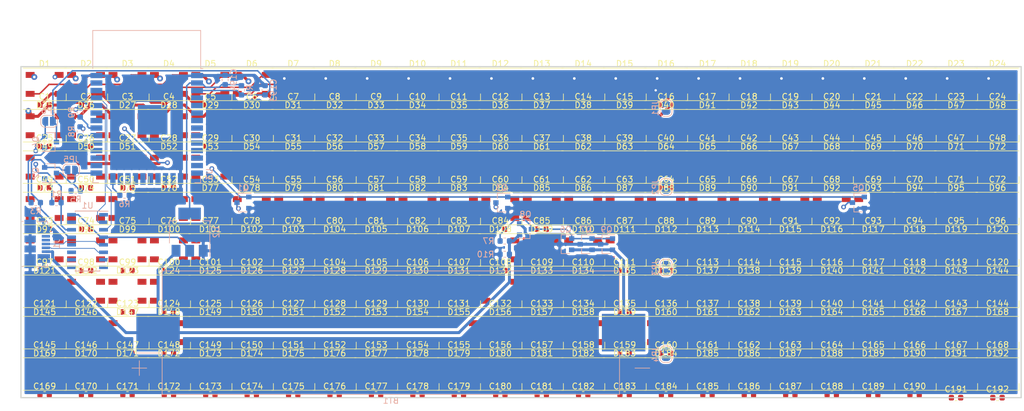
<source format=kicad_pcb>
(kicad_pcb (version 20171130) (host pcbnew "(5.0.1-3-g963ef8bb5)")
  (layers (0 F.Cu signal) (1 VCC.Cu power) (2 LGND.Cu power) (31 GND.Cu mixed) (34 B.Paste user) (35 F.Paste user) (36 B.SilkS user) (37 F.SilkS user) (38 B.Mask user) (39 F.Mask user) (44 Edge.Cuts user))
  (net 0 "")
  (net 1 3V3)
  (net 2 "Net-(D1-Pad4)")
  (net 3 GND)
  (net 4 "Net-(D2-Pad4)")
  (net 5 "Net-(D3-Pad4)")
  (net 6 "Net-(D4-Pad4)")
  (net 7 "Net-(D5-Pad4)")
  (net 8 "Net-(D6-Pad4)")
  (net 9 "Net-(D7-Pad4)")
  (net 10 "Net-(D8-Pad4)")
  (net 11 "Net-(D10-Pad2)")
  (net 12 "Net-(D10-Pad4)")
  (net 13 "Net-(D11-Pad4)")
  (net 14 "Net-(D12-Pad4)")
  (net 15 "Net-(D13-Pad4)")
  (net 16 "Net-(D14-Pad4)")
  (net 17 "Net-(D15-Pad4)")
  (net 18 "Net-(D16-Pad4)")
  (net 19 "Net-(D17-Pad4)")
  (net 20 "Net-(D25-Pad2)")
  (net 21 "Net-(D26-Pad2)")
  (net 22 "Net-(D27-Pad2)")
  (net 23 "Net-(D28-Pad2)")
  (net 24 "Net-(D29-Pad2)")
  (net 25 "Net-(D30-Pad2)")
  (net 26 "Net-(D31-Pad2)")
  (net 27 "Net-(D49-Pad4)")
  (net 28 "Net-(D65-Pad4)")
  (net 29 "Net-(D66-Pad4)")
  (net 30 "Net-(D67-Pad4)")
  (net 31 "Net-(D68-Pad4)")
  (net 32 "Net-(D69-Pad4)")
  (net 33 "Net-(D70-Pad4)")
  (net 34 "Net-(D71-Pad4)")
  (net 35 "Net-(D72-Pad4)")
  (net 36 "Net-(D73-Pad4)")
  (net 37 "Net-(D81-Pad2)")
  (net 38 "Net-(D82-Pad2)")
  (net 39 "Net-(D83-Pad2)")
  (net 40 "Net-(D84-Pad2)")
  (net 41 "Net-(D85-Pad2)")
  (net 42 "Net-(D86-Pad2)")
  (net 43 "Net-(D87-Pad2)")
  (net 44 "Net-(D88-Pad2)")
  (net 45 "Net-(D89-Pad2)")
  (net 46 "Net-(D90-Pad2)")
  (net 47 "Net-(D91-Pad2)")
  (net 48 "Net-(D92-Pad2)")
  (net 49 "Net-(D93-Pad2)")
  (net 50 "Net-(D94-Pad2)")
  (net 51 "Net-(D95-Pad2)")
  (net 52 "Net-(D97-Pad4)")
  (net 53 "Net-(D98-Pad4)")
  (net 54 "Net-(D100-Pad2)")
  (net 55 "Net-(D100-Pad4)")
  (net 56 "Net-(D101-Pad4)")
  (net 57 "Net-(D102-Pad4)")
  (net 58 "Net-(D103-Pad4)")
  (net 59 "Net-(D104-Pad4)")
  (net 60 "Net-(D105-Pad4)")
  (net 61 "Net-(D106-Pad4)")
  (net 62 "Net-(D107-Pad4)")
  (net 63 "Net-(D108-Pad4)")
  (net 64 "Net-(D109-Pad4)")
  (net 65 "Net-(D110-Pad4)")
  (net 66 "Net-(D111-Pad4)")
  (net 67 "Net-(D112-Pad4)")
  (net 68 "Net-(D121-Pad2)")
  (net 69 "Net-(D122-Pad2)")
  (net 70 "Net-(D123-Pad2)")
  (net 71 "Net-(D124-Pad2)")
  (net 72 "Net-(D125-Pad2)")
  (net 73 "Net-(D126-Pad2)")
  (net 74 "Net-(D127-Pad2)")
  (net 75 ESP_FLASH)
  (net 76 ESP_EN)
  (net 77 LEDS_ENABLE)
  (net 78 LEDS_IN)
  (net 79 ESP_RX)
  (net 80 ESP_TX)
  (net 81 5V_USB)
  (net 82 "Net-(D18-Pad4)")
  (net 83 "Net-(D19-Pad4)")
  (net 84 "Net-(D20-Pad4)")
  (net 85 "Net-(D21-Pad4)")
  (net 86 "Net-(D22-Pad4)")
  (net 87 "Net-(D23-Pad4)")
  (net 88 "Net-(D24-Pad4)")
  (net 89 "Net-(D25-Pad4)")
  (net 90 "Net-(D32-Pad2)")
  (net 91 "Net-(D33-Pad2)")
  (net 92 "Net-(D34-Pad2)")
  (net 93 "Net-(D35-Pad2)")
  (net 94 "Net-(D36-Pad2)")
  (net 95 "Net-(D37-Pad2)")
  (net 96 "Net-(D38-Pad2)")
  (net 97 "Net-(D39-Pad2)")
  (net 98 "Net-(D40-Pad2)")
  (net 99 "Net-(D41-Pad2)")
  (net 100 "Net-(D42-Pad2)")
  (net 101 "Net-(D43-Pad2)")
  (net 102 "Net-(D44-Pad2)")
  (net 103 "Net-(D45-Pad2)")
  (net 104 "Net-(D46-Pad2)")
  (net 105 "Net-(D47-Pad2)")
  (net 106 "Net-(D50-Pad4)")
  (net 107 "Net-(D51-Pad4)")
  (net 108 "Net-(D52-Pad4)")
  (net 109 "Net-(D53-Pad4)")
  (net 110 "Net-(D54-Pad4)")
  (net 111 "Net-(D55-Pad4)")
  (net 112 "Net-(D56-Pad4)")
  (net 113 "Net-(D57-Pad4)")
  (net 114 "Net-(D58-Pad4)")
  (net 115 "Net-(D59-Pad4)")
  (net 116 "Net-(D60-Pad4)")
  (net 117 "Net-(D61-Pad4)")
  (net 118 "Net-(D62-Pad4)")
  (net 119 "Net-(D63-Pad4)")
  (net 120 "Net-(D64-Pad4)")
  (net 121 "Net-(D73-Pad2)")
  (net 122 "Net-(D74-Pad2)")
  (net 123 "Net-(D75-Pad2)")
  (net 124 "Net-(D76-Pad2)")
  (net 125 "Net-(D77-Pad2)")
  (net 126 "Net-(D78-Pad2)")
  (net 127 "Net-(D79-Pad2)")
  (net 128 "Net-(D80-Pad2)")
  (net 129 "Net-(D113-Pad4)")
  (net 130 "Net-(D114-Pad4)")
  (net 131 "Net-(D115-Pad4)")
  (net 132 "Net-(D116-Pad4)")
  (net 133 "Net-(D117-Pad4)")
  (net 134 "Net-(D118-Pad4)")
  (net 135 "Net-(D119-Pad4)")
  (net 136 "Net-(D120-Pad4)")
  (net 137 "Net-(D121-Pad4)")
  (net 138 "Net-(D128-Pad2)")
  (net 139 "Net-(D129-Pad2)")
  (net 140 "Net-(D130-Pad2)")
  (net 141 "Net-(D131-Pad2)")
  (net 142 "Net-(D132-Pad2)")
  (net 143 "Net-(D133-Pad2)")
  (net 144 "Net-(D134-Pad2)")
  (net 145 "Net-(D135-Pad2)")
  (net 146 "Net-(D136-Pad2)")
  (net 147 "Net-(D137-Pad2)")
  (net 148 "Net-(D138-Pad2)")
  (net 149 "Net-(D139-Pad2)")
  (net 150 "Net-(D140-Pad2)")
  (net 151 "Net-(D141-Pad2)")
  (net 152 "Net-(D142-Pad2)")
  (net 153 "Net-(D143-Pad2)")
  (net 154 "Net-(D145-Pad4)")
  (net 155 "Net-(D146-Pad4)")
  (net 156 "Net-(D147-Pad4)")
  (net 157 "Net-(D148-Pad4)")
  (net 158 "Net-(D149-Pad4)")
  (net 159 "Net-(D150-Pad4)")
  (net 160 "Net-(D151-Pad4)")
  (net 161 "Net-(D152-Pad4)")
  (net 162 "Net-(D153-Pad4)")
  (net 163 "Net-(D154-Pad4)")
  (net 164 "Net-(D155-Pad4)")
  (net 165 "Net-(D156-Pad4)")
  (net 166 "Net-(D157-Pad4)")
  (net 167 "Net-(D158-Pad4)")
  (net 168 "Net-(D159-Pad4)")
  (net 169 "Net-(D160-Pad4)")
  (net 170 "Net-(D161-Pad4)")
  (net 171 "Net-(D162-Pad4)")
  (net 172 "Net-(D163-Pad4)")
  (net 173 "Net-(D164-Pad4)")
  (net 174 "Net-(D165-Pad4)")
  (net 175 "Net-(D166-Pad4)")
  (net 176 "Net-(D167-Pad4)")
  (net 177 "Net-(D168-Pad4)")
  (net 178 "Net-(D169-Pad2)")
  (net 179 "Net-(D170-Pad2)")
  (net 180 "Net-(D171-Pad2)")
  (net 181 "Net-(D172-Pad2)")
  (net 182 "Net-(D173-Pad2)")
  (net 183 "Net-(D174-Pad2)")
  (net 184 "Net-(D175-Pad2)")
  (net 185 "Net-(D176-Pad2)")
  (net 186 "Net-(D177-Pad2)")
  (net 187 "Net-(D178-Pad2)")
  (net 188 "Net-(D179-Pad2)")
  (net 189 "Net-(D180-Pad2)")
  (net 190 "Net-(D181-Pad2)")
  (net 191 "Net-(D182-Pad2)")
  (net 192 "Net-(D183-Pad2)")
  (net 193 "Net-(D184-Pad2)")
  (net 194 "Net-(D185-Pad2)")
  (net 195 "Net-(D186-Pad2)")
  (net 196 "Net-(D187-Pad2)")
  (net 197 "Net-(D188-Pad2)")
  (net 198 "Net-(D189-Pad2)")
  (net 199 "Net-(D190-Pad2)")
  (net 200 "Net-(D191-Pad2)")
  (net 201 "Net-(Q2-Pad1)")
  (net 202 "Net-(Q4-Pad1)")
  (net 203 -BATT)
  (net 204 "Net-(Q6-Pad1)")
  (net 205 "Net-(R6-Pad2)")
  (net 206 "Net-(R8-Pad2)")
  (net 207 "Net-(R9-Pad2)")
  (net 208 "Net-(JP5-Pad2)")
  (net 209 "Net-(JP6-Pad2)")
  (net 210 USB_DN)
  (net 211 USB_DP)
  (net 212 LED_GND)
  (module LiPoHolder:BatteryHolder_Keystone_1042_1x18650 (layer GND.Cu) (at 82.5 67)
    (fp_text reference BT1 (at 0 11.5) (layer B.SilkS) (effects (justify mirror)))
    (fp_text value Battery)
    (pad 2 smd rect (at 39.33 0) (size 7.34 6.35) (layers GND.Cu B.Paste B.Mask) (net 203 -BATT))
    (pad 1 smd rect (at -39.33 0) (size 7.34 6.35) (layers GND.Cu B.Paste B.Mask) (net 81 5V_USB))
  )
  (module Connector_USB:USB_Micro-B_Molex_47346-0001 (layer GND.Cu) (at 22.75 52 90)
    (fp_text reference J1 (at 0 3.3 -90) (layer B.SilkS) (effects (justify mirror)))
    (fp_text value USB_B_Micro)
    (pad 1 smd rect (at -1.3 1.46 90) (size 0.45 1.38) (layers GND.Cu B.Paste B.Mask) (net 81 5V_USB))
    (pad 2 smd rect (at -0.65 1.46 90) (size 0.45 1.38) (layers GND.Cu B.Paste B.Mask) (net 210 USB_DN))
    (pad 3 smd rect (at 0 1.46 90) (size 0.45 1.38) (layers GND.Cu B.Paste B.Mask) (net 211 USB_DP))
    (pad 4 smd rect (at 0.65 1.46 90) (size 0.45 1.38) (layers GND.Cu B.Paste B.Mask))
    (pad 5 smd rect (at 1.3 1.46 90) (size 0.45 1.38) (layers GND.Cu B.Paste B.Mask) (net 3 GND))
    (pad 6 smd rect (at -2.4625 1.1 90) (size 1.475 2.1) (layers GND.Cu B.Paste B.Mask) (net 3 GND))
    (pad 6 smd rect (at 2.4625 1.1 90) (size 1.475 2.1) (layers GND.Cu B.Paste B.Mask) (net 3 GND))
    (pad 6 smd rect (at -2.91 -1.2 90) (size 2.375 1.9) (layers GND.Cu B.Paste B.Mask) (net 3 GND))
    (pad 6 smd rect (at 2.91 -1.2 90) (size 2.375 1.9) (layers GND.Cu B.Paste B.Mask) (net 3 GND))
    (pad 6 smd rect (at -0.84 -1.2 90) (size 1.175 1.9) (layers GND.Cu B.Paste B.Mask) (net 3 GND))
    (pad 6 smd rect (at 0.84 -1.2 90) (size 1.175 1.9) (layers GND.Cu B.Paste B.Mask) (net 3 GND))
  )
  (module Package_SO:SOIC-16_3.9x9.9mm_P1.27mm (layer GND.Cu) (at 31.25 51.5 180)
    (fp_text reference U1 (at 0 6 180) (layer B.SilkS) (effects (justify mirror)))
    (fp_text value CH340C)
    (pad 1 smd rect (at -2.7 4.445 180) (size 1.5 0.6) (layers GND.Cu B.Paste B.Mask))
    (pad 2 smd rect (at -2.7 3.175 180) (size 1.5 0.6) (layers GND.Cu B.Paste B.Mask) (net 79 ESP_RX))
    (pad 3 smd rect (at -2.7 1.905 180) (size 1.5 0.6) (layers GND.Cu B.Paste B.Mask) (net 80 ESP_TX))
    (pad 4 smd rect (at -2.7 0.635 180) (size 1.5 0.6) (layers GND.Cu B.Paste B.Mask) (net 1 3V3))
    (pad 5 smd rect (at -2.7 -0.635 180) (size 1.5 0.6) (layers GND.Cu B.Paste B.Mask) (net 211 USB_DP))
    (pad 6 smd rect (at -2.7 -1.905 180) (size 1.5 0.6) (layers GND.Cu B.Paste B.Mask) (net 210 USB_DN))
    (pad 7 smd rect (at -2.7 -3.175 180) (size 1.5 0.6) (layers GND.Cu B.Paste B.Mask))
    (pad 8 smd rect (at -2.7 -4.445 180) (size 1.5 0.6) (layers GND.Cu B.Paste B.Mask))
    (pad 9 smd rect (at 2.7 -4.445 180) (size 1.5 0.6) (layers GND.Cu B.Paste B.Mask))
    (pad 10 smd rect (at 2.7 -3.175 180) (size 1.5 0.6) (layers GND.Cu B.Paste B.Mask))
    (pad 11 smd rect (at 2.7 -1.905 180) (size 1.5 0.6) (layers GND.Cu B.Paste B.Mask))
    (pad 12 smd rect (at 2.7 -0.635 180) (size 1.5 0.6) (layers GND.Cu B.Paste B.Mask))
    (pad 13 smd rect (at 2.7 0.635 180) (size 1.5 0.6) (layers GND.Cu B.Paste B.Mask) (net 208 "Net-(JP5-Pad2)"))
    (pad 14 smd rect (at 2.7 1.905 180) (size 1.5 0.6) (layers GND.Cu B.Paste B.Mask) (net 209 "Net-(JP6-Pad2)"))
    (pad 15 smd rect (at 2.7 3.175 180) (size 1.5 0.6) (layers GND.Cu B.Paste B.Mask))
    (pad 16 smd rect (at 2.7 4.445 180) (size 1.5 0.6) (layers GND.Cu B.Paste B.Mask) (net 1 3V3))
  )
  (module Resistor_SMD:R_0603_1608Metric (layer GND.Cu) (at 22.5 45)
    (fp_text reference R3 (at 0 1.43) (layer B.SilkS) (effects (justify mirror)))
    (fp_text value 10k)
    (pad 2 smd roundrect (at 0.7875 0) (size 0.875 0.95) (layers GND.Cu B.Paste B.Mask) (net 208 "Net-(JP5-Pad2)"))
    (pad 1 smd roundrect (at -0.7875 0) (size 0.875 0.95) (layers GND.Cu B.Paste B.Mask) (net 202 "Net-(Q4-Pad1)"))
  )
  (module Resistor_SMD:R_0603_1608Metric (layer GND.Cu) (at 57.25 26 90)
    (fp_text reference R4 (at 0 1.43 90) (layer B.SilkS) (effects (justify mirror)))
    (fp_text value 10k)
    (pad 1 smd roundrect (at -0.7875 0 90) (size 0.875 0.95) (layers GND.Cu B.Paste B.Mask) (net 76 ESP_EN))
    (pad 2 smd roundrect (at 0.7875 0 90) (size 0.875 0.95) (layers GND.Cu B.Paste B.Mask) (net 1 3V3))
  )
  (module LED_SMD:LED_SK6812_PLCC4_5.0x5.0mm_P3.2mm (layer F.Cu) (at 24 25)
    (fp_text reference D1 (at 0 -3.5) (layer F.SilkS))
    (fp_text value SK6812)
    (pad 1 smd rect (at 2.45 1.6) (size 1.5 1) (layers F.Cu F.Paste F.Mask) (net 81 5V_USB))
    (pad 2 smd rect (at 2.45 -1.6) (size 1.5 1) (layers F.Cu F.Paste F.Mask) (net 78 LEDS_IN))
    (pad 4 smd rect (at -2.45 1.6) (size 1.5 1) (layers F.Cu F.Paste F.Mask) (net 2 "Net-(D1-Pad4)"))
    (pad 3 smd rect (at -2.45 -1.6) (size 1.5 1) (layers F.Cu F.Paste F.Mask) (net 212 LED_GND))
  )
  (module LED_SMD:LED_SK6812_PLCC4_5.0x5.0mm_P3.2mm (layer F.Cu) (at 31 25)
    (fp_text reference D2 (at 0 -3.5) (layer F.SilkS))
    (fp_text value SK6812)
    (pad 3 smd rect (at -2.45 -1.6) (size 1.5 1) (layers F.Cu F.Paste F.Mask) (net 212 LED_GND))
    (pad 4 smd rect (at -2.45 1.6) (size 1.5 1) (layers F.Cu F.Paste F.Mask) (net 4 "Net-(D2-Pad4)"))
    (pad 2 smd rect (at 2.45 -1.6) (size 1.5 1) (layers F.Cu F.Paste F.Mask) (net 2 "Net-(D1-Pad4)"))
    (pad 1 smd rect (at 2.45 1.6) (size 1.5 1) (layers F.Cu F.Paste F.Mask) (net 81 5V_USB))
  )
  (module LED_SMD:LED_SK6812_PLCC4_5.0x5.0mm_P3.2mm (layer F.Cu) (at 38 25)
    (fp_text reference D3 (at 0 -3.5) (layer F.SilkS))
    (fp_text value SK6812)
    (pad 1 smd rect (at 2.45 1.6) (size 1.5 1) (layers F.Cu F.Paste F.Mask) (net 81 5V_USB))
    (pad 2 smd rect (at 2.45 -1.6) (size 1.5 1) (layers F.Cu F.Paste F.Mask) (net 4 "Net-(D2-Pad4)"))
    (pad 4 smd rect (at -2.45 1.6) (size 1.5 1) (layers F.Cu F.Paste F.Mask) (net 5 "Net-(D3-Pad4)"))
    (pad 3 smd rect (at -2.45 -1.6) (size 1.5 1) (layers F.Cu F.Paste F.Mask) (net 212 LED_GND))
  )
  (module LED_SMD:LED_SK6812_PLCC4_5.0x5.0mm_P3.2mm (layer F.Cu) (at 45 25)
    (fp_text reference D4 (at 0 -3.5) (layer F.SilkS))
    (fp_text value SK6812)
    (pad 3 smd rect (at -2.45 -1.6) (size 1.5 1) (layers F.Cu F.Paste F.Mask) (net 212 LED_GND))
    (pad 4 smd rect (at -2.45 1.6) (size 1.5 1) (layers F.Cu F.Paste F.Mask) (net 6 "Net-(D4-Pad4)"))
    (pad 2 smd rect (at 2.45 -1.6) (size 1.5 1) (layers F.Cu F.Paste F.Mask) (net 5 "Net-(D3-Pad4)"))
    (pad 1 smd rect (at 2.45 1.6) (size 1.5 1) (layers F.Cu F.Paste F.Mask) (net 81 5V_USB))
  )
  (module LED_SMD:LED_SK6812_PLCC4_5.0x5.0mm_P3.2mm (layer F.Cu) (at 52 25)
    (fp_text reference D5 (at 0 -3.5) (layer F.SilkS))
    (fp_text value SK6812)
    (pad 1 smd rect (at 2.45 1.6) (size 1.5 1) (layers F.Cu F.Paste F.Mask) (net 81 5V_USB))
    (pad 2 smd rect (at 2.45 -1.6) (size 1.5 1) (layers F.Cu F.Paste F.Mask) (net 6 "Net-(D4-Pad4)"))
    (pad 4 smd rect (at -2.45 1.6) (size 1.5 1) (layers F.Cu F.Paste F.Mask) (net 7 "Net-(D5-Pad4)"))
    (pad 3 smd rect (at -2.45 -1.6) (size 1.5 1) (layers F.Cu F.Paste F.Mask) (net 212 LED_GND))
  )
  (module LED_SMD:LED_SK6812_PLCC4_5.0x5.0mm_P3.2mm (layer F.Cu) (at 59 25)
    (fp_text reference D6 (at 0 -3.5) (layer F.SilkS))
    (fp_text value SK6812)
    (pad 3 smd rect (at -2.45 -1.6) (size 1.5 1) (layers F.Cu F.Paste F.Mask) (net 212 LED_GND))
    (pad 4 smd rect (at -2.45 1.6) (size 1.5 1) (layers F.Cu F.Paste F.Mask) (net 8 "Net-(D6-Pad4)"))
    (pad 2 smd rect (at 2.45 -1.6) (size 1.5 1) (layers F.Cu F.Paste F.Mask) (net 7 "Net-(D5-Pad4)"))
    (pad 1 smd rect (at 2.45 1.6) (size 1.5 1) (layers F.Cu F.Paste F.Mask) (net 81 5V_USB))
  )
  (module LED_SMD:LED_SK6812_PLCC4_5.0x5.0mm_P3.2mm (layer F.Cu) (at 66 25)
    (fp_text reference D7 (at 0 -3.5) (layer F.SilkS))
    (fp_text value SK6812)
    (pad 1 smd rect (at 2.45 1.6) (size 1.5 1) (layers F.Cu F.Paste F.Mask) (net 81 5V_USB))
    (pad 2 smd rect (at 2.45 -1.6) (size 1.5 1) (layers F.Cu F.Paste F.Mask) (net 8 "Net-(D6-Pad4)"))
    (pad 4 smd rect (at -2.45 1.6) (size 1.5 1) (layers F.Cu F.Paste F.Mask) (net 9 "Net-(D7-Pad4)"))
    (pad 3 smd rect (at -2.45 -1.6) (size 1.5 1) (layers F.Cu F.Paste F.Mask) (net 212 LED_GND))
  )
  (module LED_SMD:LED_SK6812_PLCC4_5.0x5.0mm_P3.2mm (layer F.Cu) (at 73 25)
    (fp_text reference D8 (at 0 -3.5) (layer F.SilkS))
    (fp_text value SK6812)
    (pad 3 smd rect (at -2.45 -1.6) (size 1.5 1) (layers F.Cu F.Paste F.Mask) (net 212 LED_GND))
    (pad 4 smd rect (at -2.45 1.6) (size 1.5 1) (layers F.Cu F.Paste F.Mask) (net 10 "Net-(D8-Pad4)"))
    (pad 2 smd rect (at 2.45 -1.6) (size 1.5 1) (layers F.Cu F.Paste F.Mask) (net 9 "Net-(D7-Pad4)"))
    (pad 1 smd rect (at 2.45 1.6) (size 1.5 1) (layers F.Cu F.Paste F.Mask) (net 81 5V_USB))
  )
  (module LED_SMD:LED_SK6812_PLCC4_5.0x5.0mm_P3.2mm (layer F.Cu) (at 80 25)
    (fp_text reference D9 (at 0 -3.5) (layer F.SilkS))
    (fp_text value SK6812)
    (pad 1 smd rect (at 2.45 1.6) (size 1.5 1) (layers F.Cu F.Paste F.Mask) (net 81 5V_USB))
    (pad 2 smd rect (at 2.45 -1.6) (size 1.5 1) (layers F.Cu F.Paste F.Mask) (net 10 "Net-(D8-Pad4)"))
    (pad 4 smd rect (at -2.45 1.6) (size 1.5 1) (layers F.Cu F.Paste F.Mask) (net 11 "Net-(D10-Pad2)"))
    (pad 3 smd rect (at -2.45 -1.6) (size 1.5 1) (layers F.Cu F.Paste F.Mask) (net 212 LED_GND))
  )
  (module LED_SMD:LED_SK6812_PLCC4_5.0x5.0mm_P3.2mm (layer F.Cu) (at 87 25)
    (fp_text reference D10 (at 0 -3.5) (layer F.SilkS))
    (fp_text value SK6812)
    (pad 3 smd rect (at -2.45 -1.6) (size 1.5 1) (layers F.Cu F.Paste F.Mask) (net 212 LED_GND))
    (pad 4 smd rect (at -2.45 1.6) (size 1.5 1) (layers F.Cu F.Paste F.Mask) (net 12 "Net-(D10-Pad4)"))
    (pad 2 smd rect (at 2.45 -1.6) (size 1.5 1) (layers F.Cu F.Paste F.Mask) (net 11 "Net-(D10-Pad2)"))
    (pad 1 smd rect (at 2.45 1.6) (size 1.5 1) (layers F.Cu F.Paste F.Mask) (net 81 5V_USB))
  )
  (module LED_SMD:LED_SK6812_PLCC4_5.0x5.0mm_P3.2mm (layer F.Cu) (at 94 25)
    (fp_text reference D11 (at 0 -3.5) (layer F.SilkS))
    (fp_text value SK6812)
    (pad 1 smd rect (at 2.45 1.6) (size 1.5 1) (layers F.Cu F.Paste F.Mask) (net 81 5V_USB))
    (pad 2 smd rect (at 2.45 -1.6) (size 1.5 1) (layers F.Cu F.Paste F.Mask) (net 12 "Net-(D10-Pad4)"))
    (pad 4 smd rect (at -2.45 1.6) (size 1.5 1) (layers F.Cu F.Paste F.Mask) (net 13 "Net-(D11-Pad4)"))
    (pad 3 smd rect (at -2.45 -1.6) (size 1.5 1) (layers F.Cu F.Paste F.Mask) (net 212 LED_GND))
  )
  (module LED_SMD:LED_SK6812_PLCC4_5.0x5.0mm_P3.2mm (layer F.Cu) (at 101 25)
    (fp_text reference D12 (at 0 -3.5) (layer F.SilkS))
    (fp_text value SK6812)
    (pad 3 smd rect (at -2.45 -1.6) (size 1.5 1) (layers F.Cu F.Paste F.Mask) (net 212 LED_GND))
    (pad 4 smd rect (at -2.45 1.6) (size 1.5 1) (layers F.Cu F.Paste F.Mask) (net 14 "Net-(D12-Pad4)"))
    (pad 2 smd rect (at 2.45 -1.6) (size 1.5 1) (layers F.Cu F.Paste F.Mask) (net 13 "Net-(D11-Pad4)"))
    (pad 1 smd rect (at 2.45 1.6) (size 1.5 1) (layers F.Cu F.Paste F.Mask) (net 81 5V_USB))
  )
  (module LED_SMD:LED_SK6812_PLCC4_5.0x5.0mm_P3.2mm (layer F.Cu) (at 108 25)
    (fp_text reference D13 (at 0 -3.5) (layer F.SilkS))
    (fp_text value SK6812)
    (pad 1 smd rect (at 2.45 1.6) (size 1.5 1) (layers F.Cu F.Paste F.Mask) (net 81 5V_USB))
    (pad 2 smd rect (at 2.45 -1.6) (size 1.5 1) (layers F.Cu F.Paste F.Mask) (net 14 "Net-(D12-Pad4)"))
    (pad 4 smd rect (at -2.45 1.6) (size 1.5 1) (layers F.Cu F.Paste F.Mask) (net 15 "Net-(D13-Pad4)"))
    (pad 3 smd rect (at -2.45 -1.6) (size 1.5 1) (layers F.Cu F.Paste F.Mask) (net 212 LED_GND))
  )
  (module LED_SMD:LED_SK6812_PLCC4_5.0x5.0mm_P3.2mm (layer F.Cu) (at 115 25)
    (fp_text reference D14 (at 0 -3.5) (layer F.SilkS))
    (fp_text value SK6812)
    (pad 3 smd rect (at -2.45 -1.6) (size 1.5 1) (layers F.Cu F.Paste F.Mask) (net 212 LED_GND))
    (pad 4 smd rect (at -2.45 1.6) (size 1.5 1) (layers F.Cu F.Paste F.Mask) (net 16 "Net-(D14-Pad4)"))
    (pad 2 smd rect (at 2.45 -1.6) (size 1.5 1) (layers F.Cu F.Paste F.Mask) (net 15 "Net-(D13-Pad4)"))
    (pad 1 smd rect (at 2.45 1.6) (size 1.5 1) (layers F.Cu F.Paste F.Mask) (net 81 5V_USB))
  )
  (module LED_SMD:LED_SK6812_PLCC4_5.0x5.0mm_P3.2mm (layer F.Cu) (at 122 25)
    (fp_text reference D15 (at 0 -3.5) (layer F.SilkS))
    (fp_text value SK6812)
    (pad 1 smd rect (at 2.45 1.6) (size 1.5 1) (layers F.Cu F.Paste F.Mask) (net 81 5V_USB))
    (pad 2 smd rect (at 2.45 -1.6) (size 1.5 1) (layers F.Cu F.Paste F.Mask) (net 16 "Net-(D14-Pad4)"))
    (pad 4 smd rect (at -2.45 1.6) (size 1.5 1) (layers F.Cu F.Paste F.Mask) (net 17 "Net-(D15-Pad4)"))
    (pad 3 smd rect (at -2.45 -1.6) (size 1.5 1) (layers F.Cu F.Paste F.Mask) (net 212 LED_GND))
  )
  (module LED_SMD:LED_SK6812_PLCC4_5.0x5.0mm_P3.2mm (layer F.Cu) (at 129 25)
    (fp_text reference D16 (at 0 -3.5) (layer F.SilkS))
    (fp_text value SK6812)
    (pad 3 smd rect (at -2.45 -1.6) (size 1.5 1) (layers F.Cu F.Paste F.Mask) (net 212 LED_GND))
    (pad 4 smd rect (at -2.45 1.6) (size 1.5 1) (layers F.Cu F.Paste F.Mask) (net 18 "Net-(D16-Pad4)"))
    (pad 2 smd rect (at 2.45 -1.6) (size 1.5 1) (layers F.Cu F.Paste F.Mask) (net 17 "Net-(D15-Pad4)"))
    (pad 1 smd rect (at 2.45 1.6) (size 1.5 1) (layers F.Cu F.Paste F.Mask) (net 81 5V_USB))
  )
  (module LED_SMD:LED_SK6812_PLCC4_5.0x5.0mm_P3.2mm (layer F.Cu) (at 24 32)
    (fp_text reference D25 (at 0 -3.5) (layer F.SilkS))
    (fp_text value SK6812)
    (pad 3 smd rect (at -2.45 -1.6) (size 1.5 1) (layers F.Cu F.Paste F.Mask) (net 212 LED_GND))
    (pad 4 smd rect (at -2.45 1.6) (size 1.5 1) (layers F.Cu F.Paste F.Mask) (net 89 "Net-(D25-Pad4)"))
    (pad 2 smd rect (at 2.45 -1.6) (size 1.5 1) (layers F.Cu F.Paste F.Mask) (net 20 "Net-(D25-Pad2)"))
    (pad 1 smd rect (at 2.45 1.6) (size 1.5 1) (layers F.Cu F.Paste F.Mask) (net 81 5V_USB))
  )
  (module LED_SMD:LED_SK6812_PLCC4_5.0x5.0mm_P3.2mm (layer F.Cu) (at 31 32)
    (fp_text reference D26 (at 0 -3.5) (layer F.SilkS))
    (fp_text value SK6812)
    (pad 1 smd rect (at 2.45 1.6) (size 1.5 1) (layers F.Cu F.Paste F.Mask) (net 81 5V_USB))
    (pad 2 smd rect (at 2.45 -1.6) (size 1.5 1) (layers F.Cu F.Paste F.Mask) (net 21 "Net-(D26-Pad2)"))
    (pad 4 smd rect (at -2.45 1.6) (size 1.5 1) (layers F.Cu F.Paste F.Mask) (net 20 "Net-(D25-Pad2)"))
    (pad 3 smd rect (at -2.45 -1.6) (size 1.5 1) (layers F.Cu F.Paste F.Mask) (net 212 LED_GND))
  )
  (module LED_SMD:LED_SK6812_PLCC4_5.0x5.0mm_P3.2mm (layer F.Cu) (at 38 32)
    (fp_text reference D27 (at 0 -3.5) (layer F.SilkS))
    (fp_text value SK6812)
    (pad 3 smd rect (at -2.45 -1.6) (size 1.5 1) (layers F.Cu F.Paste F.Mask) (net 212 LED_GND))
    (pad 4 smd rect (at -2.45 1.6) (size 1.5 1) (layers F.Cu F.Paste F.Mask) (net 21 "Net-(D26-Pad2)"))
    (pad 2 smd rect (at 2.45 -1.6) (size 1.5 1) (layers F.Cu F.Paste F.Mask) (net 22 "Net-(D27-Pad2)"))
    (pad 1 smd rect (at 2.45 1.6) (size 1.5 1) (layers F.Cu F.Paste F.Mask) (net 81 5V_USB))
  )
  (module LED_SMD:LED_SK6812_PLCC4_5.0x5.0mm_P3.2mm (layer F.Cu) (at 45 32)
    (fp_text reference D28 (at 0 -3.5) (layer F.SilkS))
    (fp_text value SK6812)
    (pad 1 smd rect (at 2.45 1.6) (size 1.5 1) (layers F.Cu F.Paste F.Mask) (net 81 5V_USB))
    (pad 2 smd rect (at 2.45 -1.6) (size 1.5 1) (layers F.Cu F.Paste F.Mask) (net 23 "Net-(D28-Pad2)"))
    (pad 4 smd rect (at -2.45 1.6) (size 1.5 1) (layers F.Cu F.Paste F.Mask) (net 22 "Net-(D27-Pad2)"))
    (pad 3 smd rect (at -2.45 -1.6) (size 1.5 1) (layers F.Cu F.Paste F.Mask) (net 212 LED_GND))
  )
  (module LED_SMD:LED_SK6812_PLCC4_5.0x5.0mm_P3.2mm (layer F.Cu) (at 52 32)
    (fp_text reference D29 (at 0 -3.5) (layer F.SilkS))
    (fp_text value SK6812)
    (pad 3 smd rect (at -2.45 -1.6) (size 1.5 1) (layers F.Cu F.Paste F.Mask) (net 212 LED_GND))
    (pad 4 smd rect (at -2.45 1.6) (size 1.5 1) (layers F.Cu F.Paste F.Mask) (net 23 "Net-(D28-Pad2)"))
    (pad 2 smd rect (at 2.45 -1.6) (size 1.5 1) (layers F.Cu F.Paste F.Mask) (net 24 "Net-(D29-Pad2)"))
    (pad 1 smd rect (at 2.45 1.6) (size 1.5 1) (layers F.Cu F.Paste F.Mask) (net 81 5V_USB))
  )
  (module LED_SMD:LED_SK6812_PLCC4_5.0x5.0mm_P3.2mm (layer F.Cu) (at 59 32)
    (fp_text reference D30 (at 0 -3.5) (layer F.SilkS))
    (fp_text value SK6812)
    (pad 1 smd rect (at 2.45 1.6) (size 1.5 1) (layers F.Cu F.Paste F.Mask) (net 81 5V_USB))
    (pad 2 smd rect (at 2.45 -1.6) (size 1.5 1) (layers F.Cu F.Paste F.Mask) (net 25 "Net-(D30-Pad2)"))
    (pad 4 smd rect (at -2.45 1.6) (size 1.5 1) (layers F.Cu F.Paste F.Mask) (net 24 "Net-(D29-Pad2)"))
    (pad 3 smd rect (at -2.45 -1.6) (size 1.5 1) (layers F.Cu F.Paste F.Mask) (net 212 LED_GND))
  )
  (module LED_SMD:LED_SK6812_PLCC4_5.0x5.0mm_P3.2mm (layer F.Cu) (at 66 32)
    (fp_text reference D31 (at 0 -3.5) (layer F.SilkS))
    (fp_text value SK6812)
    (pad 3 smd rect (at -2.45 -1.6) (size 1.5 1) (layers F.Cu F.Paste F.Mask) (net 212 LED_GND))
    (pad 4 smd rect (at -2.45 1.6) (size 1.5 1) (layers F.Cu F.Paste F.Mask) (net 25 "Net-(D30-Pad2)"))
    (pad 2 smd rect (at 2.45 -1.6) (size 1.5 1) (layers F.Cu F.Paste F.Mask) (net 26 "Net-(D31-Pad2)"))
    (pad 1 smd rect (at 2.45 1.6) (size 1.5 1) (layers F.Cu F.Paste F.Mask) (net 81 5V_USB))
  )
  (module LED_SMD:LED_SK6812_PLCC4_5.0x5.0mm_P3.2mm (layer F.Cu) (at 73 32)
    (fp_text reference D32 (at 0 -3.5) (layer F.SilkS))
    (fp_text value SK6812)
    (pad 1 smd rect (at 2.45 1.6) (size 1.5 1) (layers F.Cu F.Paste F.Mask) (net 81 5V_USB))
    (pad 2 smd rect (at 2.45 -1.6) (size 1.5 1) (layers F.Cu F.Paste F.Mask) (net 90 "Net-(D32-Pad2)"))
    (pad 4 smd rect (at -2.45 1.6) (size 1.5 1) (layers F.Cu F.Paste F.Mask) (net 26 "Net-(D31-Pad2)"))
    (pad 3 smd rect (at -2.45 -1.6) (size 1.5 1) (layers F.Cu F.Paste F.Mask) (net 212 LED_GND))
  )
  (module LED_SMD:LED_SK6812_PLCC4_5.0x5.0mm_P3.2mm (layer F.Cu) (at 80 32)
    (fp_text reference D33 (at 0 -3.5) (layer F.SilkS))
    (fp_text value SK6812)
    (pad 3 smd rect (at -2.45 -1.6) (size 1.5 1) (layers F.Cu F.Paste F.Mask) (net 212 LED_GND))
    (pad 4 smd rect (at -2.45 1.6) (size 1.5 1) (layers F.Cu F.Paste F.Mask) (net 90 "Net-(D32-Pad2)"))
    (pad 2 smd rect (at 2.45 -1.6) (size 1.5 1) (layers F.Cu F.Paste F.Mask) (net 91 "Net-(D33-Pad2)"))
    (pad 1 smd rect (at 2.45 1.6) (size 1.5 1) (layers F.Cu F.Paste F.Mask) (net 81 5V_USB))
  )
  (module LED_SMD:LED_SK6812_PLCC4_5.0x5.0mm_P3.2mm (layer F.Cu) (at 87 32)
    (fp_text reference D34 (at 0 -3.5) (layer F.SilkS))
    (fp_text value SK6812)
    (pad 1 smd rect (at 2.45 1.6) (size 1.5 1) (layers F.Cu F.Paste F.Mask) (net 81 5V_USB))
    (pad 2 smd rect (at 2.45 -1.6) (size 1.5 1) (layers F.Cu F.Paste F.Mask) (net 92 "Net-(D34-Pad2)"))
    (pad 4 smd rect (at -2.45 1.6) (size 1.5 1) (layers F.Cu F.Paste F.Mask) (net 91 "Net-(D33-Pad2)"))
    (pad 3 smd rect (at -2.45 -1.6) (size 1.5 1) (layers F.Cu F.Paste F.Mask) (net 212 LED_GND))
  )
  (module LED_SMD:LED_SK6812_PLCC4_5.0x5.0mm_P3.2mm (layer F.Cu) (at 94 32)
    (fp_text reference D35 (at 0 -3.5) (layer F.SilkS))
    (fp_text value SK6812)
    (pad 3 smd rect (at -2.45 -1.6) (size 1.5 1) (layers F.Cu F.Paste F.Mask) (net 212 LED_GND))
    (pad 4 smd rect (at -2.45 1.6) (size 1.5 1) (layers F.Cu F.Paste F.Mask) (net 92 "Net-(D34-Pad2)"))
    (pad 2 smd rect (at 2.45 -1.6) (size 1.5 1) (layers F.Cu F.Paste F.Mask) (net 93 "Net-(D35-Pad2)"))
    (pad 1 smd rect (at 2.45 1.6) (size 1.5 1) (layers F.Cu F.Paste F.Mask) (net 81 5V_USB))
  )
  (module LED_SMD:LED_SK6812_PLCC4_5.0x5.0mm_P3.2mm (layer F.Cu) (at 101 32)
    (fp_text reference D36 (at 0 -3.5) (layer F.SilkS))
    (fp_text value SK6812)
    (pad 1 smd rect (at 2.45 1.6) (size 1.5 1) (layers F.Cu F.Paste F.Mask) (net 81 5V_USB))
    (pad 2 smd rect (at 2.45 -1.6) (size 1.5 1) (layers F.Cu F.Paste F.Mask) (net 94 "Net-(D36-Pad2)"))
    (pad 4 smd rect (at -2.45 1.6) (size 1.5 1) (layers F.Cu F.Paste F.Mask) (net 93 "Net-(D35-Pad2)"))
    (pad 3 smd rect (at -2.45 -1.6) (size 1.5 1) (layers F.Cu F.Paste F.Mask) (net 212 LED_GND))
  )
  (module LED_SMD:LED_SK6812_PLCC4_5.0x5.0mm_P3.2mm (layer F.Cu) (at 108 32)
    (fp_text reference D37 (at 0 -3.5) (layer F.SilkS))
    (fp_text value SK6812)
    (pad 3 smd rect (at -2.45 -1.6) (size 1.5 1) (layers F.Cu F.Paste F.Mask) (net 212 LED_GND))
    (pad 4 smd rect (at -2.45 1.6) (size 1.5 1) (layers F.Cu F.Paste F.Mask) (net 94 "Net-(D36-Pad2)"))
    (pad 2 smd rect (at 2.45 -1.6) (size 1.5 1) (layers F.Cu F.Paste F.Mask) (net 95 "Net-(D37-Pad2)"))
    (pad 1 smd rect (at 2.45 1.6) (size 1.5 1) (layers F.Cu F.Paste F.Mask) (net 81 5V_USB))
  )
  (module LED_SMD:LED_SK6812_PLCC4_5.0x5.0mm_P3.2mm (layer F.Cu) (at 115 32)
    (fp_text reference D38 (at 0 -3.5) (layer F.SilkS))
    (fp_text value SK6812)
    (pad 1 smd rect (at 2.45 1.6) (size 1.5 1) (layers F.Cu F.Paste F.Mask) (net 81 5V_USB))
    (pad 2 smd rect (at 2.45 -1.6) (size 1.5 1) (layers F.Cu F.Paste F.Mask) (net 96 "Net-(D38-Pad2)"))
    (pad 4 smd rect (at -2.45 1.6) (size 1.5 1) (layers F.Cu F.Paste F.Mask) (net 95 "Net-(D37-Pad2)"))
    (pad 3 smd rect (at -2.45 -1.6) (size 1.5 1) (layers F.Cu F.Paste F.Mask) (net 212 LED_GND))
  )
  (module LED_SMD:LED_SK6812_PLCC4_5.0x5.0mm_P3.2mm (layer F.Cu) (at 122 32)
    (fp_text reference D39 (at 0 -3.5) (layer F.SilkS))
    (fp_text value SK6812)
    (pad 3 smd rect (at -2.45 -1.6) (size 1.5 1) (layers F.Cu F.Paste F.Mask) (net 212 LED_GND))
    (pad 4 smd rect (at -2.45 1.6) (size 1.5 1) (layers F.Cu F.Paste F.Mask) (net 96 "Net-(D38-Pad2)"))
    (pad 2 smd rect (at 2.45 -1.6) (size 1.5 1) (layers F.Cu F.Paste F.Mask) (net 97 "Net-(D39-Pad2)"))
    (pad 1 smd rect (at 2.45 1.6) (size 1.5 1) (layers F.Cu F.Paste F.Mask) (net 81 5V_USB))
  )
  (module LED_SMD:LED_SK6812_PLCC4_5.0x5.0mm_P3.2mm (layer F.Cu) (at 129 32)
    (fp_text reference D40 (at 0 -3.5) (layer F.SilkS))
    (fp_text value SK6812)
    (pad 1 smd rect (at 2.45 1.6) (size 1.5 1) (layers F.Cu F.Paste F.Mask) (net 81 5V_USB))
    (pad 2 smd rect (at 2.45 -1.6) (size 1.5 1) (layers F.Cu F.Paste F.Mask) (net 98 "Net-(D40-Pad2)"))
    (pad 4 smd rect (at -2.45 1.6) (size 1.5 1) (layers F.Cu F.Paste F.Mask) (net 97 "Net-(D39-Pad2)"))
    (pad 3 smd rect (at -2.45 -1.6) (size 1.5 1) (layers F.Cu F.Paste F.Mask) (net 212 LED_GND))
  )
  (module LED_SMD:LED_SK6812_PLCC4_5.0x5.0mm_P3.2mm (layer F.Cu) (at 24 39)
    (fp_text reference D49 (at 0 -3.5) (layer F.SilkS))
    (fp_text value SK6812)
    (pad 1 smd rect (at 2.45 1.6) (size 1.5 1) (layers F.Cu F.Paste F.Mask) (net 81 5V_USB))
    (pad 2 smd rect (at 2.45 -1.6) (size 1.5 1) (layers F.Cu F.Paste F.Mask) (net 89 "Net-(D25-Pad4)"))
    (pad 4 smd rect (at -2.45 1.6) (size 1.5 1) (layers F.Cu F.Paste F.Mask) (net 27 "Net-(D49-Pad4)"))
    (pad 3 smd rect (at -2.45 -1.6) (size 1.5 1) (layers F.Cu F.Paste F.Mask) (net 212 LED_GND))
  )
  (module LED_SMD:LED_SK6812_PLCC4_5.0x5.0mm_P3.2mm (layer F.Cu) (at 31 39)
    (fp_text reference D50 (at 0 -3.5) (layer F.SilkS))
    (fp_text value SK6812)
    (pad 3 smd rect (at -2.45 -1.6) (size 1.5 1) (layers F.Cu F.Paste F.Mask) (net 212 LED_GND))
    (pad 4 smd rect (at -2.45 1.6) (size 1.5 1) (layers F.Cu F.Paste F.Mask) (net 106 "Net-(D50-Pad4)"))
    (pad 2 smd rect (at 2.45 -1.6) (size 1.5 1) (layers F.Cu F.Paste F.Mask) (net 27 "Net-(D49-Pad4)"))
    (pad 1 smd rect (at 2.45 1.6) (size 1.5 1) (layers F.Cu F.Paste F.Mask) (net 81 5V_USB))
  )
  (module LED_SMD:LED_SK6812_PLCC4_5.0x5.0mm_P3.2mm (layer F.Cu) (at 38 39)
    (fp_text reference D51 (at 0 -3.5) (layer F.SilkS))
    (fp_text value SK6812)
    (pad 1 smd rect (at 2.45 1.6) (size 1.5 1) (layers F.Cu F.Paste F.Mask) (net 81 5V_USB))
    (pad 2 smd rect (at 2.45 -1.6) (size 1.5 1) (layers F.Cu F.Paste F.Mask) (net 106 "Net-(D50-Pad4)"))
    (pad 4 smd rect (at -2.45 1.6) (size 1.5 1) (layers F.Cu F.Paste F.Mask) (net 107 "Net-(D51-Pad4)"))
    (pad 3 smd rect (at -2.45 -1.6) (size 1.5 1) (layers F.Cu F.Paste F.Mask) (net 212 LED_GND))
  )
  (module LED_SMD:LED_SK6812_PLCC4_5.0x5.0mm_P3.2mm (layer F.Cu) (at 45 39)
    (fp_text reference D52 (at 0 -3.5) (layer F.SilkS))
    (fp_text value SK6812)
    (pad 3 smd rect (at -2.45 -1.6) (size 1.5 1) (layers F.Cu F.Paste F.Mask) (net 212 LED_GND))
    (pad 4 smd rect (at -2.45 1.6) (size 1.5 1) (layers F.Cu F.Paste F.Mask) (net 108 "Net-(D52-Pad4)"))
    (pad 2 smd rect (at 2.45 -1.6) (size 1.5 1) (layers F.Cu F.Paste F.Mask) (net 107 "Net-(D51-Pad4)"))
    (pad 1 smd rect (at 2.45 1.6) (size 1.5 1) (layers F.Cu F.Paste F.Mask) (net 81 5V_USB))
  )
  (module LED_SMD:LED_SK6812_PLCC4_5.0x5.0mm_P3.2mm (layer F.Cu) (at 52 39)
    (fp_text reference D53 (at 0 -3.5) (layer F.SilkS))
    (fp_text value SK6812)
    (pad 1 smd rect (at 2.45 1.6) (size 1.5 1) (layers F.Cu F.Paste F.Mask) (net 81 5V_USB))
    (pad 2 smd rect (at 2.45 -1.6) (size 1.5 1) (layers F.Cu F.Paste F.Mask) (net 108 "Net-(D52-Pad4)"))
    (pad 4 smd rect (at -2.45 1.6) (size 1.5 1) (layers F.Cu F.Paste F.Mask) (net 109 "Net-(D53-Pad4)"))
    (pad 3 smd rect (at -2.45 -1.6) (size 1.5 1) (layers F.Cu F.Paste F.Mask) (net 212 LED_GND))
  )
  (module LED_SMD:LED_SK6812_PLCC4_5.0x5.0mm_P3.2mm (layer F.Cu) (at 59 39)
    (fp_text reference D54 (at 0 -3.5) (layer F.SilkS))
    (fp_text value SK6812)
    (pad 3 smd rect (at -2.45 -1.6) (size 1.5 1) (layers F.Cu F.Paste F.Mask) (net 212 LED_GND))
    (pad 4 smd rect (at -2.45 1.6) (size 1.5 1) (layers F.Cu F.Paste F.Mask) (net 110 "Net-(D54-Pad4)"))
    (pad 2 smd rect (at 2.45 -1.6) (size 1.5 1) (layers F.Cu F.Paste F.Mask) (net 109 "Net-(D53-Pad4)"))
    (pad 1 smd rect (at 2.45 1.6) (size 1.5 1) (layers F.Cu F.Paste F.Mask) (net 81 5V_USB))
  )
  (module LED_SMD:LED_SK6812_PLCC4_5.0x5.0mm_P3.2mm (layer F.Cu) (at 66 39)
    (fp_text reference D55 (at 0 -3.5) (layer F.SilkS))
    (fp_text value SK6812)
    (pad 1 smd rect (at 2.45 1.6) (size 1.5 1) (layers F.Cu F.Paste F.Mask) (net 81 5V_USB))
    (pad 2 smd rect (at 2.45 -1.6) (size 1.5 1) (layers F.Cu F.Paste F.Mask) (net 110 "Net-(D54-Pad4)"))
    (pad 4 smd rect (at -2.45 1.6) (size 1.5 1) (layers F.Cu F.Paste F.Mask) (net 111 "Net-(D55-Pad4)"))
    (pad 3 smd rect (at -2.45 -1.6) (size 1.5 1) (layers F.Cu F.Paste F.Mask) (net 212 LED_GND))
  )
  (module LED_SMD:LED_SK6812_PLCC4_5.0x5.0mm_P3.2mm (layer F.Cu) (at 73 39)
    (fp_text reference D56 (at 0 -3.5) (layer F.SilkS))
    (fp_text value SK6812)
    (pad 3 smd rect (at -2.45 -1.6) (size 1.5 1) (layers F.Cu F.Paste F.Mask) (net 212 LED_GND))
    (pad 4 smd rect (at -2.45 1.6) (size 1.5 1) (layers F.Cu F.Paste F.Mask) (net 112 "Net-(D56-Pad4)"))
    (pad 2 smd rect (at 2.45 -1.6) (size 1.5 1) (layers F.Cu F.Paste F.Mask) (net 111 "Net-(D55-Pad4)"))
    (pad 1 smd rect (at 2.45 1.6) (size 1.5 1) (layers F.Cu F.Paste F.Mask) (net 81 5V_USB))
  )
  (module LED_SMD:LED_SK6812_PLCC4_5.0x5.0mm_P3.2mm (layer F.Cu) (at 80 39)
    (fp_text reference D57 (at 0 -3.5) (layer F.SilkS))
    (fp_text value SK6812)
    (pad 1 smd rect (at 2.45 1.6) (size 1.5 1) (layers F.Cu F.Paste F.Mask) (net 81 5V_USB))
    (pad 2 smd rect (at 2.45 -1.6) (size 1.5 1) (layers F.Cu F.Paste F.Mask) (net 112 "Net-(D56-Pad4)"))
    (pad 4 smd rect (at -2.45 1.6) (size 1.5 1) (layers F.Cu F.Paste F.Mask) (net 113 "Net-(D57-Pad4)"))
    (pad 3 smd rect (at -2.45 -1.6) (size 1.5 1) (layers F.Cu F.Paste F.Mask) (net 212 LED_GND))
  )
  (module LED_SMD:LED_SK6812_PLCC4_5.0x5.0mm_P3.2mm (layer F.Cu) (at 87 39)
    (fp_text reference D58 (at 0 -3.5) (layer F.SilkS))
    (fp_text value SK6812)
    (pad 3 smd rect (at -2.45 -1.6) (size 1.5 1) (layers F.Cu F.Paste F.Mask) (net 212 LED_GND))
    (pad 4 smd rect (at -2.45 1.6) (size 1.5 1) (layers F.Cu F.Paste F.Mask) (net 114 "Net-(D58-Pad4)"))
    (pad 2 smd rect (at 2.45 -1.6) (size 1.5 1) (layers F.Cu F.Paste F.Mask) (net 113 "Net-(D57-Pad4)"))
    (pad 1 smd rect (at 2.45 1.6) (size 1.5 1) (layers F.Cu F.Paste F.Mask) (net 81 5V_USB))
  )
  (module LED_SMD:LED_SK6812_PLCC4_5.0x5.0mm_P3.2mm (layer F.Cu) (at 94 39)
    (fp_text reference D59 (at 0 -3.5) (layer F.SilkS))
    (fp_text value SK6812)
    (pad 1 smd rect (at 2.45 1.6) (size 1.5 1) (layers F.Cu F.Paste F.Mask) (net 81 5V_USB))
    (pad 2 smd rect (at 2.45 -1.6) (size 1.5 1) (layers F.Cu F.Paste F.Mask) (net 114 "Net-(D58-Pad4)"))
    (pad 4 smd rect (at -2.45 1.6) (size 1.5 1) (layers F.Cu F.Paste F.Mask) (net 115 "Net-(D59-Pad4)"))
    (pad 3 smd rect (at -2.45 -1.6) (size 1.5 1) (layers F.Cu F.Paste F.Mask) (net 212 LED_GND))
  )
  (module LED_SMD:LED_SK6812_PLCC4_5.0x5.0mm_P3.2mm (layer F.Cu) (at 101 39)
    (fp_text reference D60 (at 0 -3.5) (layer F.SilkS))
    (fp_text value SK6812)
    (pad 3 smd rect (at -2.45 -1.6) (size 1.5 1) (layers F.Cu F.Paste F.Mask) (net 212 LED_GND))
    (pad 4 smd rect (at -2.45 1.6) (size 1.5 1) (layers F.Cu F.Paste F.Mask) (net 116 "Net-(D60-Pad4)"))
    (pad 2 smd rect (at 2.45 -1.6) (size 1.5 1) (layers F.Cu F.Paste F.Mask) (net 115 "Net-(D59-Pad4)"))
    (pad 1 smd rect (at 2.45 1.6) (size 1.5 1) (layers F.Cu F.Paste F.Mask) (net 81 5V_USB))
  )
  (module LED_SMD:LED_SK6812_PLCC4_5.0x5.0mm_P3.2mm (layer F.Cu) (at 108 39)
    (fp_text reference D61 (at 0 -3.5) (layer F.SilkS))
    (fp_text value SK6812)
    (pad 1 smd rect (at 2.45 1.6) (size 1.5 1) (layers F.Cu F.Paste F.Mask) (net 81 5V_USB))
    (pad 2 smd rect (at 2.45 -1.6) (size 1.5 1) (layers F.Cu F.Paste F.Mask) (net 116 "Net-(D60-Pad4)"))
    (pad 4 smd rect (at -2.45 1.6) (size 1.5 1) (layers F.Cu F.Paste F.Mask) (net 117 "Net-(D61-Pad4)"))
    (pad 3 smd rect (at -2.45 -1.6) (size 1.5 1) (layers F.Cu F.Paste F.Mask) (net 212 LED_GND))
  )
  (module LED_SMD:LED_SK6812_PLCC4_5.0x5.0mm_P3.2mm (layer F.Cu) (at 115 39)
    (fp_text reference D62 (at 0 -3.5) (layer F.SilkS))
    (fp_text value SK6812)
    (pad 3 smd rect (at -2.45 -1.6) (size 1.5 1) (layers F.Cu F.Paste F.Mask) (net 212 LED_GND))
    (pad 4 smd rect (at -2.45 1.6) (size 1.5 1) (layers F.Cu F.Paste F.Mask) (net 118 "Net-(D62-Pad4)"))
    (pad 2 smd rect (at 2.45 -1.6) (size 1.5 1) (layers F.Cu F.Paste F.Mask) (net 117 "Net-(D61-Pad4)"))
    (pad 1 smd rect (at 2.45 1.6) (size 1.5 1) (layers F.Cu F.Paste F.Mask) (net 81 5V_USB))
  )
  (module LED_SMD:LED_SK6812_PLCC4_5.0x5.0mm_P3.2mm (layer F.Cu) (at 122 39)
    (fp_text reference D63 (at 0 -3.5) (layer F.SilkS))
    (fp_text value SK6812)
    (pad 1 smd rect (at 2.45 1.6) (size 1.5 1) (layers F.Cu F.Paste F.Mask) (net 81 5V_USB))
    (pad 2 smd rect (at 2.45 -1.6) (size 1.5 1) (layers F.Cu F.Paste F.Mask) (net 118 "Net-(D62-Pad4)"))
    (pad 4 smd rect (at -2.45 1.6) (size 1.5 1) (layers F.Cu F.Paste F.Mask) (net 119 "Net-(D63-Pad4)"))
    (pad 3 smd rect (at -2.45 -1.6) (size 1.5 1) (layers F.Cu F.Paste F.Mask) (net 212 LED_GND))
  )
  (module LED_SMD:LED_SK6812_PLCC4_5.0x5.0mm_P3.2mm (layer F.Cu) (at 129 39)
    (fp_text reference D64 (at 0 -3.5) (layer F.SilkS))
    (fp_text value SK6812)
    (pad 3 smd rect (at -2.45 -1.6) (size 1.5 1) (layers F.Cu F.Paste F.Mask) (net 212 LED_GND))
    (pad 4 smd rect (at -2.45 1.6) (size 1.5 1) (layers F.Cu F.Paste F.Mask) (net 120 "Net-(D64-Pad4)"))
    (pad 2 smd rect (at 2.45 -1.6) (size 1.5 1) (layers F.Cu F.Paste F.Mask) (net 119 "Net-(D63-Pad4)"))
    (pad 1 smd rect (at 2.45 1.6) (size 1.5 1) (layers F.Cu F.Paste F.Mask) (net 81 5V_USB))
  )
  (module LED_SMD:LED_SK6812_PLCC4_5.0x5.0mm_P3.2mm (layer F.Cu) (at 24 46)
    (fp_text reference D73 (at 0 -3.5) (layer F.SilkS))
    (fp_text value SK6812)
    (pad 3 smd rect (at -2.45 -1.6) (size 1.5 1) (layers F.Cu F.Paste F.Mask) (net 212 LED_GND))
    (pad 4 smd rect (at -2.45 1.6) (size 1.5 1) (layers F.Cu F.Paste F.Mask) (net 36 "Net-(D73-Pad4)"))
    (pad 2 smd rect (at 2.45 -1.6) (size 1.5 1) (layers F.Cu F.Paste F.Mask) (net 121 "Net-(D73-Pad2)"))
    (pad 1 smd rect (at 2.45 1.6) (size 1.5 1) (layers F.Cu F.Paste F.Mask) (net 81 5V_USB))
  )
  (module LED_SMD:LED_SK6812_PLCC4_5.0x5.0mm_P3.2mm (layer F.Cu) (at 31 46)
    (fp_text reference D74 (at 0 -3.5) (layer F.SilkS))
    (fp_text value SK6812)
    (pad 1 smd rect (at 2.45 1.6) (size 1.5 1) (layers F.Cu F.Paste F.Mask) (net 81 5V_USB))
    (pad 2 smd rect (at 2.45 -1.6) (size 1.5 1) (layers F.Cu F.Paste F.Mask) (net 122 "Net-(D74-Pad2)"))
    (pad 4 smd rect (at -2.45 1.6) (size 1.5 1) (layers F.Cu F.Paste F.Mask) (net 121 "Net-(D73-Pad2)"))
    (pad 3 smd rect (at -2.45 -1.6) (size 1.5 1) (layers F.Cu F.Paste F.Mask) (net 212 LED_GND))
  )
  (module LED_SMD:LED_SK6812_PLCC4_5.0x5.0mm_P3.2mm (layer F.Cu) (at 38 46)
    (fp_text reference D75 (at 0 -3.5) (layer F.SilkS))
    (fp_text value SK6812)
    (pad 3 smd rect (at -2.45 -1.6) (size 1.5 1) (layers F.Cu F.Paste F.Mask) (net 212 LED_GND))
    (pad 4 smd rect (at -2.45 1.6) (size 1.5 1) (layers F.Cu F.Paste F.Mask) (net 122 "Net-(D74-Pad2)"))
    (pad 2 smd rect (at 2.45 -1.6) (size 1.5 1) (layers F.Cu F.Paste F.Mask) (net 123 "Net-(D75-Pad2)"))
    (pad 1 smd rect (at 2.45 1.6) (size 1.5 1) (layers F.Cu F.Paste F.Mask) (net 81 5V_USB))
  )
  (module LED_SMD:LED_SK6812_PLCC4_5.0x5.0mm_P3.2mm (layer F.Cu) (at 45 46)
    (fp_text reference D76 (at 0 -3.5) (layer F.SilkS))
    (fp_text value SK6812)
    (pad 1 smd rect (at 2.45 1.6) (size 1.5 1) (layers F.Cu F.Paste F.Mask) (net 81 5V_USB))
    (pad 2 smd rect (at 2.45 -1.6) (size 1.5 1) (layers F.Cu F.Paste F.Mask) (net 124 "Net-(D76-Pad2)"))
    (pad 4 smd rect (at -2.45 1.6) (size 1.5 1) (layers F.Cu F.Paste F.Mask) (net 123 "Net-(D75-Pad2)"))
    (pad 3 smd rect (at -2.45 -1.6) (size 1.5 1) (layers F.Cu F.Paste F.Mask) (net 212 LED_GND))
  )
  (module LED_SMD:LED_SK6812_PLCC4_5.0x5.0mm_P3.2mm (layer F.Cu) (at 52 46)
    (fp_text reference D77 (at 0 -3.5) (layer F.SilkS))
    (fp_text value SK6812)
    (pad 3 smd rect (at -2.45 -1.6) (size 1.5 1) (layers F.Cu F.Paste F.Mask) (net 212 LED_GND))
    (pad 4 smd rect (at -2.45 1.6) (size 1.5 1) (layers F.Cu F.Paste F.Mask) (net 124 "Net-(D76-Pad2)"))
    (pad 2 smd rect (at 2.45 -1.6) (size 1.5 1) (layers F.Cu F.Paste F.Mask) (net 125 "Net-(D77-Pad2)"))
    (pad 1 smd rect (at 2.45 1.6) (size 1.5 1) (layers F.Cu F.Paste F.Mask) (net 81 5V_USB))
  )
  (module LED_SMD:LED_SK6812_PLCC4_5.0x5.0mm_P3.2mm (layer F.Cu) (at 59 46)
    (fp_text reference D78 (at 0 -3.5) (layer F.SilkS))
    (fp_text value SK6812)
    (pad 1 smd rect (at 2.45 1.6) (size 1.5 1) (layers F.Cu F.Paste F.Mask) (net 81 5V_USB))
    (pad 2 smd rect (at 2.45 -1.6) (size 1.5 1) (layers F.Cu F.Paste F.Mask) (net 126 "Net-(D78-Pad2)"))
    (pad 4 smd rect (at -2.45 1.6) (size 1.5 1) (layers F.Cu F.Paste F.Mask) (net 125 "Net-(D77-Pad2)"))
    (pad 3 smd rect (at -2.45 -1.6) (size 1.5 1) (layers F.Cu F.Paste F.Mask) (net 212 LED_GND))
  )
  (module LED_SMD:LED_SK6812_PLCC4_5.0x5.0mm_P3.2mm (layer F.Cu) (at 66 46)
    (fp_text reference D79 (at 0 -3.5) (layer F.SilkS))
    (fp_text value SK6812)
    (pad 3 smd rect (at -2.45 -1.6) (size 1.5 1) (layers F.Cu F.Paste F.Mask) (net 212 LED_GND))
    (pad 4 smd rect (at -2.45 1.6) (size 1.5 1) (layers F.Cu F.Paste F.Mask) (net 126 "Net-(D78-Pad2)"))
    (pad 2 smd rect (at 2.45 -1.6) (size 1.5 1) (layers F.Cu F.Paste F.Mask) (net 127 "Net-(D79-Pad2)"))
    (pad 1 smd rect (at 2.45 1.6) (size 1.5 1) (layers F.Cu F.Paste F.Mask) (net 81 5V_USB))
  )
  (module LED_SMD:LED_SK6812_PLCC4_5.0x5.0mm_P3.2mm (layer F.Cu) (at 73 46)
    (fp_text reference D80 (at 0 -3.5) (layer F.SilkS))
    (fp_text value SK6812)
    (pad 1 smd rect (at 2.45 1.6) (size 1.5 1) (layers F.Cu F.Paste F.Mask) (net 81 5V_USB))
    (pad 2 smd rect (at 2.45 -1.6) (size 1.5 1) (layers F.Cu F.Paste F.Mask) (net 128 "Net-(D80-Pad2)"))
    (pad 4 smd rect (at -2.45 1.6) (size 1.5 1) (layers F.Cu F.Paste F.Mask) (net 127 "Net-(D79-Pad2)"))
    (pad 3 smd rect (at -2.45 -1.6) (size 1.5 1) (layers F.Cu F.Paste F.Mask) (net 212 LED_GND))
  )
  (module LED_SMD:LED_SK6812_PLCC4_5.0x5.0mm_P3.2mm (layer F.Cu) (at 80 46)
    (fp_text reference D81 (at 0 -3.5) (layer F.SilkS))
    (fp_text value SK6812)
    (pad 3 smd rect (at -2.45 -1.6) (size 1.5 1) (layers F.Cu F.Paste F.Mask) (net 212 LED_GND))
    (pad 4 smd rect (at -2.45 1.6) (size 1.5 1) (layers F.Cu F.Paste F.Mask) (net 128 "Net-(D80-Pad2)"))
    (pad 2 smd rect (at 2.45 -1.6) (size 1.5 1) (layers F.Cu F.Paste F.Mask) (net 37 "Net-(D81-Pad2)"))
    (pad 1 smd rect (at 2.45 1.6) (size 1.5 1) (layers F.Cu F.Paste F.Mask) (net 81 5V_USB))
  )
  (module LED_SMD:LED_SK6812_PLCC4_5.0x5.0mm_P3.2mm (layer F.Cu) (at 87 46)
    (fp_text reference D82 (at 0 -3.5) (layer F.SilkS))
    (fp_text value SK6812)
    (pad 1 smd rect (at 2.45 1.6) (size 1.5 1) (layers F.Cu F.Paste F.Mask) (net 81 5V_USB))
    (pad 2 smd rect (at 2.45 -1.6) (size 1.5 1) (layers F.Cu F.Paste F.Mask) (net 38 "Net-(D82-Pad2)"))
    (pad 4 smd rect (at -2.45 1.6) (size 1.5 1) (layers F.Cu F.Paste F.Mask) (net 37 "Net-(D81-Pad2)"))
    (pad 3 smd rect (at -2.45 -1.6) (size 1.5 1) (layers F.Cu F.Paste F.Mask) (net 212 LED_GND))
  )
  (module LED_SMD:LED_SK6812_PLCC4_5.0x5.0mm_P3.2mm (layer F.Cu) (at 94 46)
    (fp_text reference D83 (at 0 -3.5) (layer F.SilkS))
    (fp_text value SK6812)
    (pad 3 smd rect (at -2.45 -1.6) (size 1.5 1) (layers F.Cu F.Paste F.Mask) (net 212 LED_GND))
    (pad 4 smd rect (at -2.45 1.6) (size 1.5 1) (layers F.Cu F.Paste F.Mask) (net 38 "Net-(D82-Pad2)"))
    (pad 2 smd rect (at 2.45 -1.6) (size 1.5 1) (layers F.Cu F.Paste F.Mask) (net 39 "Net-(D83-Pad2)"))
    (pad 1 smd rect (at 2.45 1.6) (size 1.5 1) (layers F.Cu F.Paste F.Mask) (net 81 5V_USB))
  )
  (module LED_SMD:LED_SK6812_PLCC4_5.0x5.0mm_P3.2mm (layer F.Cu) (at 101 46)
    (fp_text reference D84 (at 0 -3.5) (layer F.SilkS))
    (fp_text value SK6812)
    (pad 1 smd rect (at 2.45 1.6) (size 1.5 1) (layers F.Cu F.Paste F.Mask) (net 81 5V_USB))
    (pad 2 smd rect (at 2.45 -1.6) (size 1.5 1) (layers F.Cu F.Paste F.Mask) (net 40 "Net-(D84-Pad2)"))
    (pad 4 smd rect (at -2.45 1.6) (size 1.5 1) (layers F.Cu F.Paste F.Mask) (net 39 "Net-(D83-Pad2)"))
    (pad 3 smd rect (at -2.45 -1.6) (size 1.5 1) (layers F.Cu F.Paste F.Mask) (net 212 LED_GND))
  )
  (module LED_SMD:LED_SK6812_PLCC4_5.0x5.0mm_P3.2mm (layer F.Cu) (at 108 46)
    (fp_text reference D85 (at 0 -3.5) (layer F.SilkS))
    (fp_text value SK6812)
    (pad 3 smd rect (at -2.45 -1.6) (size 1.5 1) (layers F.Cu F.Paste F.Mask) (net 212 LED_GND))
    (pad 4 smd rect (at -2.45 1.6) (size 1.5 1) (layers F.Cu F.Paste F.Mask) (net 40 "Net-(D84-Pad2)"))
    (pad 2 smd rect (at 2.45 -1.6) (size 1.5 1) (layers F.Cu F.Paste F.Mask) (net 41 "Net-(D85-Pad2)"))
    (pad 1 smd rect (at 2.45 1.6) (size 1.5 1) (layers F.Cu F.Paste F.Mask) (net 81 5V_USB))
  )
  (module LED_SMD:LED_SK6812_PLCC4_5.0x5.0mm_P3.2mm (layer F.Cu) (at 115 46)
    (fp_text reference D86 (at 0 -3.5) (layer F.SilkS))
    (fp_text value SK6812)
    (pad 1 smd rect (at 2.45 1.6) (size 1.5 1) (layers F.Cu F.Paste F.Mask) (net 81 5V_USB))
    (pad 2 smd rect (at 2.45 -1.6) (size 1.5 1) (layers F.Cu F.Paste F.Mask) (net 42 "Net-(D86-Pad2)"))
    (pad 4 smd rect (at -2.45 1.6) (size 1.5 1) (layers F.Cu F.Paste F.Mask) (net 41 "Net-(D85-Pad2)"))
    (pad 3 smd rect (at -2.45 -1.6) (size 1.5 1) (layers F.Cu F.Paste F.Mask) (net 212 LED_GND))
  )
  (module LED_SMD:LED_SK6812_PLCC4_5.0x5.0mm_P3.2mm (layer F.Cu) (at 122 46)
    (fp_text reference D87 (at 0 -3.5) (layer F.SilkS))
    (fp_text value SK6812)
    (pad 3 smd rect (at -2.45 -1.6) (size 1.5 1) (layers F.Cu F.Paste F.Mask) (net 212 LED_GND))
    (pad 4 smd rect (at -2.45 1.6) (size 1.5 1) (layers F.Cu F.Paste F.Mask) (net 42 "Net-(D86-Pad2)"))
    (pad 2 smd rect (at 2.45 -1.6) (size 1.5 1) (layers F.Cu F.Paste F.Mask) (net 43 "Net-(D87-Pad2)"))
    (pad 1 smd rect (at 2.45 1.6) (size 1.5 1) (layers F.Cu F.Paste F.Mask) (net 81 5V_USB))
  )
  (module LED_SMD:LED_SK6812_PLCC4_5.0x5.0mm_P3.2mm (layer F.Cu) (at 129 46)
    (fp_text reference D88 (at 0 -3.5) (layer F.SilkS))
    (fp_text value SK6812)
    (pad 1 smd rect (at 2.45 1.6) (size 1.5 1) (layers F.Cu F.Paste F.Mask) (net 81 5V_USB))
    (pad 2 smd rect (at 2.45 -1.6) (size 1.5 1) (layers F.Cu F.Paste F.Mask) (net 44 "Net-(D88-Pad2)"))
    (pad 4 smd rect (at -2.45 1.6) (size 1.5 1) (layers F.Cu F.Paste F.Mask) (net 43 "Net-(D87-Pad2)"))
    (pad 3 smd rect (at -2.45 -1.6) (size 1.5 1) (layers F.Cu F.Paste F.Mask) (net 212 LED_GND))
  )
  (module LED_SMD:LED_SK6812_PLCC4_5.0x5.0mm_P3.2mm (layer F.Cu) (at 24 53)
    (fp_text reference D97 (at 0 -3.5) (layer F.SilkS))
    (fp_text value SK6812)
    (pad 1 smd rect (at 2.45 1.6) (size 1.5 1) (layers F.Cu F.Paste F.Mask) (net 81 5V_USB))
    (pad 2 smd rect (at 2.45 -1.6) (size 1.5 1) (layers F.Cu F.Paste F.Mask) (net 36 "Net-(D73-Pad4)"))
    (pad 4 smd rect (at -2.45 1.6) (size 1.5 1) (layers F.Cu F.Paste F.Mask) (net 52 "Net-(D97-Pad4)"))
    (pad 3 smd rect (at -2.45 -1.6) (size 1.5 1) (layers F.Cu F.Paste F.Mask) (net 212 LED_GND))
  )
  (module LED_SMD:LED_SK6812_PLCC4_5.0x5.0mm_P3.2mm (layer F.Cu) (at 31 53)
    (fp_text reference D98 (at 0 -3.5) (layer F.SilkS))
    (fp_text value SK6812)
    (pad 3 smd rect (at -2.45 -1.6) (size 1.5 1) (layers F.Cu F.Paste F.Mask) (net 212 LED_GND))
    (pad 4 smd rect (at -2.45 1.6) (size 1.5 1) (layers F.Cu F.Paste F.Mask) (net 53 "Net-(D98-Pad4)"))
    (pad 2 smd rect (at 2.45 -1.6) (size 1.5 1) (layers F.Cu F.Paste F.Mask) (net 52 "Net-(D97-Pad4)"))
    (pad 1 smd rect (at 2.45 1.6) (size 1.5 1) (layers F.Cu F.Paste F.Mask) (net 81 5V_USB))
  )
  (module LED_SMD:LED_SK6812_PLCC4_5.0x5.0mm_P3.2mm (layer F.Cu) (at 38 53)
    (fp_text reference D99 (at 0 -3.5) (layer F.SilkS))
    (fp_text value SK6812)
    (pad 1 smd rect (at 2.45 1.6) (size 1.5 1) (layers F.Cu F.Paste F.Mask) (net 81 5V_USB))
    (pad 2 smd rect (at 2.45 -1.6) (size 1.5 1) (layers F.Cu F.Paste F.Mask) (net 53 "Net-(D98-Pad4)"))
    (pad 4 smd rect (at -2.45 1.6) (size 1.5 1) (layers F.Cu F.Paste F.Mask) (net 54 "Net-(D100-Pad2)"))
    (pad 3 smd rect (at -2.45 -1.6) (size 1.5 1) (layers F.Cu F.Paste F.Mask) (net 212 LED_GND))
  )
  (module LED_SMD:LED_SK6812_PLCC4_5.0x5.0mm_P3.2mm (layer F.Cu) (at 45 53)
    (fp_text reference D100 (at 0 -3.5) (layer F.SilkS))
    (fp_text value SK6812)
    (pad 3 smd rect (at -2.45 -1.6) (size 1.5 1) (layers F.Cu F.Paste F.Mask) (net 212 LED_GND))
    (pad 4 smd rect (at -2.45 1.6) (size 1.5 1) (layers F.Cu F.Paste F.Mask) (net 55 "Net-(D100-Pad4)"))
    (pad 2 smd rect (at 2.45 -1.6) (size 1.5 1) (layers F.Cu F.Paste F.Mask) (net 54 "Net-(D100-Pad2)"))
    (pad 1 smd rect (at 2.45 1.6) (size 1.5 1) (layers F.Cu F.Paste F.Mask) (net 81 5V_USB))
  )
  (module LED_SMD:LED_SK6812_PLCC4_5.0x5.0mm_P3.2mm (layer F.Cu) (at 52 53)
    (fp_text reference D101 (at 0 -3.5) (layer F.SilkS))
    (fp_text value SK6812)
    (pad 1 smd rect (at 2.45 1.6) (size 1.5 1) (layers F.Cu F.Paste F.Mask) (net 81 5V_USB))
    (pad 2 smd rect (at 2.45 -1.6) (size 1.5 1) (layers F.Cu F.Paste F.Mask) (net 55 "Net-(D100-Pad4)"))
    (pad 4 smd rect (at -2.45 1.6) (size 1.5 1) (layers F.Cu F.Paste F.Mask) (net 56 "Net-(D101-Pad4)"))
    (pad 3 smd rect (at -2.45 -1.6) (size 1.5 1) (layers F.Cu F.Paste F.Mask) (net 212 LED_GND))
  )
  (module LED_SMD:LED_SK6812_PLCC4_5.0x5.0mm_P3.2mm (layer F.Cu) (at 59 53)
    (fp_text reference D102 (at 0 -3.5) (layer F.SilkS))
    (fp_text value SK6812)
    (pad 3 smd rect (at -2.45 -1.6) (size 1.5 1) (layers F.Cu F.Paste F.Mask) (net 212 LED_GND))
    (pad 4 smd rect (at -2.45 1.6) (size 1.5 1) (layers F.Cu F.Paste F.Mask) (net 57 "Net-(D102-Pad4)"))
    (pad 2 smd rect (at 2.45 -1.6) (size 1.5 1) (layers F.Cu F.Paste F.Mask) (net 56 "Net-(D101-Pad4)"))
    (pad 1 smd rect (at 2.45 1.6) (size 1.5 1) (layers F.Cu F.Paste F.Mask) (net 81 5V_USB))
  )
  (module LED_SMD:LED_SK6812_PLCC4_5.0x5.0mm_P3.2mm (layer F.Cu) (at 66 53)
    (fp_text reference D103 (at 0 -3.5) (layer F.SilkS))
    (fp_text value SK6812)
    (pad 1 smd rect (at 2.45 1.6) (size 1.5 1) (layers F.Cu F.Paste F.Mask) (net 81 5V_USB))
    (pad 2 smd rect (at 2.45 -1.6) (size 1.5 1) (layers F.Cu F.Paste F.Mask) (net 57 "Net-(D102-Pad4)"))
    (pad 4 smd rect (at -2.45 1.6) (size 1.5 1) (layers F.Cu F.Paste F.Mask) (net 58 "Net-(D103-Pad4)"))
    (pad 3 smd rect (at -2.45 -1.6) (size 1.5 1) (layers F.Cu F.Paste F.Mask) (net 212 LED_GND))
  )
  (module LED_SMD:LED_SK6812_PLCC4_5.0x5.0mm_P3.2mm (layer F.Cu) (at 73 53)
    (fp_text reference D104 (at 0 -3.5) (layer F.SilkS))
    (fp_text value SK6812)
    (pad 3 smd rect (at -2.45 -1.6) (size 1.5 1) (layers F.Cu F.Paste F.Mask) (net 212 LED_GND))
    (pad 4 smd rect (at -2.45 1.6) (size 1.5 1) (layers F.Cu F.Paste F.Mask) (net 59 "Net-(D104-Pad4)"))
    (pad 2 smd rect (at 2.45 -1.6) (size 1.5 1) (layers F.Cu F.Paste F.Mask) (net 58 "Net-(D103-Pad4)"))
    (pad 1 smd rect (at 2.45 1.6) (size 1.5 1) (layers F.Cu F.Paste F.Mask) (net 81 5V_USB))
  )
  (module LED_SMD:LED_SK6812_PLCC4_5.0x5.0mm_P3.2mm (layer F.Cu) (at 80 53)
    (fp_text reference D105 (at 0 -3.5) (layer F.SilkS))
    (fp_text value SK6812)
    (pad 1 smd rect (at 2.45 1.6) (size 1.5 1) (layers F.Cu F.Paste F.Mask) (net 81 5V_USB))
    (pad 2 smd rect (at 2.45 -1.6) (size 1.5 1) (layers F.Cu F.Paste F.Mask) (net 59 "Net-(D104-Pad4)"))
    (pad 4 smd rect (at -2.45 1.6) (size 1.5 1) (layers F.Cu F.Paste F.Mask) (net 60 "Net-(D105-Pad4)"))
    (pad 3 smd rect (at -2.45 -1.6) (size 1.5 1) (layers F.Cu F.Paste F.Mask) (net 212 LED_GND))
  )
  (module LED_SMD:LED_SK6812_PLCC4_5.0x5.0mm_P3.2mm (layer F.Cu) (at 87 53)
    (fp_text reference D106 (at 0 -3.5) (layer F.SilkS))
    (fp_text value SK6812)
    (pad 3 smd rect (at -2.45 -1.6) (size 1.5 1) (layers F.Cu F.Paste F.Mask) (net 212 LED_GND))
    (pad 4 smd rect (at -2.45 1.6) (size 1.5 1) (layers F.Cu F.Paste F.Mask) (net 61 "Net-(D106-Pad4)"))
    (pad 2 smd rect (at 2.45 -1.6) (size 1.5 1) (layers F.Cu F.Paste F.Mask) (net 60 "Net-(D105-Pad4)"))
    (pad 1 smd rect (at 2.45 1.6) (size 1.5 1) (layers F.Cu F.Paste F.Mask) (net 81 5V_USB))
  )
  (module LED_SMD:LED_SK6812_PLCC4_5.0x5.0mm_P3.2mm (layer F.Cu) (at 94 53)
    (fp_text reference D107 (at 0 -3.5) (layer F.SilkS))
    (fp_text value SK6812)
    (pad 1 smd rect (at 2.45 1.6) (size 1.5 1) (layers F.Cu F.Paste F.Mask) (net 81 5V_USB))
    (pad 2 smd rect (at 2.45 -1.6) (size 1.5 1) (layers F.Cu F.Paste F.Mask) (net 61 "Net-(D106-Pad4)"))
    (pad 4 smd rect (at -2.45 1.6) (size 1.5 1) (layers F.Cu F.Paste F.Mask) (net 62 "Net-(D107-Pad4)"))
    (pad 3 smd rect (at -2.45 -1.6) (size 1.5 1) (layers F.Cu F.Paste F.Mask) (net 212 LED_GND))
  )
  (module LED_SMD:LED_SK6812_PLCC4_5.0x5.0mm_P3.2mm (layer F.Cu) (at 101 53)
    (fp_text reference D108 (at 0 -3.5) (layer F.SilkS))
    (fp_text value SK6812)
    (pad 3 smd rect (at -2.45 -1.6) (size 1.5 1) (layers F.Cu F.Paste F.Mask) (net 212 LED_GND))
    (pad 4 smd rect (at -2.45 1.6) (size 1.5 1) (layers F.Cu F.Paste F.Mask) (net 63 "Net-(D108-Pad4)"))
    (pad 2 smd rect (at 2.45 -1.6) (size 1.5 1) (layers F.Cu F.Paste F.Mask) (net 62 "Net-(D107-Pad4)"))
    (pad 1 smd rect (at 2.45 1.6) (size 1.5 1) (layers F.Cu F.Paste F.Mask) (net 81 5V_USB))
  )
  (module LED_SMD:LED_SK6812_PLCC4_5.0x5.0mm_P3.2mm (layer F.Cu) (at 108 53)
    (fp_text reference D109 (at 0 -3.5) (layer F.SilkS))
    (fp_text value SK6812)
    (pad 1 smd rect (at 2.45 1.6) (size 1.5 1) (layers F.Cu F.Paste F.Mask) (net 81 5V_USB))
    (pad 2 smd rect (at 2.45 -1.6) (size 1.5 1) (layers F.Cu F.Paste F.Mask) (net 63 "Net-(D108-Pad4)"))
    (pad 4 smd rect (at -2.45 1.6) (size 1.5 1) (layers F.Cu F.Paste F.Mask) (net 64 "Net-(D109-Pad4)"))
    (pad 3 smd rect (at -2.45 -1.6) (size 1.5 1) (layers F.Cu F.Paste F.Mask) (net 212 LED_GND))
  )
  (module LED_SMD:LED_SK6812_PLCC4_5.0x5.0mm_P3.2mm (layer F.Cu) (at 115 53)
    (fp_text reference D110 (at 0 -3.5) (layer F.SilkS))
    (fp_text value SK6812)
    (pad 3 smd rect (at -2.45 -1.6) (size 1.5 1) (layers F.Cu F.Paste F.Mask) (net 212 LED_GND))
    (pad 4 smd rect (at -2.45 1.6) (size 1.5 1) (layers F.Cu F.Paste F.Mask) (net 65 "Net-(D110-Pad4)"))
    (pad 2 smd rect (at 2.45 -1.6) (size 1.5 1) (layers F.Cu F.Paste F.Mask) (net 64 "Net-(D109-Pad4)"))
    (pad 1 smd rect (at 2.45 1.6) (size 1.5 1) (layers F.Cu F.Paste F.Mask) (net 81 5V_USB))
  )
  (module LED_SMD:LED_SK6812_PLCC4_5.0x5.0mm_P3.2mm (layer F.Cu) (at 122 53)
    (fp_text reference D111 (at 0 -3.5) (layer F.SilkS))
    (fp_text value SK6812)
    (pad 1 smd rect (at 2.45 1.6) (size 1.5 1) (layers F.Cu F.Paste F.Mask) (net 81 5V_USB))
    (pad 2 smd rect (at 2.45 -1.6) (size 1.5 1) (layers F.Cu F.Paste F.Mask) (net 65 "Net-(D110-Pad4)"))
    (pad 4 smd rect (at -2.45 1.6) (size 1.5 1) (layers F.Cu F.Paste F.Mask) (net 66 "Net-(D111-Pad4)"))
    (pad 3 smd rect (at -2.45 -1.6) (size 1.5 1) (layers F.Cu F.Paste F.Mask) (net 212 LED_GND))
  )
  (module LED_SMD:LED_SK6812_PLCC4_5.0x5.0mm_P3.2mm (layer F.Cu) (at 129 53)
    (fp_text reference D112 (at 0 -3.5) (layer F.SilkS))
    (fp_text value SK6812)
    (pad 3 smd rect (at -2.45 -1.6) (size 1.5 1) (layers F.Cu F.Paste F.Mask) (net 212 LED_GND))
    (pad 4 smd rect (at -2.45 1.6) (size 1.5 1) (layers F.Cu F.Paste F.Mask) (net 67 "Net-(D112-Pad4)"))
    (pad 2 smd rect (at 2.45 -1.6) (size 1.5 1) (layers F.Cu F.Paste F.Mask) (net 66 "Net-(D111-Pad4)"))
    (pad 1 smd rect (at 2.45 1.6) (size 1.5 1) (layers F.Cu F.Paste F.Mask) (net 81 5V_USB))
  )
  (module LED_SMD:LED_SK6812_PLCC4_5.0x5.0mm_P3.2mm (layer F.Cu) (at 24 60)
    (fp_text reference D121 (at 0 -3.5) (layer F.SilkS))
    (fp_text value SK6812)
    (pad 3 smd rect (at -2.45 -1.6) (size 1.5 1) (layers F.Cu F.Paste F.Mask) (net 212 LED_GND))
    (pad 4 smd rect (at -2.45 1.6) (size 1.5 1) (layers F.Cu F.Paste F.Mask) (net 137 "Net-(D121-Pad4)"))
    (pad 2 smd rect (at 2.45 -1.6) (size 1.5 1) (layers F.Cu F.Paste F.Mask) (net 68 "Net-(D121-Pad2)"))
    (pad 1 smd rect (at 2.45 1.6) (size 1.5 1) (layers F.Cu F.Paste F.Mask) (net 81 5V_USB))
  )
  (module LED_SMD:LED_SK6812_PLCC4_5.0x5.0mm_P3.2mm (layer F.Cu) (at 31 60)
    (fp_text reference D122 (at 0 -3.5) (layer F.SilkS))
    (fp_text value SK6812)
    (pad 1 smd rect (at 2.45 1.6) (size 1.5 1) (layers F.Cu F.Paste F.Mask) (net 81 5V_USB))
    (pad 2 smd rect (at 2.45 -1.6) (size 1.5 1) (layers F.Cu F.Paste F.Mask) (net 69 "Net-(D122-Pad2)"))
    (pad 4 smd rect (at -2.45 1.6) (size 1.5 1) (layers F.Cu F.Paste F.Mask) (net 68 "Net-(D121-Pad2)"))
    (pad 3 smd rect (at -2.45 -1.6) (size 1.5 1) (layers F.Cu F.Paste F.Mask) (net 212 LED_GND))
  )
  (module LED_SMD:LED_SK6812_PLCC4_5.0x5.0mm_P3.2mm (layer F.Cu) (at 38 60)
    (fp_text reference D123 (at 0 -3.5) (layer F.SilkS))
    (fp_text value SK6812)
    (pad 3 smd rect (at -2.45 -1.6) (size 1.5 1) (layers F.Cu F.Paste F.Mask) (net 212 LED_GND))
    (pad 4 smd rect (at -2.45 1.6) (size 1.5 1) (layers F.Cu F.Paste F.Mask) (net 69 "Net-(D122-Pad2)"))
    (pad 2 smd rect (at 2.45 -1.6) (size 1.5 1) (layers F.Cu F.Paste F.Mask) (net 70 "Net-(D123-Pad2)"))
    (pad 1 smd rect (at 2.45 1.6) (size 1.5 1) (layers F.Cu F.Paste F.Mask) (net 81 5V_USB))
  )
  (module LED_SMD:LED_SK6812_PLCC4_5.0x5.0mm_P3.2mm (layer F.Cu) (at 45 60)
    (fp_text reference D124 (at 0 -3.5) (layer F.SilkS))
    (fp_text value SK6812)
    (pad 1 smd rect (at 2.45 1.6) (size 1.5 1) (layers F.Cu F.Paste F.Mask) (net 81 5V_USB))
    (pad 2 smd rect (at 2.45 -1.6) (size 1.5 1) (layers F.Cu F.Paste F.Mask) (net 71 "Net-(D124-Pad2)"))
    (pad 4 smd rect (at -2.45 1.6) (size 1.5 1) (layers F.Cu F.Paste F.Mask) (net 70 "Net-(D123-Pad2)"))
    (pad 3 smd rect (at -2.45 -1.6) (size 1.5 1) (layers F.Cu F.Paste F.Mask) (net 212 LED_GND))
  )
  (module LED_SMD:LED_SK6812_PLCC4_5.0x5.0mm_P3.2mm (layer F.Cu) (at 52 60)
    (fp_text reference D125 (at 0 -3.5) (layer F.SilkS))
    (fp_text value SK6812)
    (pad 3 smd rect (at -2.45 -1.6) (size 1.5 1) (layers F.Cu F.Paste F.Mask) (net 212 LED_GND))
    (pad 4 smd rect (at -2.45 1.6) (size 1.5 1) (layers F.Cu F.Paste F.Mask) (net 71 "Net-(D124-Pad2)"))
    (pad 2 smd rect (at 2.45 -1.6) (size 1.5 1) (layers F.Cu F.Paste F.Mask) (net 72 "Net-(D125-Pad2)"))
    (pad 1 smd rect (at 2.45 1.6) (size 1.5 1) (layers F.Cu F.Paste F.Mask) (net 81 5V_USB))
  )
  (module LED_SMD:LED_SK6812_PLCC4_5.0x5.0mm_P3.2mm (layer F.Cu) (at 59 60)
    (fp_text reference D126 (at 0 -3.5) (layer F.SilkS))
    (fp_text value SK6812)
    (pad 1 smd rect (at 2.45 1.6) (size 1.5 1) (layers F.Cu F.Paste F.Mask) (net 81 5V_USB))
    (pad 2 smd rect (at 2.45 -1.6) (size 1.5 1) (layers F.Cu F.Paste F.Mask) (net 73 "Net-(D126-Pad2)"))
    (pad 4 smd rect (at -2.45 1.6) (size 1.5 1) (layers F.Cu F.Paste F.Mask) (net 72 "Net-(D125-Pad2)"))
    (pad 3 smd rect (at -2.45 -1.6) (size 1.5 1) (layers F.Cu F.Paste F.Mask) (net 212 LED_GND))
  )
  (module LED_SMD:LED_SK6812_PLCC4_5.0x5.0mm_P3.2mm (layer F.Cu) (at 66 60)
    (fp_text reference D127 (at 0 -3.5) (layer F.SilkS))
    (fp_text value SK6812)
    (pad 3 smd rect (at -2.45 -1.6) (size 1.5 1) (layers F.Cu F.Paste F.Mask) (net 212 LED_GND))
    (pad 4 smd rect (at -2.45 1.6) (size 1.5 1) (layers F.Cu F.Paste F.Mask) (net 73 "Net-(D126-Pad2)"))
    (pad 2 smd rect (at 2.45 -1.6) (size 1.5 1) (layers F.Cu F.Paste F.Mask) (net 74 "Net-(D127-Pad2)"))
    (pad 1 smd rect (at 2.45 1.6) (size 1.5 1) (layers F.Cu F.Paste F.Mask) (net 81 5V_USB))
  )
  (module LED_SMD:LED_SK6812_PLCC4_5.0x5.0mm_P3.2mm (layer F.Cu) (at 73 60)
    (fp_text reference D128 (at 0 -3.5) (layer F.SilkS))
    (fp_text value SK6812)
    (pad 1 smd rect (at 2.45 1.6) (size 1.5 1) (layers F.Cu F.Paste F.Mask) (net 81 5V_USB))
    (pad 2 smd rect (at 2.45 -1.6) (size 1.5 1) (layers F.Cu F.Paste F.Mask) (net 138 "Net-(D128-Pad2)"))
    (pad 4 smd rect (at -2.45 1.6) (size 1.5 1) (layers F.Cu F.Paste F.Mask) (net 74 "Net-(D127-Pad2)"))
    (pad 3 smd rect (at -2.45 -1.6) (size 1.5 1) (layers F.Cu F.Paste F.Mask) (net 212 LED_GND))
  )
  (module LED_SMD:LED_SK6812_PLCC4_5.0x5.0mm_P3.2mm (layer F.Cu) (at 80 60)
    (fp_text reference D129 (at 0 -3.5) (layer F.SilkS))
    (fp_text value SK6812)
    (pad 3 smd rect (at -2.45 -1.6) (size 1.5 1) (layers F.Cu F.Paste F.Mask) (net 212 LED_GND))
    (pad 4 smd rect (at -2.45 1.6) (size 1.5 1) (layers F.Cu F.Paste F.Mask) (net 138 "Net-(D128-Pad2)"))
    (pad 2 smd rect (at 2.45 -1.6) (size 1.5 1) (layers F.Cu F.Paste F.Mask) (net 139 "Net-(D129-Pad2)"))
    (pad 1 smd rect (at 2.45 1.6) (size 1.5 1) (layers F.Cu F.Paste F.Mask) (net 81 5V_USB))
  )
  (module LED_SMD:LED_SK6812_PLCC4_5.0x5.0mm_P3.2mm (layer F.Cu) (at 87 60)
    (fp_text reference D130 (at 0 -3.5) (layer F.SilkS))
    (fp_text value SK6812)
    (pad 1 smd rect (at 2.45 1.6) (size 1.5 1) (layers F.Cu F.Paste F.Mask) (net 81 5V_USB))
    (pad 2 smd rect (at 2.45 -1.6) (size 1.5 1) (layers F.Cu F.Paste F.Mask) (net 140 "Net-(D130-Pad2)"))
    (pad 4 smd rect (at -2.45 1.6) (size 1.5 1) (layers F.Cu F.Paste F.Mask) (net 139 "Net-(D129-Pad2)"))
    (pad 3 smd rect (at -2.45 -1.6) (size 1.5 1) (layers F.Cu F.Paste F.Mask) (net 212 LED_GND))
  )
  (module LED_SMD:LED_SK6812_PLCC4_5.0x5.0mm_P3.2mm (layer F.Cu) (at 94 60)
    (fp_text reference D131 (at 0 -3.5) (layer F.SilkS))
    (fp_text value SK6812)
    (pad 3 smd rect (at -2.45 -1.6) (size 1.5 1) (layers F.Cu F.Paste F.Mask) (net 212 LED_GND))
    (pad 4 smd rect (at -2.45 1.6) (size 1.5 1) (layers F.Cu F.Paste F.Mask) (net 140 "Net-(D130-Pad2)"))
    (pad 2 smd rect (at 2.45 -1.6) (size 1.5 1) (layers F.Cu F.Paste F.Mask) (net 141 "Net-(D131-Pad2)"))
    (pad 1 smd rect (at 2.45 1.6) (size 1.5 1) (layers F.Cu F.Paste F.Mask) (net 81 5V_USB))
  )
  (module LED_SMD:LED_SK6812_PLCC4_5.0x5.0mm_P3.2mm (layer F.Cu) (at 101 60)
    (fp_text reference D132 (at 0 -3.5) (layer F.SilkS))
    (fp_text value SK6812)
    (pad 1 smd rect (at 2.45 1.6) (size 1.5 1) (layers F.Cu F.Paste F.Mask) (net 81 5V_USB))
    (pad 2 smd rect (at 2.45 -1.6) (size 1.5 1) (layers F.Cu F.Paste F.Mask) (net 142 "Net-(D132-Pad2)"))
    (pad 4 smd rect (at -2.45 1.6) (size 1.5 1) (layers F.Cu F.Paste F.Mask) (net 141 "Net-(D131-Pad2)"))
    (pad 3 smd rect (at -2.45 -1.6) (size 1.5 1) (layers F.Cu F.Paste F.Mask) (net 212 LED_GND))
  )
  (module LED_SMD:LED_SK6812_PLCC4_5.0x5.0mm_P3.2mm (layer F.Cu) (at 108 60)
    (fp_text reference D133 (at 0 -3.5) (layer F.SilkS))
    (fp_text value SK6812)
    (pad 3 smd rect (at -2.45 -1.6) (size 1.5 1) (layers F.Cu F.Paste F.Mask) (net 212 LED_GND))
    (pad 4 smd rect (at -2.45 1.6) (size 1.5 1) (layers F.Cu F.Paste F.Mask) (net 142 "Net-(D132-Pad2)"))
    (pad 2 smd rect (at 2.45 -1.6) (size 1.5 1) (layers F.Cu F.Paste F.Mask) (net 143 "Net-(D133-Pad2)"))
    (pad 1 smd rect (at 2.45 1.6) (size 1.5 1) (layers F.Cu F.Paste F.Mask) (net 81 5V_USB))
  )
  (module LED_SMD:LED_SK6812_PLCC4_5.0x5.0mm_P3.2mm (layer F.Cu) (at 115 60)
    (fp_text reference D134 (at 0 -3.5) (layer F.SilkS))
    (fp_text value SK6812)
    (pad 1 smd rect (at 2.45 1.6) (size 1.5 1) (layers F.Cu F.Paste F.Mask) (net 81 5V_USB))
    (pad 2 smd rect (at 2.45 -1.6) (size 1.5 1) (layers F.Cu F.Paste F.Mask) (net 144 "Net-(D134-Pad2)"))
    (pad 4 smd rect (at -2.45 1.6) (size 1.5 1) (layers F.Cu F.Paste F.Mask) (net 143 "Net-(D133-Pad2)"))
    (pad 3 smd rect (at -2.45 -1.6) (size 1.5 1) (layers F.Cu F.Paste F.Mask) (net 212 LED_GND))
  )
  (module LED_SMD:LED_SK6812_PLCC4_5.0x5.0mm_P3.2mm (layer F.Cu) (at 122 60)
    (fp_text reference D135 (at 0 -3.5) (layer F.SilkS))
    (fp_text value SK6812)
    (pad 3 smd rect (at -2.45 -1.6) (size 1.5 1) (layers F.Cu F.Paste F.Mask) (net 212 LED_GND))
    (pad 4 smd rect (at -2.45 1.6) (size 1.5 1) (layers F.Cu F.Paste F.Mask) (net 144 "Net-(D134-Pad2)"))
    (pad 2 smd rect (at 2.45 -1.6) (size 1.5 1) (layers F.Cu F.Paste F.Mask) (net 145 "Net-(D135-Pad2)"))
    (pad 1 smd rect (at 2.45 1.6) (size 1.5 1) (layers F.Cu F.Paste F.Mask) (net 81 5V_USB))
  )
  (module LED_SMD:LED_SK6812_PLCC4_5.0x5.0mm_P3.2mm (layer F.Cu) (at 129 60)
    (fp_text reference D136 (at 0 -3.5) (layer F.SilkS))
    (fp_text value SK6812)
    (pad 1 smd rect (at 2.45 1.6) (size 1.5 1) (layers F.Cu F.Paste F.Mask) (net 81 5V_USB))
    (pad 2 smd rect (at 2.45 -1.6) (size 1.5 1) (layers F.Cu F.Paste F.Mask) (net 146 "Net-(D136-Pad2)"))
    (pad 4 smd rect (at -2.45 1.6) (size 1.5 1) (layers F.Cu F.Paste F.Mask) (net 145 "Net-(D135-Pad2)"))
    (pad 3 smd rect (at -2.45 -1.6) (size 1.5 1) (layers F.Cu F.Paste F.Mask) (net 212 LED_GND))
  )
  (module LED_SMD:LED_SK6812_PLCC4_5.0x5.0mm_P3.2mm (layer F.Cu) (at 24 67)
    (fp_text reference D145 (at 0 -3.5) (layer F.SilkS))
    (fp_text value SK6812)
    (pad 1 smd rect (at 2.45 1.6) (size 1.5 1) (layers F.Cu F.Paste F.Mask) (net 81 5V_USB))
    (pad 2 smd rect (at 2.45 -1.6) (size 1.5 1) (layers F.Cu F.Paste F.Mask) (net 137 "Net-(D121-Pad4)"))
    (pad 4 smd rect (at -2.45 1.6) (size 1.5 1) (layers F.Cu F.Paste F.Mask) (net 154 "Net-(D145-Pad4)"))
    (pad 3 smd rect (at -2.45 -1.6) (size 1.5 1) (layers F.Cu F.Paste F.Mask) (net 212 LED_GND))
  )
  (module LED_SMD:LED_SK6812_PLCC4_5.0x5.0mm_P3.2mm (layer F.Cu) (at 31 67)
    (fp_text reference D146 (at 0 -3.5) (layer F.SilkS))
    (fp_text value SK6812)
    (pad 3 smd rect (at -2.45 -1.6) (size 1.5 1) (layers F.Cu F.Paste F.Mask) (net 212 LED_GND))
    (pad 4 smd rect (at -2.45 1.6) (size 1.5 1) (layers F.Cu F.Paste F.Mask) (net 155 "Net-(D146-Pad4)"))
    (pad 2 smd rect (at 2.45 -1.6) (size 1.5 1) (layers F.Cu F.Paste F.Mask) (net 154 "Net-(D145-Pad4)"))
    (pad 1 smd rect (at 2.45 1.6) (size 1.5 1) (layers F.Cu F.Paste F.Mask) (net 81 5V_USB))
  )
  (module LED_SMD:LED_SK6812_PLCC4_5.0x5.0mm_P3.2mm (layer F.Cu) (at 38 67)
    (fp_text reference D147 (at 0 -3.5) (layer F.SilkS))
    (fp_text value SK6812)
    (pad 1 smd rect (at 2.45 1.6) (size 1.5 1) (layers F.Cu F.Paste F.Mask) (net 81 5V_USB))
    (pad 2 smd rect (at 2.45 -1.6) (size 1.5 1) (layers F.Cu F.Paste F.Mask) (net 155 "Net-(D146-Pad4)"))
    (pad 4 smd rect (at -2.45 1.6) (size 1.5 1) (layers F.Cu F.Paste F.Mask) (net 156 "Net-(D147-Pad4)"))
    (pad 3 smd rect (at -2.45 -1.6) (size 1.5 1) (layers F.Cu F.Paste F.Mask) (net 212 LED_GND))
  )
  (module LED_SMD:LED_SK6812_PLCC4_5.0x5.0mm_P3.2mm (layer F.Cu) (at 45 67)
    (fp_text reference D148 (at 0 -3.5) (layer F.SilkS))
    (fp_text value SK6812)
    (pad 3 smd rect (at -2.45 -1.6) (size 1.5 1) (layers F.Cu F.Paste F.Mask) (net 212 LED_GND))
    (pad 4 smd rect (at -2.45 1.6) (size 1.5 1) (layers F.Cu F.Paste F.Mask) (net 157 "Net-(D148-Pad4)"))
    (pad 2 smd rect (at 2.45 -1.6) (size 1.5 1) (layers F.Cu F.Paste F.Mask) (net 156 "Net-(D147-Pad4)"))
    (pad 1 smd rect (at 2.45 1.6) (size 1.5 1) (layers F.Cu F.Paste F.Mask) (net 81 5V_USB))
  )
  (module LED_SMD:LED_SK6812_PLCC4_5.0x5.0mm_P3.2mm (layer F.Cu) (at 52 67)
    (fp_text reference D149 (at 0 -3.5) (layer F.SilkS))
    (fp_text value SK6812)
    (pad 1 smd rect (at 2.45 1.6) (size 1.5 1) (layers F.Cu F.Paste F.Mask) (net 81 5V_USB))
    (pad 2 smd rect (at 2.45 -1.6) (size 1.5 1) (layers F.Cu F.Paste F.Mask) (net 157 "Net-(D148-Pad4)"))
    (pad 4 smd rect (at -2.45 1.6) (size 1.5 1) (layers F.Cu F.Paste F.Mask) (net 158 "Net-(D149-Pad4)"))
    (pad 3 smd rect (at -2.45 -1.6) (size 1.5 1) (layers F.Cu F.Paste F.Mask) (net 212 LED_GND))
  )
  (module LED_SMD:LED_SK6812_PLCC4_5.0x5.0mm_P3.2mm (layer F.Cu) (at 59 67)
    (fp_text reference D150 (at 0 -3.5) (layer F.SilkS))
    (fp_text value SK6812)
    (pad 3 smd rect (at -2.45 -1.6) (size 1.5 1) (layers F.Cu F.Paste F.Mask) (net 212 LED_GND))
    (pad 4 smd rect (at -2.45 1.6) (size 1.5 1) (layers F.Cu F.Paste F.Mask) (net 159 "Net-(D150-Pad4)"))
    (pad 2 smd rect (at 2.45 -1.6) (size 1.5 1) (layers F.Cu F.Paste F.Mask) (net 158 "Net-(D149-Pad4)"))
    (pad 1 smd rect (at 2.45 1.6) (size 1.5 1) (layers F.Cu F.Paste F.Mask) (net 81 5V_USB))
  )
  (module LED_SMD:LED_SK6812_PLCC4_5.0x5.0mm_P3.2mm (layer F.Cu) (at 66 67)
    (fp_text reference D151 (at 0 -3.5) (layer F.SilkS))
    (fp_text value SK6812)
    (pad 1 smd rect (at 2.45 1.6) (size 1.5 1) (layers F.Cu F.Paste F.Mask) (net 81 5V_USB))
    (pad 2 smd rect (at 2.45 -1.6) (size 1.5 1) (layers F.Cu F.Paste F.Mask) (net 159 "Net-(D150-Pad4)"))
    (pad 4 smd rect (at -2.45 1.6) (size 1.5 1) (layers F.Cu F.Paste F.Mask) (net 160 "Net-(D151-Pad4)"))
    (pad 3 smd rect (at -2.45 -1.6) (size 1.5 1) (layers F.Cu F.Paste F.Mask) (net 212 LED_GND))
  )
  (module LED_SMD:LED_SK6812_PLCC4_5.0x5.0mm_P3.2mm (layer F.Cu) (at 73 67)
    (fp_text reference D152 (at 0 -3.5) (layer F.SilkS))
    (fp_text value SK6812)
    (pad 3 smd rect (at -2.45 -1.6) (size 1.5 1) (layers F.Cu F.Paste F.Mask) (net 212 LED_GND))
    (pad 4 smd rect (at -2.45 1.6) (size 1.5 1) (layers F.Cu F.Paste F.Mask) (net 161 "Net-(D152-Pad4)"))
    (pad 2 smd rect (at 2.45 -1.6) (size 1.5 1) (layers F.Cu F.Paste F.Mask) (net 160 "Net-(D151-Pad4)"))
    (pad 1 smd rect (at 2.45 1.6) (size 1.5 1) (layers F.Cu F.Paste F.Mask) (net 81 5V_USB))
  )
  (module LED_SMD:LED_SK6812_PLCC4_5.0x5.0mm_P3.2mm (layer F.Cu) (at 80 67)
    (fp_text reference D153 (at 0 -3.5) (layer F.SilkS))
    (fp_text value SK6812)
    (pad 1 smd rect (at 2.45 1.6) (size 1.5 1) (layers F.Cu F.Paste F.Mask) (net 81 5V_USB))
    (pad 2 smd rect (at 2.45 -1.6) (size 1.5 1) (layers F.Cu F.Paste F.Mask) (net 161 "Net-(D152-Pad4)"))
    (pad 4 smd rect (at -2.45 1.6) (size 1.5 1) (layers F.Cu F.Paste F.Mask) (net 162 "Net-(D153-Pad4)"))
    (pad 3 smd rect (at -2.45 -1.6) (size 1.5 1) (layers F.Cu F.Paste F.Mask) (net 212 LED_GND))
  )
  (module LED_SMD:LED_SK6812_PLCC4_5.0x5.0mm_P3.2mm (layer F.Cu) (at 87 67)
    (fp_text reference D154 (at 0 -3.5) (layer F.SilkS))
    (fp_text value SK6812)
    (pad 3 smd rect (at -2.45 -1.6) (size 1.5 1) (layers F.Cu F.Paste F.Mask) (net 212 LED_GND))
    (pad 4 smd rect (at -2.45 1.6) (size 1.5 1) (layers F.Cu F.Paste F.Mask) (net 163 "Net-(D154-Pad4)"))
    (pad 2 smd rect (at 2.45 -1.6) (size 1.5 1) (layers F.Cu F.Paste F.Mask) (net 162 "Net-(D153-Pad4)"))
    (pad 1 smd rect (at 2.45 1.6) (size 1.5 1) (layers F.Cu F.Paste F.Mask) (net 81 5V_USB))
  )
  (module LED_SMD:LED_SK6812_PLCC4_5.0x5.0mm_P3.2mm (layer F.Cu) (at 94 67)
    (fp_text reference D155 (at 0 -3.5) (layer F.SilkS))
    (fp_text value SK6812)
    (pad 1 smd rect (at 2.45 1.6) (size 1.5 1) (layers F.Cu F.Paste F.Mask) (net 81 5V_USB))
    (pad 2 smd rect (at 2.45 -1.6) (size 1.5 1) (layers F.Cu F.Paste F.Mask) (net 163 "Net-(D154-Pad4)"))
    (pad 4 smd rect (at -2.45 1.6) (size 1.5 1) (layers F.Cu F.Paste F.Mask) (net 164 "Net-(D155-Pad4)"))
    (pad 3 smd rect (at -2.45 -1.6) (size 1.5 1) (layers F.Cu F.Paste F.Mask) (net 212 LED_GND))
  )
  (module LED_SMD:LED_SK6812_PLCC4_5.0x5.0mm_P3.2mm (layer F.Cu) (at 101 67)
    (fp_text reference D156 (at 0 -3.5) (layer F.SilkS))
    (fp_text value SK6812)
    (pad 3 smd rect (at -2.45 -1.6) (size 1.5 1) (layers F.Cu F.Paste F.Mask) (net 212 LED_GND))
    (pad 4 smd rect (at -2.45 1.6) (size 1.5 1) (layers F.Cu F.Paste F.Mask) (net 165 "Net-(D156-Pad4)"))
    (pad 2 smd rect (at 2.45 -1.6) (size 1.5 1) (layers F.Cu F.Paste F.Mask) (net 164 "Net-(D155-Pad4)"))
    (pad 1 smd rect (at 2.45 1.6) (size 1.5 1) (layers F.Cu F.Paste F.Mask) (net 81 5V_USB))
  )
  (module LED_SMD:LED_SK6812_PLCC4_5.0x5.0mm_P3.2mm (layer F.Cu) (at 108 67)
    (fp_text reference D157 (at 0 -3.5) (layer F.SilkS))
    (fp_text value SK6812)
    (pad 1 smd rect (at 2.45 1.6) (size 1.5 1) (layers F.Cu F.Paste F.Mask) (net 81 5V_USB))
    (pad 2 smd rect (at 2.45 -1.6) (size 1.5 1) (layers F.Cu F.Paste F.Mask) (net 165 "Net-(D156-Pad4)"))
    (pad 4 smd rect (at -2.45 1.6) (size 1.5 1) (layers F.Cu F.Paste F.Mask) (net 166 "Net-(D157-Pad4)"))
    (pad 3 smd rect (at -2.45 -1.6) (size 1.5 1) (layers F.Cu F.Paste F.Mask) (net 212 LED_GND))
  )
  (module LED_SMD:LED_SK6812_PLCC4_5.0x5.0mm_P3.2mm (layer F.Cu) (at 115 67)
    (fp_text reference D158 (at 0 -3.5) (layer F.SilkS))
    (fp_text value SK6812)
    (pad 3 smd rect (at -2.45 -1.6) (size 1.5 1) (layers F.Cu F.Paste F.Mask) (net 212 LED_GND))
    (pad 4 smd rect (at -2.45 1.6) (size 1.5 1) (layers F.Cu F.Paste F.Mask) (net 167 "Net-(D158-Pad4)"))
    (pad 2 smd rect (at 2.45 -1.6) (size 1.5 1) (layers F.Cu F.Paste F.Mask) (net 166 "Net-(D157-Pad4)"))
    (pad 1 smd rect (at 2.45 1.6) (size 1.5 1) (layers F.Cu F.Paste F.Mask) (net 81 5V_USB))
  )
  (module LED_SMD:LED_SK6812_PLCC4_5.0x5.0mm_P3.2mm (layer F.Cu) (at 122 67)
    (fp_text reference D159 (at 0 -3.5) (layer F.SilkS))
    (fp_text value SK6812)
    (pad 1 smd rect (at 2.45 1.6) (size 1.5 1) (layers F.Cu F.Paste F.Mask) (net 81 5V_USB))
    (pad 2 smd rect (at 2.45 -1.6) (size 1.5 1) (layers F.Cu F.Paste F.Mask) (net 167 "Net-(D158-Pad4)"))
    (pad 4 smd rect (at -2.45 1.6) (size 1.5 1) (layers F.Cu F.Paste F.Mask) (net 168 "Net-(D159-Pad4)"))
    (pad 3 smd rect (at -2.45 -1.6) (size 1.5 1) (layers F.Cu F.Paste F.Mask) (net 212 LED_GND))
  )
  (module LED_SMD:LED_SK6812_PLCC4_5.0x5.0mm_P3.2mm (layer F.Cu) (at 129 67)
    (fp_text reference D160 (at 0 -3.5) (layer F.SilkS))
    (fp_text value SK6812)
    (pad 3 smd rect (at -2.45 -1.6) (size 1.5 1) (layers F.Cu F.Paste F.Mask) (net 212 LED_GND))
    (pad 4 smd rect (at -2.45 1.6) (size 1.5 1) (layers F.Cu F.Paste F.Mask) (net 169 "Net-(D160-Pad4)"))
    (pad 2 smd rect (at 2.45 -1.6) (size 1.5 1) (layers F.Cu F.Paste F.Mask) (net 168 "Net-(D159-Pad4)"))
    (pad 1 smd rect (at 2.45 1.6) (size 1.5 1) (layers F.Cu F.Paste F.Mask) (net 81 5V_USB))
  )
  (module LED_SMD:LED_SK6812_PLCC4_5.0x5.0mm_P3.2mm (layer F.Cu) (at 24 74)
    (fp_text reference D169 (at 0 -3.5) (layer F.SilkS))
    (fp_text value SK6812)
    (pad 3 smd rect (at -2.45 -1.6) (size 1.5 1) (layers F.Cu F.Paste F.Mask) (net 212 LED_GND))
    (pad 4 smd rect (at -2.45 1.6) (size 1.5 1) (layers F.Cu F.Paste F.Mask))
    (pad 2 smd rect (at 2.45 -1.6) (size 1.5 1) (layers F.Cu F.Paste F.Mask) (net 178 "Net-(D169-Pad2)"))
    (pad 1 smd rect (at 2.45 1.6) (size 1.5 1) (layers F.Cu F.Paste F.Mask) (net 81 5V_USB))
  )
  (module LED_SMD:LED_SK6812_PLCC4_5.0x5.0mm_P3.2mm (layer F.Cu) (at 31 74)
    (fp_text reference D170 (at 0 -3.5) (layer F.SilkS))
    (fp_text value SK6812)
    (pad 1 smd rect (at 2.45 1.6) (size 1.5 1) (layers F.Cu F.Paste F.Mask) (net 81 5V_USB))
    (pad 2 smd rect (at 2.45 -1.6) (size 1.5 1) (layers F.Cu F.Paste F.Mask) (net 179 "Net-(D170-Pad2)"))
    (pad 4 smd rect (at -2.45 1.6) (size 1.5 1) (layers F.Cu F.Paste F.Mask) (net 178 "Net-(D169-Pad2)"))
    (pad 3 smd rect (at -2.45 -1.6) (size 1.5 1) (layers F.Cu F.Paste F.Mask) (net 212 LED_GND))
  )
  (module LED_SMD:LED_SK6812_PLCC4_5.0x5.0mm_P3.2mm (layer F.Cu) (at 38 74)
    (fp_text reference D171 (at 0 -3.5) (layer F.SilkS))
    (fp_text value SK6812)
    (pad 3 smd rect (at -2.45 -1.6) (size 1.5 1) (layers F.Cu F.Paste F.Mask) (net 212 LED_GND))
    (pad 4 smd rect (at -2.45 1.6) (size 1.5 1) (layers F.Cu F.Paste F.Mask) (net 179 "Net-(D170-Pad2)"))
    (pad 2 smd rect (at 2.45 -1.6) (size 1.5 1) (layers F.Cu F.Paste F.Mask) (net 180 "Net-(D171-Pad2)"))
    (pad 1 smd rect (at 2.45 1.6) (size 1.5 1) (layers F.Cu F.Paste F.Mask) (net 81 5V_USB))
  )
  (module LED_SMD:LED_SK6812_PLCC4_5.0x5.0mm_P3.2mm (layer F.Cu) (at 45 74)
    (fp_text reference D172 (at 0 -3.5) (layer F.SilkS))
    (fp_text value SK6812)
    (pad 1 smd rect (at 2.45 1.6) (size 1.5 1) (layers F.Cu F.Paste F.Mask) (net 81 5V_USB))
    (pad 2 smd rect (at 2.45 -1.6) (size 1.5 1) (layers F.Cu F.Paste F.Mask) (net 181 "Net-(D172-Pad2)"))
    (pad 4 smd rect (at -2.45 1.6) (size 1.5 1) (layers F.Cu F.Paste F.Mask) (net 180 "Net-(D171-Pad2)"))
    (pad 3 smd rect (at -2.45 -1.6) (size 1.5 1) (layers F.Cu F.Paste F.Mask) (net 212 LED_GND))
  )
  (module LED_SMD:LED_SK6812_PLCC4_5.0x5.0mm_P3.2mm (layer F.Cu) (at 52 74)
    (fp_text reference D173 (at 0 -3.5) (layer F.SilkS))
    (fp_text value SK6812)
    (pad 3 smd rect (at -2.45 -1.6) (size 1.5 1) (layers F.Cu F.Paste F.Mask) (net 212 LED_GND))
    (pad 4 smd rect (at -2.45 1.6) (size 1.5 1) (layers F.Cu F.Paste F.Mask) (net 181 "Net-(D172-Pad2)"))
    (pad 2 smd rect (at 2.45 -1.6) (size 1.5 1) (layers F.Cu F.Paste F.Mask) (net 182 "Net-(D173-Pad2)"))
    (pad 1 smd rect (at 2.45 1.6) (size 1.5 1) (layers F.Cu F.Paste F.Mask) (net 81 5V_USB))
  )
  (module LED_SMD:LED_SK6812_PLCC4_5.0x5.0mm_P3.2mm (layer F.Cu) (at 59 74)
    (fp_text reference D174 (at 0 -3.5) (layer F.SilkS))
    (fp_text value SK6812)
    (pad 1 smd rect (at 2.45 1.6) (size 1.5 1) (layers F.Cu F.Paste F.Mask) (net 81 5V_USB))
    (pad 2 smd rect (at 2.45 -1.6) (size 1.5 1) (layers F.Cu F.Paste F.Mask) (net 183 "Net-(D174-Pad2)"))
    (pad 4 smd rect (at -2.45 1.6) (size 1.5 1) (layers F.Cu F.Paste F.Mask) (net 182 "Net-(D173-Pad2)"))
    (pad 3 smd rect (at -2.45 -1.6) (size 1.5 1) (layers F.Cu F.Paste F.Mask) (net 212 LED_GND))
  )
  (module LED_SMD:LED_SK6812_PLCC4_5.0x5.0mm_P3.2mm (layer F.Cu) (at 66 74)
    (fp_text reference D175 (at 0 -3.5) (layer F.SilkS))
    (fp_text value SK6812)
    (pad 3 smd rect (at -2.45 -1.6) (size 1.5 1) (layers F.Cu F.Paste F.Mask) (net 212 LED_GND))
    (pad 4 smd rect (at -2.45 1.6) (size 1.5 1) (layers F.Cu F.Paste F.Mask) (net 183 "Net-(D174-Pad2)"))
    (pad 2 smd rect (at 2.45 -1.6) (size 1.5 1) (layers F.Cu F.Paste F.Mask) (net 184 "Net-(D175-Pad2)"))
    (pad 1 smd rect (at 2.45 1.6) (size 1.5 1) (layers F.Cu F.Paste F.Mask) (net 81 5V_USB))
  )
  (module LED_SMD:LED_SK6812_PLCC4_5.0x5.0mm_P3.2mm (layer F.Cu) (at 73 74)
    (fp_text reference D176 (at 0 -3.5) (layer F.SilkS))
    (fp_text value SK6812)
    (pad 1 smd rect (at 2.45 1.6) (size 1.5 1) (layers F.Cu F.Paste F.Mask) (net 81 5V_USB))
    (pad 2 smd rect (at 2.45 -1.6) (size 1.5 1) (layers F.Cu F.Paste F.Mask) (net 185 "Net-(D176-Pad2)"))
    (pad 4 smd rect (at -2.45 1.6) (size 1.5 1) (layers F.Cu F.Paste F.Mask) (net 184 "Net-(D175-Pad2)"))
    (pad 3 smd rect (at -2.45 -1.6) (size 1.5 1) (layers F.Cu F.Paste F.Mask) (net 212 LED_GND))
  )
  (module LED_SMD:LED_SK6812_PLCC4_5.0x5.0mm_P3.2mm (layer F.Cu) (at 80 74)
    (fp_text reference D177 (at 0 -3.5) (layer F.SilkS))
    (fp_text value SK6812)
    (pad 3 smd rect (at -2.45 -1.6) (size 1.5 1) (layers F.Cu F.Paste F.Mask) (net 212 LED_GND))
    (pad 4 smd rect (at -2.45 1.6) (size 1.5 1) (layers F.Cu F.Paste F.Mask) (net 185 "Net-(D176-Pad2)"))
    (pad 2 smd rect (at 2.45 -1.6) (size 1.5 1) (layers F.Cu F.Paste F.Mask) (net 186 "Net-(D177-Pad2)"))
    (pad 1 smd rect (at 2.45 1.6) (size 1.5 1) (layers F.Cu F.Paste F.Mask) (net 81 5V_USB))
  )
  (module LED_SMD:LED_SK6812_PLCC4_5.0x5.0mm_P3.2mm (layer F.Cu) (at 87 74)
    (fp_text reference D178 (at 0 -3.5) (layer F.SilkS))
    (fp_text value SK6812)
    (pad 1 smd rect (at 2.45 1.6) (size 1.5 1) (layers F.Cu F.Paste F.Mask) (net 81 5V_USB))
    (pad 2 smd rect (at 2.45 -1.6) (size 1.5 1) (layers F.Cu F.Paste F.Mask) (net 187 "Net-(D178-Pad2)"))
    (pad 4 smd rect (at -2.45 1.6) (size 1.5 1) (layers F.Cu F.Paste F.Mask) (net 186 "Net-(D177-Pad2)"))
    (pad 3 smd rect (at -2.45 -1.6) (size 1.5 1) (layers F.Cu F.Paste F.Mask) (net 212 LED_GND))
  )
  (module LED_SMD:LED_SK6812_PLCC4_5.0x5.0mm_P3.2mm (layer F.Cu) (at 94 74)
    (fp_text reference D179 (at 0 -3.5) (layer F.SilkS))
    (fp_text value SK6812)
    (pad 3 smd rect (at -2.45 -1.6) (size 1.5 1) (layers F.Cu F.Paste F.Mask) (net 212 LED_GND))
    (pad 4 smd rect (at -2.45 1.6) (size 1.5 1) (layers F.Cu F.Paste F.Mask) (net 187 "Net-(D178-Pad2)"))
    (pad 2 smd rect (at 2.45 -1.6) (size 1.5 1) (layers F.Cu F.Paste F.Mask) (net 188 "Net-(D179-Pad2)"))
    (pad 1 smd rect (at 2.45 1.6) (size 1.5 1) (layers F.Cu F.Paste F.Mask) (net 81 5V_USB))
  )
  (module LED_SMD:LED_SK6812_PLCC4_5.0x5.0mm_P3.2mm (layer F.Cu) (at 101 74)
    (fp_text reference D180 (at 0 -3.5) (layer F.SilkS))
    (fp_text value SK6812)
    (pad 1 smd rect (at 2.45 1.6) (size 1.5 1) (layers F.Cu F.Paste F.Mask) (net 81 5V_USB))
    (pad 2 smd rect (at 2.45 -1.6) (size 1.5 1) (layers F.Cu F.Paste F.Mask) (net 189 "Net-(D180-Pad2)"))
    (pad 4 smd rect (at -2.45 1.6) (size 1.5 1) (layers F.Cu F.Paste F.Mask) (net 188 "Net-(D179-Pad2)"))
    (pad 3 smd rect (at -2.45 -1.6) (size 1.5 1) (layers F.Cu F.Paste F.Mask) (net 212 LED_GND))
  )
  (module LED_SMD:LED_SK6812_PLCC4_5.0x5.0mm_P3.2mm (layer F.Cu) (at 108 74)
    (fp_text reference D181 (at 0 -3.5) (layer F.SilkS))
    (fp_text value SK6812)
    (pad 3 smd rect (at -2.45 -1.6) (size 1.5 1) (layers F.Cu F.Paste F.Mask) (net 212 LED_GND))
    (pad 4 smd rect (at -2.45 1.6) (size 1.5 1) (layers F.Cu F.Paste F.Mask) (net 189 "Net-(D180-Pad2)"))
    (pad 2 smd rect (at 2.45 -1.6) (size 1.5 1) (layers F.Cu F.Paste F.Mask) (net 190 "Net-(D181-Pad2)"))
    (pad 1 smd rect (at 2.45 1.6) (size 1.5 1) (layers F.Cu F.Paste F.Mask) (net 81 5V_USB))
  )
  (module LED_SMD:LED_SK6812_PLCC4_5.0x5.0mm_P3.2mm (layer F.Cu) (at 115 74)
    (fp_text reference D182 (at 0 -3.5) (layer F.SilkS))
    (fp_text value SK6812)
    (pad 1 smd rect (at 2.45 1.6) (size 1.5 1) (layers F.Cu F.Paste F.Mask) (net 81 5V_USB))
    (pad 2 smd rect (at 2.45 -1.6) (size 1.5 1) (layers F.Cu F.Paste F.Mask) (net 191 "Net-(D182-Pad2)"))
    (pad 4 smd rect (at -2.45 1.6) (size 1.5 1) (layers F.Cu F.Paste F.Mask) (net 190 "Net-(D181-Pad2)"))
    (pad 3 smd rect (at -2.45 -1.6) (size 1.5 1) (layers F.Cu F.Paste F.Mask) (net 212 LED_GND))
  )
  (module LED_SMD:LED_SK6812_PLCC4_5.0x5.0mm_P3.2mm (layer F.Cu) (at 122 74)
    (fp_text reference D183 (at 0 -3.5) (layer F.SilkS))
    (fp_text value SK6812)
    (pad 3 smd rect (at -2.45 -1.6) (size 1.5 1) (layers F.Cu F.Paste F.Mask) (net 212 LED_GND))
    (pad 4 smd rect (at -2.45 1.6) (size 1.5 1) (layers F.Cu F.Paste F.Mask) (net 191 "Net-(D182-Pad2)"))
    (pad 2 smd rect (at 2.45 -1.6) (size 1.5 1) (layers F.Cu F.Paste F.Mask) (net 192 "Net-(D183-Pad2)"))
    (pad 1 smd rect (at 2.45 1.6) (size 1.5 1) (layers F.Cu F.Paste F.Mask) (net 81 5V_USB))
  )
  (module LED_SMD:LED_SK6812_PLCC4_5.0x5.0mm_P3.2mm (layer F.Cu) (at 129 74)
    (fp_text reference D184 (at 0 -3.5) (layer F.SilkS))
    (fp_text value SK6812)
    (pad 1 smd rect (at 2.45 1.6) (size 1.5 1) (layers F.Cu F.Paste F.Mask) (net 81 5V_USB))
    (pad 2 smd rect (at 2.45 -1.6) (size 1.5 1) (layers F.Cu F.Paste F.Mask) (net 193 "Net-(D184-Pad2)"))
    (pad 4 smd rect (at -2.45 1.6) (size 1.5 1) (layers F.Cu F.Paste F.Mask) (net 192 "Net-(D183-Pad2)"))
    (pad 3 smd rect (at -2.45 -1.6) (size 1.5 1) (layers F.Cu F.Paste F.Mask) (net 212 LED_GND))
  )
  (module LED_SMD:LED_SK6812_PLCC4_5.0x5.0mm_P3.2mm (layer F.Cu) (at 136 25)
    (fp_text reference D17 (at 0 -3.5) (layer F.SilkS))
    (fp_text value SK6812)
    (pad 3 smd rect (at -2.45 -1.6) (size 1.5 1) (layers F.Cu F.Paste F.Mask) (net 212 LED_GND))
    (pad 4 smd rect (at -2.45 1.6) (size 1.5 1) (layers F.Cu F.Paste F.Mask) (net 19 "Net-(D17-Pad4)"))
    (pad 2 smd rect (at 2.45 -1.6) (size 1.5 1) (layers F.Cu F.Paste F.Mask) (net 18 "Net-(D16-Pad4)"))
    (pad 1 smd rect (at 2.45 1.6) (size 1.5 1) (layers F.Cu F.Paste F.Mask) (net 81 5V_USB))
  )
  (module LED_SMD:LED_SK6812_PLCC4_5.0x5.0mm_P3.2mm (layer F.Cu) (at 143 25)
    (fp_text reference D18 (at 0 -3.5) (layer F.SilkS))
    (fp_text value SK6812)
    (pad 1 smd rect (at 2.45 1.6) (size 1.5 1) (layers F.Cu F.Paste F.Mask) (net 81 5V_USB))
    (pad 2 smd rect (at 2.45 -1.6) (size 1.5 1) (layers F.Cu F.Paste F.Mask) (net 19 "Net-(D17-Pad4)"))
    (pad 4 smd rect (at -2.45 1.6) (size 1.5 1) (layers F.Cu F.Paste F.Mask) (net 82 "Net-(D18-Pad4)"))
    (pad 3 smd rect (at -2.45 -1.6) (size 1.5 1) (layers F.Cu F.Paste F.Mask) (net 212 LED_GND))
  )
  (module LED_SMD:LED_SK6812_PLCC4_5.0x5.0mm_P3.2mm (layer F.Cu) (at 150 25)
    (fp_text reference D19 (at 0 -3.5) (layer F.SilkS))
    (fp_text value SK6812)
    (pad 3 smd rect (at -2.45 -1.6) (size 1.5 1) (layers F.Cu F.Paste F.Mask) (net 212 LED_GND))
    (pad 4 smd rect (at -2.45 1.6) (size 1.5 1) (layers F.Cu F.Paste F.Mask) (net 83 "Net-(D19-Pad4)"))
    (pad 2 smd rect (at 2.45 -1.6) (size 1.5 1) (layers F.Cu F.Paste F.Mask) (net 82 "Net-(D18-Pad4)"))
    (pad 1 smd rect (at 2.45 1.6) (size 1.5 1) (layers F.Cu F.Paste F.Mask) (net 81 5V_USB))
  )
  (module LED_SMD:LED_SK6812_PLCC4_5.0x5.0mm_P3.2mm (layer F.Cu) (at 157 25)
    (fp_text reference D20 (at 0 -3.5) (layer F.SilkS))
    (fp_text value SK6812)
    (pad 1 smd rect (at 2.45 1.6) (size 1.5 1) (layers F.Cu F.Paste F.Mask) (net 81 5V_USB))
    (pad 2 smd rect (at 2.45 -1.6) (size 1.5 1) (layers F.Cu F.Paste F.Mask) (net 83 "Net-(D19-Pad4)"))
    (pad 4 smd rect (at -2.45 1.6) (size 1.5 1) (layers F.Cu F.Paste F.Mask) (net 84 "Net-(D20-Pad4)"))
    (pad 3 smd rect (at -2.45 -1.6) (size 1.5 1) (layers F.Cu F.Paste F.Mask) (net 212 LED_GND))
  )
  (module LED_SMD:LED_SK6812_PLCC4_5.0x5.0mm_P3.2mm (layer F.Cu) (at 164 25)
    (fp_text reference D21 (at 0 -3.5) (layer F.SilkS))
    (fp_text value SK6812)
    (pad 3 smd rect (at -2.45 -1.6) (size 1.5 1) (layers F.Cu F.Paste F.Mask) (net 212 LED_GND))
    (pad 4 smd rect (at -2.45 1.6) (size 1.5 1) (layers F.Cu F.Paste F.Mask) (net 85 "Net-(D21-Pad4)"))
    (pad 2 smd rect (at 2.45 -1.6) (size 1.5 1) (layers F.Cu F.Paste F.Mask) (net 84 "Net-(D20-Pad4)"))
    (pad 1 smd rect (at 2.45 1.6) (size 1.5 1) (layers F.Cu F.Paste F.Mask) (net 81 5V_USB))
  )
  (module LED_SMD:LED_SK6812_PLCC4_5.0x5.0mm_P3.2mm (layer F.Cu) (at 171 25)
    (fp_text reference D22 (at 0 -3.5) (layer F.SilkS))
    (fp_text value SK6812)
    (pad 1 smd rect (at 2.45 1.6) (size 1.5 1) (layers F.Cu F.Paste F.Mask) (net 81 5V_USB))
    (pad 2 smd rect (at 2.45 -1.6) (size 1.5 1) (layers F.Cu F.Paste F.Mask) (net 85 "Net-(D21-Pad4)"))
    (pad 4 smd rect (at -2.45 1.6) (size 1.5 1) (layers F.Cu F.Paste F.Mask) (net 86 "Net-(D22-Pad4)"))
    (pad 3 smd rect (at -2.45 -1.6) (size 1.5 1) (layers F.Cu F.Paste F.Mask) (net 212 LED_GND))
  )
  (module LED_SMD:LED_SK6812_PLCC4_5.0x5.0mm_P3.2mm (layer F.Cu) (at 178 25)
    (fp_text reference D23 (at 0 -3.5) (layer F.SilkS))
    (fp_text value SK6812)
    (pad 3 smd rect (at -2.45 -1.6) (size 1.5 1) (layers F.Cu F.Paste F.Mask) (net 212 LED_GND))
    (pad 4 smd rect (at -2.45 1.6) (size 1.5 1) (layers F.Cu F.Paste F.Mask) (net 87 "Net-(D23-Pad4)"))
    (pad 2 smd rect (at 2.45 -1.6) (size 1.5 1) (layers F.Cu F.Paste F.Mask) (net 86 "Net-(D22-Pad4)"))
    (pad 1 smd rect (at 2.45 1.6) (size 1.5 1) (layers F.Cu F.Paste F.Mask) (net 81 5V_USB))
  )
  (module LED_SMD:LED_SK6812_PLCC4_5.0x5.0mm_P3.2mm (layer F.Cu) (at 185 25)
    (fp_text reference D24 (at 0 -3.5) (layer F.SilkS))
    (fp_text value SK6812)
    (pad 1 smd rect (at 2.45 1.6) (size 1.5 1) (layers F.Cu F.Paste F.Mask) (net 81 5V_USB))
    (pad 2 smd rect (at 2.45 -1.6) (size 1.5 1) (layers F.Cu F.Paste F.Mask) (net 87 "Net-(D23-Pad4)"))
    (pad 4 smd rect (at -2.45 1.6) (size 1.5 1) (layers F.Cu F.Paste F.Mask) (net 88 "Net-(D24-Pad4)"))
    (pad 3 smd rect (at -2.45 -1.6) (size 1.5 1) (layers F.Cu F.Paste F.Mask) (net 212 LED_GND))
  )
  (module LED_SMD:LED_SK6812_PLCC4_5.0x5.0mm_P3.2mm (layer F.Cu) (at 136 32)
    (fp_text reference D41 (at 0 -3.5) (layer F.SilkS))
    (fp_text value SK6812)
    (pad 1 smd rect (at 2.45 1.6) (size 1.5 1) (layers F.Cu F.Paste F.Mask) (net 81 5V_USB))
    (pad 2 smd rect (at 2.45 -1.6) (size 1.5 1) (layers F.Cu F.Paste F.Mask) (net 99 "Net-(D41-Pad2)"))
    (pad 4 smd rect (at -2.45 1.6) (size 1.5 1) (layers F.Cu F.Paste F.Mask) (net 98 "Net-(D40-Pad2)"))
    (pad 3 smd rect (at -2.45 -1.6) (size 1.5 1) (layers F.Cu F.Paste F.Mask) (net 212 LED_GND))
  )
  (module LED_SMD:LED_SK6812_PLCC4_5.0x5.0mm_P3.2mm (layer F.Cu) (at 143 32)
    (fp_text reference D42 (at 0 -3.5) (layer F.SilkS))
    (fp_text value SK6812)
    (pad 3 smd rect (at -2.45 -1.6) (size 1.5 1) (layers F.Cu F.Paste F.Mask) (net 212 LED_GND))
    (pad 4 smd rect (at -2.45 1.6) (size 1.5 1) (layers F.Cu F.Paste F.Mask) (net 99 "Net-(D41-Pad2)"))
    (pad 2 smd rect (at 2.45 -1.6) (size 1.5 1) (layers F.Cu F.Paste F.Mask) (net 100 "Net-(D42-Pad2)"))
    (pad 1 smd rect (at 2.45 1.6) (size 1.5 1) (layers F.Cu F.Paste F.Mask) (net 81 5V_USB))
  )
  (module LED_SMD:LED_SK6812_PLCC4_5.0x5.0mm_P3.2mm (layer F.Cu) (at 150 32)
    (fp_text reference D43 (at 0 -3.5) (layer F.SilkS))
    (fp_text value SK6812)
    (pad 1 smd rect (at 2.45 1.6) (size 1.5 1) (layers F.Cu F.Paste F.Mask) (net 81 5V_USB))
    (pad 2 smd rect (at 2.45 -1.6) (size 1.5 1) (layers F.Cu F.Paste F.Mask) (net 101 "Net-(D43-Pad2)"))
    (pad 4 smd rect (at -2.45 1.6) (size 1.5 1) (layers F.Cu F.Paste F.Mask) (net 100 "Net-(D42-Pad2)"))
    (pad 3 smd rect (at -2.45 -1.6) (size 1.5 1) (layers F.Cu F.Paste F.Mask) (net 212 LED_GND))
  )
  (module LED_SMD:LED_SK6812_PLCC4_5.0x5.0mm_P3.2mm (layer F.Cu) (at 157 32)
    (fp_text reference D44 (at 0 -3.5) (layer F.SilkS))
    (fp_text value SK6812)
    (pad 3 smd rect (at -2.45 -1.6) (size 1.5 1) (layers F.Cu F.Paste F.Mask) (net 212 LED_GND))
    (pad 4 smd rect (at -2.45 1.6) (size 1.5 1) (layers F.Cu F.Paste F.Mask) (net 101 "Net-(D43-Pad2)"))
    (pad 2 smd rect (at 2.45 -1.6) (size 1.5 1) (layers F.Cu F.Paste F.Mask) (net 102 "Net-(D44-Pad2)"))
    (pad 1 smd rect (at 2.45 1.6) (size 1.5 1) (layers F.Cu F.Paste F.Mask) (net 81 5V_USB))
  )
  (module LED_SMD:LED_SK6812_PLCC4_5.0x5.0mm_P3.2mm (layer F.Cu) (at 164 32)
    (fp_text reference D45 (at 0 -3.5) (layer F.SilkS))
    (fp_text value SK6812)
    (pad 1 smd rect (at 2.45 1.6) (size 1.5 1) (layers F.Cu F.Paste F.Mask) (net 81 5V_USB))
    (pad 2 smd rect (at 2.45 -1.6) (size 1.5 1) (layers F.Cu F.Paste F.Mask) (net 103 "Net-(D45-Pad2)"))
    (pad 4 smd rect (at -2.45 1.6) (size 1.5 1) (layers F.Cu F.Paste F.Mask) (net 102 "Net-(D44-Pad2)"))
    (pad 3 smd rect (at -2.45 -1.6) (size 1.5 1) (layers F.Cu F.Paste F.Mask) (net 212 LED_GND))
  )
  (module LED_SMD:LED_SK6812_PLCC4_5.0x5.0mm_P3.2mm (layer F.Cu) (at 171 32)
    (fp_text reference D46 (at 0 -3.5) (layer F.SilkS))
    (fp_text value SK6812)
    (pad 3 smd rect (at -2.45 -1.6) (size 1.5 1) (layers F.Cu F.Paste F.Mask) (net 212 LED_GND))
    (pad 4 smd rect (at -2.45 1.6) (size 1.5 1) (layers F.Cu F.Paste F.Mask) (net 103 "Net-(D45-Pad2)"))
    (pad 2 smd rect (at 2.45 -1.6) (size 1.5 1) (layers F.Cu F.Paste F.Mask) (net 104 "Net-(D46-Pad2)"))
    (pad 1 smd rect (at 2.45 1.6) (size 1.5 1) (layers F.Cu F.Paste F.Mask) (net 81 5V_USB))
  )
  (module LED_SMD:LED_SK6812_PLCC4_5.0x5.0mm_P3.2mm (layer F.Cu) (at 178 32)
    (fp_text reference D47 (at 0 -3.5) (layer F.SilkS))
    (fp_text value SK6812)
    (pad 1 smd rect (at 2.45 1.6) (size 1.5 1) (layers F.Cu F.Paste F.Mask) (net 81 5V_USB))
    (pad 2 smd rect (at 2.45 -1.6) (size 1.5 1) (layers F.Cu F.Paste F.Mask) (net 105 "Net-(D47-Pad2)"))
    (pad 4 smd rect (at -2.45 1.6) (size 1.5 1) (layers F.Cu F.Paste F.Mask) (net 104 "Net-(D46-Pad2)"))
    (pad 3 smd rect (at -2.45 -1.6) (size 1.5 1) (layers F.Cu F.Paste F.Mask) (net 212 LED_GND))
  )
  (module LED_SMD:LED_SK6812_PLCC4_5.0x5.0mm_P3.2mm (layer F.Cu) (at 185 32)
    (fp_text reference D48 (at 0 -3.5) (layer F.SilkS))
    (fp_text value SK6812)
    (pad 3 smd rect (at -2.45 -1.6) (size 1.5 1) (layers F.Cu F.Paste F.Mask) (net 212 LED_GND))
    (pad 4 smd rect (at -2.45 1.6) (size 1.5 1) (layers F.Cu F.Paste F.Mask) (net 105 "Net-(D47-Pad2)"))
    (pad 2 smd rect (at 2.45 -1.6) (size 1.5 1) (layers F.Cu F.Paste F.Mask) (net 88 "Net-(D24-Pad4)"))
    (pad 1 smd rect (at 2.45 1.6) (size 1.5 1) (layers F.Cu F.Paste F.Mask) (net 81 5V_USB))
  )
  (module LED_SMD:LED_SK6812_PLCC4_5.0x5.0mm_P3.2mm (layer F.Cu) (at 136 39)
    (fp_text reference D65 (at 0 -3.5) (layer F.SilkS))
    (fp_text value SK6812)
    (pad 3 smd rect (at -2.45 -1.6) (size 1.5 1) (layers F.Cu F.Paste F.Mask) (net 212 LED_GND))
    (pad 4 smd rect (at -2.45 1.6) (size 1.5 1) (layers F.Cu F.Paste F.Mask) (net 28 "Net-(D65-Pad4)"))
    (pad 2 smd rect (at 2.45 -1.6) (size 1.5 1) (layers F.Cu F.Paste F.Mask) (net 120 "Net-(D64-Pad4)"))
    (pad 1 smd rect (at 2.45 1.6) (size 1.5 1) (layers F.Cu F.Paste F.Mask) (net 81 5V_USB))
  )
  (module LED_SMD:LED_SK6812_PLCC4_5.0x5.0mm_P3.2mm (layer F.Cu) (at 143 39)
    (fp_text reference D66 (at 0 -3.5) (layer F.SilkS))
    (fp_text value SK6812)
    (pad 1 smd rect (at 2.45 1.6) (size 1.5 1) (layers F.Cu F.Paste F.Mask) (net 81 5V_USB))
    (pad 2 smd rect (at 2.45 -1.6) (size 1.5 1) (layers F.Cu F.Paste F.Mask) (net 28 "Net-(D65-Pad4)"))
    (pad 4 smd rect (at -2.45 1.6) (size 1.5 1) (layers F.Cu F.Paste F.Mask) (net 29 "Net-(D66-Pad4)"))
    (pad 3 smd rect (at -2.45 -1.6) (size 1.5 1) (layers F.Cu F.Paste F.Mask) (net 212 LED_GND))
  )
  (module LED_SMD:LED_SK6812_PLCC4_5.0x5.0mm_P3.2mm (layer F.Cu) (at 150 39)
    (fp_text reference D67 (at 0 -3.5) (layer F.SilkS))
    (fp_text value SK6812)
    (pad 3 smd rect (at -2.45 -1.6) (size 1.5 1) (layers F.Cu F.Paste F.Mask) (net 212 LED_GND))
    (pad 4 smd rect (at -2.45 1.6) (size 1.5 1) (layers F.Cu F.Paste F.Mask) (net 30 "Net-(D67-Pad4)"))
    (pad 2 smd rect (at 2.45 -1.6) (size 1.5 1) (layers F.Cu F.Paste F.Mask) (net 29 "Net-(D66-Pad4)"))
    (pad 1 smd rect (at 2.45 1.6) (size 1.5 1) (layers F.Cu F.Paste F.Mask) (net 81 5V_USB))
  )
  (module LED_SMD:LED_SK6812_PLCC4_5.0x5.0mm_P3.2mm (layer F.Cu) (at 157 39)
    (fp_text reference D68 (at 0 -3.5) (layer F.SilkS))
    (fp_text value SK6812)
    (pad 1 smd rect (at 2.45 1.6) (size 1.5 1) (layers F.Cu F.Paste F.Mask) (net 81 5V_USB))
    (pad 2 smd rect (at 2.45 -1.6) (size 1.5 1) (layers F.Cu F.Paste F.Mask) (net 30 "Net-(D67-Pad4)"))
    (pad 4 smd rect (at -2.45 1.6) (size 1.5 1) (layers F.Cu F.Paste F.Mask) (net 31 "Net-(D68-Pad4)"))
    (pad 3 smd rect (at -2.45 -1.6) (size 1.5 1) (layers F.Cu F.Paste F.Mask) (net 212 LED_GND))
  )
  (module LED_SMD:LED_SK6812_PLCC4_5.0x5.0mm_P3.2mm (layer F.Cu) (at 164 39)
    (fp_text reference D69 (at 0 -3.5) (layer F.SilkS))
    (fp_text value SK6812)
    (pad 3 smd rect (at -2.45 -1.6) (size 1.5 1) (layers F.Cu F.Paste F.Mask) (net 212 LED_GND))
    (pad 4 smd rect (at -2.45 1.6) (size 1.5 1) (layers F.Cu F.Paste F.Mask) (net 32 "Net-(D69-Pad4)"))
    (pad 2 smd rect (at 2.45 -1.6) (size 1.5 1) (layers F.Cu F.Paste F.Mask) (net 31 "Net-(D68-Pad4)"))
    (pad 1 smd rect (at 2.45 1.6) (size 1.5 1) (layers F.Cu F.Paste F.Mask) (net 81 5V_USB))
  )
  (module LED_SMD:LED_SK6812_PLCC4_5.0x5.0mm_P3.2mm (layer F.Cu) (at 171 39)
    (fp_text reference D70 (at 0 -3.5) (layer F.SilkS))
    (fp_text value SK6812)
    (pad 1 smd rect (at 2.45 1.6) (size 1.5 1) (layers F.Cu F.Paste F.Mask) (net 81 5V_USB))
    (pad 2 smd rect (at 2.45 -1.6) (size 1.5 1) (layers F.Cu F.Paste F.Mask) (net 32 "Net-(D69-Pad4)"))
    (pad 4 smd rect (at -2.45 1.6) (size 1.5 1) (layers F.Cu F.Paste F.Mask) (net 33 "Net-(D70-Pad4)"))
    (pad 3 smd rect (at -2.45 -1.6) (size 1.5 1) (layers F.Cu F.Paste F.Mask) (net 212 LED_GND))
  )
  (module LED_SMD:LED_SK6812_PLCC4_5.0x5.0mm_P3.2mm (layer F.Cu) (at 178 39)
    (fp_text reference D71 (at 0 -3.5) (layer F.SilkS))
    (fp_text value SK6812)
    (pad 3 smd rect (at -2.45 -1.6) (size 1.5 1) (layers F.Cu F.Paste F.Mask) (net 212 LED_GND))
    (pad 4 smd rect (at -2.45 1.6) (size 1.5 1) (layers F.Cu F.Paste F.Mask) (net 34 "Net-(D71-Pad4)"))
    (pad 2 smd rect (at 2.45 -1.6) (size 1.5 1) (layers F.Cu F.Paste F.Mask) (net 33 "Net-(D70-Pad4)"))
    (pad 1 smd rect (at 2.45 1.6) (size 1.5 1) (layers F.Cu F.Paste F.Mask) (net 81 5V_USB))
  )
  (module LED_SMD:LED_SK6812_PLCC4_5.0x5.0mm_P3.2mm (layer F.Cu) (at 185 39)
    (fp_text reference D72 (at 0 -3.5) (layer F.SilkS))
    (fp_text value SK6812)
    (pad 1 smd rect (at 2.45 1.6) (size 1.5 1) (layers F.Cu F.Paste F.Mask) (net 81 5V_USB))
    (pad 2 smd rect (at 2.45 -1.6) (size 1.5 1) (layers F.Cu F.Paste F.Mask) (net 34 "Net-(D71-Pad4)"))
    (pad 4 smd rect (at -2.45 1.6) (size 1.5 1) (layers F.Cu F.Paste F.Mask) (net 35 "Net-(D72-Pad4)"))
    (pad 3 smd rect (at -2.45 -1.6) (size 1.5 1) (layers F.Cu F.Paste F.Mask) (net 212 LED_GND))
  )
  (module LED_SMD:LED_SK6812_PLCC4_5.0x5.0mm_P3.2mm (layer F.Cu) (at 136 46)
    (fp_text reference D89 (at 0 -3.5) (layer F.SilkS))
    (fp_text value SK6812)
    (pad 1 smd rect (at 2.45 1.6) (size 1.5 1) (layers F.Cu F.Paste F.Mask) (net 81 5V_USB))
    (pad 2 smd rect (at 2.45 -1.6) (size 1.5 1) (layers F.Cu F.Paste F.Mask) (net 45 "Net-(D89-Pad2)"))
    (pad 4 smd rect (at -2.45 1.6) (size 1.5 1) (layers F.Cu F.Paste F.Mask) (net 44 "Net-(D88-Pad2)"))
    (pad 3 smd rect (at -2.45 -1.6) (size 1.5 1) (layers F.Cu F.Paste F.Mask) (net 212 LED_GND))
  )
  (module LED_SMD:LED_SK6812_PLCC4_5.0x5.0mm_P3.2mm (layer F.Cu) (at 143 46)
    (fp_text reference D90 (at 0 -3.5) (layer F.SilkS))
    (fp_text value SK6812)
    (pad 3 smd rect (at -2.45 -1.6) (size 1.5 1) (layers F.Cu F.Paste F.Mask) (net 212 LED_GND))
    (pad 4 smd rect (at -2.45 1.6) (size 1.5 1) (layers F.Cu F.Paste F.Mask) (net 45 "Net-(D89-Pad2)"))
    (pad 2 smd rect (at 2.45 -1.6) (size 1.5 1) (layers F.Cu F.Paste F.Mask) (net 46 "Net-(D90-Pad2)"))
    (pad 1 smd rect (at 2.45 1.6) (size 1.5 1) (layers F.Cu F.Paste F.Mask) (net 81 5V_USB))
  )
  (module LED_SMD:LED_SK6812_PLCC4_5.0x5.0mm_P3.2mm (layer F.Cu) (at 150 46)
    (fp_text reference D91 (at 0 -3.5) (layer F.SilkS))
    (fp_text value SK6812)
    (pad 1 smd rect (at 2.45 1.6) (size 1.5 1) (layers F.Cu F.Paste F.Mask) (net 81 5V_USB))
    (pad 2 smd rect (at 2.45 -1.6) (size 1.5 1) (layers F.Cu F.Paste F.Mask) (net 47 "Net-(D91-Pad2)"))
    (pad 4 smd rect (at -2.45 1.6) (size 1.5 1) (layers F.Cu F.Paste F.Mask) (net 46 "Net-(D90-Pad2)"))
    (pad 3 smd rect (at -2.45 -1.6) (size 1.5 1) (layers F.Cu F.Paste F.Mask) (net 212 LED_GND))
  )
  (module LED_SMD:LED_SK6812_PLCC4_5.0x5.0mm_P3.2mm (layer F.Cu) (at 157 46)
    (fp_text reference D92 (at 0 -3.5) (layer F.SilkS))
    (fp_text value SK6812)
    (pad 3 smd rect (at -2.45 -1.6) (size 1.5 1) (layers F.Cu F.Paste F.Mask) (net 212 LED_GND))
    (pad 4 smd rect (at -2.45 1.6) (size 1.5 1) (layers F.Cu F.Paste F.Mask) (net 47 "Net-(D91-Pad2)"))
    (pad 2 smd rect (at 2.45 -1.6) (size 1.5 1) (layers F.Cu F.Paste F.Mask) (net 48 "Net-(D92-Pad2)"))
    (pad 1 smd rect (at 2.45 1.6) (size 1.5 1) (layers F.Cu F.Paste F.Mask) (net 81 5V_USB))
  )
  (module LED_SMD:LED_SK6812_PLCC4_5.0x5.0mm_P3.2mm (layer F.Cu) (at 164 46)
    (fp_text reference D93 (at 0 -3.5) (layer F.SilkS))
    (fp_text value SK6812)
    (pad 1 smd rect (at 2.45 1.6) (size 1.5 1) (layers F.Cu F.Paste F.Mask) (net 81 5V_USB))
    (pad 2 smd rect (at 2.45 -1.6) (size 1.5 1) (layers F.Cu F.Paste F.Mask) (net 49 "Net-(D93-Pad2)"))
    (pad 4 smd rect (at -2.45 1.6) (size 1.5 1) (layers F.Cu F.Paste F.Mask) (net 48 "Net-(D92-Pad2)"))
    (pad 3 smd rect (at -2.45 -1.6) (size 1.5 1) (layers F.Cu F.Paste F.Mask) (net 212 LED_GND))
  )
  (module LED_SMD:LED_SK6812_PLCC4_5.0x5.0mm_P3.2mm (layer F.Cu) (at 171 46)
    (fp_text reference D94 (at 0 -3.5) (layer F.SilkS))
    (fp_text value SK6812)
    (pad 3 smd rect (at -2.45 -1.6) (size 1.5 1) (layers F.Cu F.Paste F.Mask) (net 212 LED_GND))
    (pad 4 smd rect (at -2.45 1.6) (size 1.5 1) (layers F.Cu F.Paste F.Mask) (net 49 "Net-(D93-Pad2)"))
    (pad 2 smd rect (at 2.45 -1.6) (size 1.5 1) (layers F.Cu F.Paste F.Mask) (net 50 "Net-(D94-Pad2)"))
    (pad 1 smd rect (at 2.45 1.6) (size 1.5 1) (layers F.Cu F.Paste F.Mask) (net 81 5V_USB))
  )
  (module LED_SMD:LED_SK6812_PLCC4_5.0x5.0mm_P3.2mm (layer F.Cu) (at 178 46)
    (fp_text reference D95 (at 0 -3.5) (layer F.SilkS))
    (fp_text value SK6812)
    (pad 1 smd rect (at 2.45 1.6) (size 1.5 1) (layers F.Cu F.Paste F.Mask) (net 81 5V_USB))
    (pad 2 smd rect (at 2.45 -1.6) (size 1.5 1) (layers F.Cu F.Paste F.Mask) (net 51 "Net-(D95-Pad2)"))
    (pad 4 smd rect (at -2.45 1.6) (size 1.5 1) (layers F.Cu F.Paste F.Mask) (net 50 "Net-(D94-Pad2)"))
    (pad 3 smd rect (at -2.45 -1.6) (size 1.5 1) (layers F.Cu F.Paste F.Mask) (net 212 LED_GND))
  )
  (module LED_SMD:LED_SK6812_PLCC4_5.0x5.0mm_P3.2mm (layer F.Cu) (at 185 46)
    (fp_text reference D96 (at 0 -3.5) (layer F.SilkS))
    (fp_text value SK6812)
    (pad 3 smd rect (at -2.45 -1.6) (size 1.5 1) (layers F.Cu F.Paste F.Mask) (net 212 LED_GND))
    (pad 4 smd rect (at -2.45 1.6) (size 1.5 1) (layers F.Cu F.Paste F.Mask) (net 51 "Net-(D95-Pad2)"))
    (pad 2 smd rect (at 2.45 -1.6) (size 1.5 1) (layers F.Cu F.Paste F.Mask) (net 35 "Net-(D72-Pad4)"))
    (pad 1 smd rect (at 2.45 1.6) (size 1.5 1) (layers F.Cu F.Paste F.Mask) (net 81 5V_USB))
  )
  (module LED_SMD:LED_SK6812_PLCC4_5.0x5.0mm_P3.2mm (layer F.Cu) (at 136 53)
    (fp_text reference D113 (at 0 -3.5) (layer F.SilkS))
    (fp_text value SK6812)
    (pad 3 smd rect (at -2.45 -1.6) (size 1.5 1) (layers F.Cu F.Paste F.Mask) (net 212 LED_GND))
    (pad 4 smd rect (at -2.45 1.6) (size 1.5 1) (layers F.Cu F.Paste F.Mask) (net 129 "Net-(D113-Pad4)"))
    (pad 2 smd rect (at 2.45 -1.6) (size 1.5 1) (layers F.Cu F.Paste F.Mask) (net 67 "Net-(D112-Pad4)"))
    (pad 1 smd rect (at 2.45 1.6) (size 1.5 1) (layers F.Cu F.Paste F.Mask) (net 81 5V_USB))
  )
  (module LED_SMD:LED_SK6812_PLCC4_5.0x5.0mm_P3.2mm (layer F.Cu) (at 143 53)
    (fp_text reference D114 (at 0 -3.5) (layer F.SilkS))
    (fp_text value SK6812)
    (pad 1 smd rect (at 2.45 1.6) (size 1.5 1) (layers F.Cu F.Paste F.Mask) (net 81 5V_USB))
    (pad 2 smd rect (at 2.45 -1.6) (size 1.5 1) (layers F.Cu F.Paste F.Mask) (net 129 "Net-(D113-Pad4)"))
    (pad 4 smd rect (at -2.45 1.6) (size 1.5 1) (layers F.Cu F.Paste F.Mask) (net 130 "Net-(D114-Pad4)"))
    (pad 3 smd rect (at -2.45 -1.6) (size 1.5 1) (layers F.Cu F.Paste F.Mask) (net 212 LED_GND))
  )
  (module LED_SMD:LED_SK6812_PLCC4_5.0x5.0mm_P3.2mm (layer F.Cu) (at 150 53)
    (fp_text reference D115 (at 0 -3.5) (layer F.SilkS))
    (fp_text value SK6812)
    (pad 3 smd rect (at -2.45 -1.6) (size 1.5 1) (layers F.Cu F.Paste F.Mask) (net 212 LED_GND))
    (pad 4 smd rect (at -2.45 1.6) (size 1.5 1) (layers F.Cu F.Paste F.Mask) (net 131 "Net-(D115-Pad4)"))
    (pad 2 smd rect (at 2.45 -1.6) (size 1.5 1) (layers F.Cu F.Paste F.Mask) (net 130 "Net-(D114-Pad4)"))
    (pad 1 smd rect (at 2.45 1.6) (size 1.5 1) (layers F.Cu F.Paste F.Mask) (net 81 5V_USB))
  )
  (module LED_SMD:LED_SK6812_PLCC4_5.0x5.0mm_P3.2mm (layer F.Cu) (at 157 53)
    (fp_text reference D116 (at 0 -3.5) (layer F.SilkS))
    (fp_text value SK6812)
    (pad 1 smd rect (at 2.45 1.6) (size 1.5 1) (layers F.Cu F.Paste F.Mask) (net 81 5V_USB))
    (pad 2 smd rect (at 2.45 -1.6) (size 1.5 1) (layers F.Cu F.Paste F.Mask) (net 131 "Net-(D115-Pad4)"))
    (pad 4 smd rect (at -2.45 1.6) (size 1.5 1) (layers F.Cu F.Paste F.Mask) (net 132 "Net-(D116-Pad4)"))
    (pad 3 smd rect (at -2.45 -1.6) (size 1.5 1) (layers F.Cu F.Paste F.Mask) (net 212 LED_GND))
  )
  (module LED_SMD:LED_SK6812_PLCC4_5.0x5.0mm_P3.2mm (layer F.Cu) (at 164 53)
    (fp_text reference D117 (at 0 -3.5) (layer F.SilkS))
    (fp_text value SK6812)
    (pad 3 smd rect (at -2.45 -1.6) (size 1.5 1) (layers F.Cu F.Paste F.Mask) (net 212 LED_GND))
    (pad 4 smd rect (at -2.45 1.6) (size 1.5 1) (layers F.Cu F.Paste F.Mask) (net 133 "Net-(D117-Pad4)"))
    (pad 2 smd rect (at 2.45 -1.6) (size 1.5 1) (layers F.Cu F.Paste F.Mask) (net 132 "Net-(D116-Pad4)"))
    (pad 1 smd rect (at 2.45 1.6) (size 1.5 1) (layers F.Cu F.Paste F.Mask) (net 81 5V_USB))
  )
  (module LED_SMD:LED_SK6812_PLCC4_5.0x5.0mm_P3.2mm (layer F.Cu) (at 171 53)
    (fp_text reference D118 (at 0 -3.5) (layer F.SilkS))
    (fp_text value SK6812)
    (pad 1 smd rect (at 2.45 1.6) (size 1.5 1) (layers F.Cu F.Paste F.Mask) (net 81 5V_USB))
    (pad 2 smd rect (at 2.45 -1.6) (size 1.5 1) (layers F.Cu F.Paste F.Mask) (net 133 "Net-(D117-Pad4)"))
    (pad 4 smd rect (at -2.45 1.6) (size 1.5 1) (layers F.Cu F.Paste F.Mask) (net 134 "Net-(D118-Pad4)"))
    (pad 3 smd rect (at -2.45 -1.6) (size 1.5 1) (layers F.Cu F.Paste F.Mask) (net 212 LED_GND))
  )
  (module LED_SMD:LED_SK6812_PLCC4_5.0x5.0mm_P3.2mm (layer F.Cu) (at 178 53)
    (fp_text reference D119 (at 0 -3.5) (layer F.SilkS))
    (fp_text value SK6812)
    (pad 3 smd rect (at -2.45 -1.6) (size 1.5 1) (layers F.Cu F.Paste F.Mask) (net 212 LED_GND))
    (pad 4 smd rect (at -2.45 1.6) (size 1.5 1) (layers F.Cu F.Paste F.Mask) (net 135 "Net-(D119-Pad4)"))
    (pad 2 smd rect (at 2.45 -1.6) (size 1.5 1) (layers F.Cu F.Paste F.Mask) (net 134 "Net-(D118-Pad4)"))
    (pad 1 smd rect (at 2.45 1.6) (size 1.5 1) (layers F.Cu F.Paste F.Mask) (net 81 5V_USB))
  )
  (module LED_SMD:LED_SK6812_PLCC4_5.0x5.0mm_P3.2mm (layer F.Cu) (at 185 53)
    (fp_text reference D120 (at 0 -3.5) (layer F.SilkS))
    (fp_text value SK6812)
    (pad 1 smd rect (at 2.45 1.6) (size 1.5 1) (layers F.Cu F.Paste F.Mask) (net 81 5V_USB))
    (pad 2 smd rect (at 2.45 -1.6) (size 1.5 1) (layers F.Cu F.Paste F.Mask) (net 135 "Net-(D119-Pad4)"))
    (pad 4 smd rect (at -2.45 1.6) (size 1.5 1) (layers F.Cu F.Paste F.Mask) (net 136 "Net-(D120-Pad4)"))
    (pad 3 smd rect (at -2.45 -1.6) (size 1.5 1) (layers F.Cu F.Paste F.Mask) (net 212 LED_GND))
  )
  (module LED_SMD:LED_SK6812_PLCC4_5.0x5.0mm_P3.2mm (layer F.Cu) (at 136 60)
    (fp_text reference D137 (at 0 -3.5) (layer F.SilkS))
    (fp_text value SK6812)
    (pad 1 smd rect (at 2.45 1.6) (size 1.5 1) (layers F.Cu F.Paste F.Mask) (net 81 5V_USB))
    (pad 2 smd rect (at 2.45 -1.6) (size 1.5 1) (layers F.Cu F.Paste F.Mask) (net 147 "Net-(D137-Pad2)"))
    (pad 4 smd rect (at -2.45 1.6) (size 1.5 1) (layers F.Cu F.Paste F.Mask) (net 146 "Net-(D136-Pad2)"))
    (pad 3 smd rect (at -2.45 -1.6) (size 1.5 1) (layers F.Cu F.Paste F.Mask) (net 212 LED_GND))
  )
  (module LED_SMD:LED_SK6812_PLCC4_5.0x5.0mm_P3.2mm (layer F.Cu) (at 143 60)
    (fp_text reference D138 (at 0 -3.5) (layer F.SilkS))
    (fp_text value SK6812)
    (pad 3 smd rect (at -2.45 -1.6) (size 1.5 1) (layers F.Cu F.Paste F.Mask) (net 212 LED_GND))
    (pad 4 smd rect (at -2.45 1.6) (size 1.5 1) (layers F.Cu F.Paste F.Mask) (net 147 "Net-(D137-Pad2)"))
    (pad 2 smd rect (at 2.45 -1.6) (size 1.5 1) (layers F.Cu F.Paste F.Mask) (net 148 "Net-(D138-Pad2)"))
    (pad 1 smd rect (at 2.45 1.6) (size 1.5 1) (layers F.Cu F.Paste F.Mask) (net 81 5V_USB))
  )
  (module LED_SMD:LED_SK6812_PLCC4_5.0x5.0mm_P3.2mm (layer F.Cu) (at 150 60)
    (fp_text reference D139 (at 0 -3.5) (layer F.SilkS))
    (fp_text value SK6812)
    (pad 1 smd rect (at 2.45 1.6) (size 1.5 1) (layers F.Cu F.Paste F.Mask) (net 81 5V_USB))
    (pad 2 smd rect (at 2.45 -1.6) (size 1.5 1) (layers F.Cu F.Paste F.Mask) (net 149 "Net-(D139-Pad2)"))
    (pad 4 smd rect (at -2.45 1.6) (size 1.5 1) (layers F.Cu F.Paste F.Mask) (net 148 "Net-(D138-Pad2)"))
    (pad 3 smd rect (at -2.45 -1.6) (size 1.5 1) (layers F.Cu F.Paste F.Mask) (net 212 LED_GND))
  )
  (module LED_SMD:LED_SK6812_PLCC4_5.0x5.0mm_P3.2mm (layer F.Cu) (at 157 60)
    (fp_text reference D140 (at 0 -3.5) (layer F.SilkS))
    (fp_text value SK6812)
    (pad 3 smd rect (at -2.45 -1.6) (size 1.5 1) (layers F.Cu F.Paste F.Mask) (net 212 LED_GND))
    (pad 4 smd rect (at -2.45 1.6) (size 1.5 1) (layers F.Cu F.Paste F.Mask) (net 149 "Net-(D139-Pad2)"))
    (pad 2 smd rect (at 2.45 -1.6) (size 1.5 1) (layers F.Cu F.Paste F.Mask) (net 150 "Net-(D140-Pad2)"))
    (pad 1 smd rect (at 2.45 1.6) (size 1.5 1) (layers F.Cu F.Paste F.Mask) (net 81 5V_USB))
  )
  (module LED_SMD:LED_SK6812_PLCC4_5.0x5.0mm_P3.2mm (layer F.Cu) (at 164 60)
    (fp_text reference D141 (at 0 -3.5) (layer F.SilkS))
    (fp_text value SK6812)
    (pad 1 smd rect (at 2.45 1.6) (size 1.5 1) (layers F.Cu F.Paste F.Mask) (net 81 5V_USB))
    (pad 2 smd rect (at 2.45 -1.6) (size 1.5 1) (layers F.Cu F.Paste F.Mask) (net 151 "Net-(D141-Pad2)"))
    (pad 4 smd rect (at -2.45 1.6) (size 1.5 1) (layers F.Cu F.Paste F.Mask) (net 150 "Net-(D140-Pad2)"))
    (pad 3 smd rect (at -2.45 -1.6) (size 1.5 1) (layers F.Cu F.Paste F.Mask) (net 212 LED_GND))
  )
  (module LED_SMD:LED_SK6812_PLCC4_5.0x5.0mm_P3.2mm (layer F.Cu) (at 171 60)
    (fp_text reference D142 (at 0 -3.5) (layer F.SilkS))
    (fp_text value SK6812)
    (pad 3 smd rect (at -2.45 -1.6) (size 1.5 1) (layers F.Cu F.Paste F.Mask) (net 212 LED_GND))
    (pad 4 smd rect (at -2.45 1.6) (size 1.5 1) (layers F.Cu F.Paste F.Mask) (net 151 "Net-(D141-Pad2)"))
    (pad 2 smd rect (at 2.45 -1.6) (size 1.5 1) (layers F.Cu F.Paste F.Mask) (net 152 "Net-(D142-Pad2)"))
    (pad 1 smd rect (at 2.45 1.6) (size 1.5 1) (layers F.Cu F.Paste F.Mask) (net 81 5V_USB))
  )
  (module LED_SMD:LED_SK6812_PLCC4_5.0x5.0mm_P3.2mm (layer F.Cu) (at 178 60)
    (fp_text reference D143 (at 0 -3.5) (layer F.SilkS))
    (fp_text value SK6812)
    (pad 1 smd rect (at 2.45 1.6) (size 1.5 1) (layers F.Cu F.Paste F.Mask) (net 81 5V_USB))
    (pad 2 smd rect (at 2.45 -1.6) (size 1.5 1) (layers F.Cu F.Paste F.Mask) (net 153 "Net-(D143-Pad2)"))
    (pad 4 smd rect (at -2.45 1.6) (size 1.5 1) (layers F.Cu F.Paste F.Mask) (net 152 "Net-(D142-Pad2)"))
    (pad 3 smd rect (at -2.45 -1.6) (size 1.5 1) (layers F.Cu F.Paste F.Mask) (net 212 LED_GND))
  )
  (module LED_SMD:LED_SK6812_PLCC4_5.0x5.0mm_P3.2mm (layer F.Cu) (at 185 60)
    (fp_text reference D144 (at 0 -3.5) (layer F.SilkS))
    (fp_text value SK6812)
    (pad 3 smd rect (at -2.45 -1.6) (size 1.5 1) (layers F.Cu F.Paste F.Mask) (net 212 LED_GND))
    (pad 4 smd rect (at -2.45 1.6) (size 1.5 1) (layers F.Cu F.Paste F.Mask) (net 153 "Net-(D143-Pad2)"))
    (pad 2 smd rect (at 2.45 -1.6) (size 1.5 1) (layers F.Cu F.Paste F.Mask) (net 136 "Net-(D120-Pad4)"))
    (pad 1 smd rect (at 2.45 1.6) (size 1.5 1) (layers F.Cu F.Paste F.Mask) (net 81 5V_USB))
  )
  (module LED_SMD:LED_SK6812_PLCC4_5.0x5.0mm_P3.2mm (layer F.Cu) (at 136 67)
    (fp_text reference D161 (at 0 -3.5) (layer F.SilkS))
    (fp_text value SK6812)
    (pad 3 smd rect (at -2.45 -1.6) (size 1.5 1) (layers F.Cu F.Paste F.Mask) (net 212 LED_GND))
    (pad 4 smd rect (at -2.45 1.6) (size 1.5 1) (layers F.Cu F.Paste F.Mask) (net 170 "Net-(D161-Pad4)"))
    (pad 2 smd rect (at 2.45 -1.6) (size 1.5 1) (layers F.Cu F.Paste F.Mask) (net 169 "Net-(D160-Pad4)"))
    (pad 1 smd rect (at 2.45 1.6) (size 1.5 1) (layers F.Cu F.Paste F.Mask) (net 81 5V_USB))
  )
  (module LED_SMD:LED_SK6812_PLCC4_5.0x5.0mm_P3.2mm (layer F.Cu) (at 143 67)
    (fp_text reference D162 (at 0 -3.5) (layer F.SilkS))
    (fp_text value SK6812)
    (pad 1 smd rect (at 2.45 1.6) (size 1.5 1) (layers F.Cu F.Paste F.Mask) (net 81 5V_USB))
    (pad 2 smd rect (at 2.45 -1.6) (size 1.5 1) (layers F.Cu F.Paste F.Mask) (net 170 "Net-(D161-Pad4)"))
    (pad 4 smd rect (at -2.45 1.6) (size 1.5 1) (layers F.Cu F.Paste F.Mask) (net 171 "Net-(D162-Pad4)"))
    (pad 3 smd rect (at -2.45 -1.6) (size 1.5 1) (layers F.Cu F.Paste F.Mask) (net 212 LED_GND))
  )
  (module LED_SMD:LED_SK6812_PLCC4_5.0x5.0mm_P3.2mm (layer F.Cu) (at 150 67)
    (fp_text reference D163 (at 0 -3.5) (layer F.SilkS))
    (fp_text value SK6812)
    (pad 3 smd rect (at -2.45 -1.6) (size 1.5 1) (layers F.Cu F.Paste F.Mask) (net 212 LED_GND))
    (pad 4 smd rect (at -2.45 1.6) (size 1.5 1) (layers F.Cu F.Paste F.Mask) (net 172 "Net-(D163-Pad4)"))
    (pad 2 smd rect (at 2.45 -1.6) (size 1.5 1) (layers F.Cu F.Paste F.Mask) (net 171 "Net-(D162-Pad4)"))
    (pad 1 smd rect (at 2.45 1.6) (size 1.5 1) (layers F.Cu F.Paste F.Mask) (net 81 5V_USB))
  )
  (module LED_SMD:LED_SK6812_PLCC4_5.0x5.0mm_P3.2mm (layer F.Cu) (at 157 67)
    (fp_text reference D164 (at 0 -3.5) (layer F.SilkS))
    (fp_text value SK6812)
    (pad 1 smd rect (at 2.45 1.6) (size 1.5 1) (layers F.Cu F.Paste F.Mask) (net 81 5V_USB))
    (pad 2 smd rect (at 2.45 -1.6) (size 1.5 1) (layers F.Cu F.Paste F.Mask) (net 172 "Net-(D163-Pad4)"))
    (pad 4 smd rect (at -2.45 1.6) (size 1.5 1) (layers F.Cu F.Paste F.Mask) (net 173 "Net-(D164-Pad4)"))
    (pad 3 smd rect (at -2.45 -1.6) (size 1.5 1) (layers F.Cu F.Paste F.Mask) (net 212 LED_GND))
  )
  (module LED_SMD:LED_SK6812_PLCC4_5.0x5.0mm_P3.2mm (layer F.Cu) (at 164 67)
    (fp_text reference D165 (at 0 -3.5) (layer F.SilkS))
    (fp_text value SK6812)
    (pad 3 smd rect (at -2.45 -1.6) (size 1.5 1) (layers F.Cu F.Paste F.Mask) (net 212 LED_GND))
    (pad 4 smd rect (at -2.45 1.6) (size 1.5 1) (layers F.Cu F.Paste F.Mask) (net 174 "Net-(D165-Pad4)"))
    (pad 2 smd rect (at 2.45 -1.6) (size 1.5 1) (layers F.Cu F.Paste F.Mask) (net 173 "Net-(D164-Pad4)"))
    (pad 1 smd rect (at 2.45 1.6) (size 1.5 1) (layers F.Cu F.Paste F.Mask) (net 81 5V_USB))
  )
  (module LED_SMD:LED_SK6812_PLCC4_5.0x5.0mm_P3.2mm (layer F.Cu) (at 171 67)
    (fp_text reference D166 (at 0 -3.5) (layer F.SilkS))
    (fp_text value SK6812)
    (pad 1 smd rect (at 2.45 1.6) (size 1.5 1) (layers F.Cu F.Paste F.Mask) (net 81 5V_USB))
    (pad 2 smd rect (at 2.45 -1.6) (size 1.5 1) (layers F.Cu F.Paste F.Mask) (net 174 "Net-(D165-Pad4)"))
    (pad 4 smd rect (at -2.45 1.6) (size 1.5 1) (layers F.Cu F.Paste F.Mask) (net 175 "Net-(D166-Pad4)"))
    (pad 3 smd rect (at -2.45 -1.6) (size 1.5 1) (layers F.Cu F.Paste F.Mask) (net 212 LED_GND))
  )
  (module LED_SMD:LED_SK6812_PLCC4_5.0x5.0mm_P3.2mm (layer F.Cu) (at 178 67)
    (fp_text reference D167 (at 0 -3.5) (layer F.SilkS))
    (fp_text value SK6812)
    (pad 3 smd rect (at -2.45 -1.6) (size 1.5 1) (layers F.Cu F.Paste F.Mask) (net 212 LED_GND))
    (pad 4 smd rect (at -2.45 1.6) (size 1.5 1) (layers F.Cu F.Paste F.Mask) (net 176 "Net-(D167-Pad4)"))
    (pad 2 smd rect (at 2.45 -1.6) (size 1.5 1) (layers F.Cu F.Paste F.Mask) (net 175 "Net-(D166-Pad4)"))
    (pad 1 smd rect (at 2.45 1.6) (size 1.5 1) (layers F.Cu F.Paste F.Mask) (net 81 5V_USB))
  )
  (module LED_SMD:LED_SK6812_PLCC4_5.0x5.0mm_P3.2mm (layer F.Cu) (at 185 67)
    (fp_text reference D168 (at 0 -3.5) (layer F.SilkS))
    (fp_text value SK6812)
    (pad 1 smd rect (at 2.45 1.6) (size 1.5 1) (layers F.Cu F.Paste F.Mask) (net 81 5V_USB))
    (pad 2 smd rect (at 2.45 -1.6) (size 1.5 1) (layers F.Cu F.Paste F.Mask) (net 176 "Net-(D167-Pad4)"))
    (pad 4 smd rect (at -2.45 1.6) (size 1.5 1) (layers F.Cu F.Paste F.Mask) (net 177 "Net-(D168-Pad4)"))
    (pad 3 smd rect (at -2.45 -1.6) (size 1.5 1) (layers F.Cu F.Paste F.Mask) (net 212 LED_GND))
  )
  (module LED_SMD:LED_SK6812_PLCC4_5.0x5.0mm_P3.2mm (layer F.Cu) (at 136 74)
    (fp_text reference D185 (at 0 -3.5) (layer F.SilkS))
    (fp_text value SK6812)
    (pad 1 smd rect (at 2.45 1.6) (size 1.5 1) (layers F.Cu F.Paste F.Mask) (net 81 5V_USB))
    (pad 2 smd rect (at 2.45 -1.6) (size 1.5 1) (layers F.Cu F.Paste F.Mask) (net 194 "Net-(D185-Pad2)"))
    (pad 4 smd rect (at -2.45 1.6) (size 1.5 1) (layers F.Cu F.Paste F.Mask) (net 193 "Net-(D184-Pad2)"))
    (pad 3 smd rect (at -2.45 -1.6) (size 1.5 1) (layers F.Cu F.Paste F.Mask) (net 212 LED_GND))
  )
  (module LED_SMD:LED_SK6812_PLCC4_5.0x5.0mm_P3.2mm (layer F.Cu) (at 143 74)
    (fp_text reference D186 (at 0 -3.5) (layer F.SilkS))
    (fp_text value SK6812)
    (pad 1 smd rect (at 2.45 1.6) (size 1.5 1) (layers F.Cu F.Paste F.Mask) (net 81 5V_USB))
    (pad 2 smd rect (at 2.45 -1.6) (size 1.5 1) (layers F.Cu F.Paste F.Mask) (net 195 "Net-(D186-Pad2)"))
    (pad 4 smd rect (at -2.45 1.6) (size 1.5 1) (layers F.Cu F.Paste F.Mask) (net 194 "Net-(D185-Pad2)"))
    (pad 3 smd rect (at -2.45 -1.6) (size 1.5 1) (layers F.Cu F.Paste F.Mask) (net 212 LED_GND))
  )
  (module LED_SMD:LED_SK6812_PLCC4_5.0x5.0mm_P3.2mm (layer F.Cu) (at 150 74)
    (fp_text reference D187 (at 0 -3.5) (layer F.SilkS))
    (fp_text value SK6812)
    (pad 3 smd rect (at -2.45 -1.6) (size 1.5 1) (layers F.Cu F.Paste F.Mask) (net 212 LED_GND))
    (pad 4 smd rect (at -2.45 1.6) (size 1.5 1) (layers F.Cu F.Paste F.Mask) (net 195 "Net-(D186-Pad2)"))
    (pad 2 smd rect (at 2.45 -1.6) (size 1.5 1) (layers F.Cu F.Paste F.Mask) (net 196 "Net-(D187-Pad2)"))
    (pad 1 smd rect (at 2.45 1.6) (size 1.5 1) (layers F.Cu F.Paste F.Mask) (net 81 5V_USB))
  )
  (module LED_SMD:LED_SK6812_PLCC4_5.0x5.0mm_P3.2mm (layer F.Cu) (at 157 74)
    (fp_text reference D188 (at 0 -3.5) (layer F.SilkS))
    (fp_text value SK6812)
    (pad 3 smd rect (at -2.45 -1.6) (size 1.5 1) (layers F.Cu F.Paste F.Mask) (net 212 LED_GND))
    (pad 4 smd rect (at -2.45 1.6) (size 1.5 1) (layers F.Cu F.Paste F.Mask) (net 196 "Net-(D187-Pad2)"))
    (pad 2 smd rect (at 2.45 -1.6) (size 1.5 1) (layers F.Cu F.Paste F.Mask) (net 197 "Net-(D188-Pad2)"))
    (pad 1 smd rect (at 2.45 1.6) (size 1.5 1) (layers F.Cu F.Paste F.Mask) (net 81 5V_USB))
  )
  (module LED_SMD:LED_SK6812_PLCC4_5.0x5.0mm_P3.2mm (layer F.Cu) (at 164 74)
    (fp_text reference D189 (at 0 -3.5) (layer F.SilkS))
    (fp_text value SK6812)
    (pad 1 smd rect (at 2.45 1.6) (size 1.5 1) (layers F.Cu F.Paste F.Mask) (net 81 5V_USB))
    (pad 2 smd rect (at 2.45 -1.6) (size 1.5 1) (layers F.Cu F.Paste F.Mask) (net 198 "Net-(D189-Pad2)"))
    (pad 4 smd rect (at -2.45 1.6) (size 1.5 1) (layers F.Cu F.Paste F.Mask) (net 197 "Net-(D188-Pad2)"))
    (pad 3 smd rect (at -2.45 -1.6) (size 1.5 1) (layers F.Cu F.Paste F.Mask) (net 212 LED_GND))
  )
  (module LED_SMD:LED_SK6812_PLCC4_5.0x5.0mm_P3.2mm (layer F.Cu) (at 171 74)
    (fp_text reference D190 (at 0 -3.5) (layer F.SilkS))
    (fp_text value SK6812)
    (pad 3 smd rect (at -2.45 -1.6) (size 1.5 1) (layers F.Cu F.Paste F.Mask) (net 212 LED_GND))
    (pad 4 smd rect (at -2.45 1.6) (size 1.5 1) (layers F.Cu F.Paste F.Mask) (net 198 "Net-(D189-Pad2)"))
    (pad 2 smd rect (at 2.45 -1.6) (size 1.5 1) (layers F.Cu F.Paste F.Mask) (net 199 "Net-(D190-Pad2)"))
    (pad 1 smd rect (at 2.45 1.6) (size 1.5 1) (layers F.Cu F.Paste F.Mask) (net 81 5V_USB))
  )
  (module LED_SMD:LED_SK6812_PLCC4_5.0x5.0mm_P3.2mm (layer F.Cu) (at 178 74)
    (fp_text reference D191 (at 0 -3.5) (layer F.SilkS))
    (fp_text value SK6812)
    (pad 1 smd rect (at 2.45 1.6) (size 1.5 1) (layers F.Cu F.Paste F.Mask) (net 81 5V_USB))
    (pad 2 smd rect (at 2.45 -1.6) (size 1.5 1) (layers F.Cu F.Paste F.Mask) (net 200 "Net-(D191-Pad2)"))
    (pad 4 smd rect (at -2.45 1.6) (size 1.5 1) (layers F.Cu F.Paste F.Mask) (net 199 "Net-(D190-Pad2)"))
    (pad 3 smd rect (at -2.45 -1.6) (size 1.5 1) (layers F.Cu F.Paste F.Mask) (net 212 LED_GND))
  )
  (module LED_SMD:LED_SK6812_PLCC4_5.0x5.0mm_P3.2mm (layer F.Cu) (at 185 74)
    (fp_text reference D192 (at 0 -3.5) (layer F.SilkS))
    (fp_text value SK6812)
    (pad 3 smd rect (at -2.45 -1.6) (size 1.5 1) (layers F.Cu F.Paste F.Mask) (net 212 LED_GND))
    (pad 4 smd rect (at -2.45 1.6) (size 1.5 1) (layers F.Cu F.Paste F.Mask) (net 200 "Net-(D191-Pad2)"))
    (pad 2 smd rect (at 2.45 -1.6) (size 1.5 1) (layers F.Cu F.Paste F.Mask) (net 177 "Net-(D168-Pad4)"))
    (pad 1 smd rect (at 2.45 1.6) (size 1.5 1) (layers F.Cu F.Paste F.Mask) (net 81 5V_USB))
  )
  (module Jumper:SolderJumper-2_P1.3mm_Open_RoundedPad1.0x1.5mm (layer GND.Cu) (at 28.5 39.5 180)
    (fp_text reference JP5 (at 0 1.8 180) (layer B.SilkS) (effects (justify mirror)))
    (fp_text value SolderJumper_2_Open)
    (pad 1 smd custom (at -0.65 0 180) (size 1 0.5) (layers GND.Cu B.Mask) (net 75 ESP_FLASH) (options (clearance outline) (anchor rect)) (primitives (gr_circle (center 0 -0.25) (end 0.5 -0.25) (width 0)) (gr_circle (center 0 0.25) (end 0.5 0.25) (width 0)) (gr_poly (pts (xy 0 0.75) (xy 0.5 0.75) (xy 0.5 -0.75) (xy 0 -0.75)) (width 0))))
    (pad 2 smd custom (at 0.65 0 180) (size 1 0.5) (layers GND.Cu B.Mask) (net 208 "Net-(JP5-Pad2)") (options (clearance outline) (anchor rect)) (primitives (gr_circle (center 0 -0.25) (end 0.5 -0.25) (width 0)) (gr_circle (center 0 0.25) (end 0.5 0.25) (width 0)) (gr_poly (pts (xy 0 0.75) (xy -0.5 0.75) (xy -0.5 -0.75) (xy 0 -0.75)) (width 0))))
  )
  (module Jumper:SolderJumper-2_P1.3mm_Open_RoundedPad1.0x1.5mm (layer GND.Cu) (at 24.75 31.25 180)
    (fp_text reference JP6 (at 0 1.8 180) (layer B.SilkS) (effects (justify mirror)))
    (fp_text value SolderJumper_2_Open)
    (pad 2 smd custom (at 0.65 0 180) (size 1 0.5) (layers GND.Cu B.Mask) (net 209 "Net-(JP6-Pad2)") (options (clearance outline) (anchor rect)) (primitives (gr_circle (center 0 -0.25) (end 0.5 -0.25) (width 0)) (gr_circle (center 0 0.25) (end 0.5 0.25) (width 0)) (gr_poly (pts (xy 0 0.75) (xy -0.5 0.75) (xy -0.5 -0.75) (xy 0 -0.75)) (width 0))))
    (pad 1 smd custom (at -0.65 0 180) (size 1 0.5) (layers GND.Cu B.Mask) (net 76 ESP_EN) (options (clearance outline) (anchor rect)) (primitives (gr_circle (center 0 -0.25) (end 0.5 -0.25) (width 0)) (gr_circle (center 0 0.25) (end 0.5 0.25) (width 0)) (gr_poly (pts (xy 0 0.75) (xy 0.5 0.75) (xy 0.5 -0.75) (xy 0 -0.75)) (width 0))))
  )
  (module Jumper:SolderJumper-2_P1.3mm_Open_RoundedPad1.0x1.5mm (layer GND.Cu) (at 129 29 270)
    (fp_text reference JP1 (at 0 1.8 270) (layer B.SilkS) (effects (justify mirror)))
    (fp_text value SolderJumper_2_Open)
    (pad 2 smd custom (at 0.65 0 270) (size 1 0.5) (layers GND.Cu B.Mask) (net 98 "Net-(D40-Pad2)") (options (clearance outline) (anchor rect)) (primitives (gr_circle (center 0 -0.25) (end 0.5 -0.25) (width 0)) (gr_circle (center 0 0.25) (end 0.5 0.25) (width 0)) (gr_poly (pts (xy 0 0.75) (xy -0.5 0.75) (xy -0.5 -0.75) (xy 0 -0.75)) (width 0))))
    (pad 1 smd custom (at -0.65 0 270) (size 1 0.5) (layers GND.Cu B.Mask) (net 18 "Net-(D16-Pad4)") (options (clearance outline) (anchor rect)) (primitives (gr_circle (center 0 -0.25) (end 0.5 -0.25) (width 0)) (gr_circle (center 0 0.25) (end 0.5 0.25) (width 0)) (gr_poly (pts (xy 0 0.75) (xy 0.5 0.75) (xy 0.5 -0.75) (xy 0 -0.75)) (width 0))))
  )
  (module Jumper:SolderJumper-2_P1.3mm_Open_RoundedPad1.0x1.5mm (layer GND.Cu) (at 129 42.35 270)
    (fp_text reference JP2 (at 0 1.8 270) (layer B.SilkS) (effects (justify mirror)))
    (fp_text value SolderJumper_2_Open)
    (pad 1 smd custom (at -0.65 0 270) (size 1 0.5) (layers GND.Cu B.Mask) (net 120 "Net-(D64-Pad4)") (options (clearance outline) (anchor rect)) (primitives (gr_circle (center 0 -0.25) (end 0.5 -0.25) (width 0)) (gr_circle (center 0 0.25) (end 0.5 0.25) (width 0)) (gr_poly (pts (xy 0 0.75) (xy 0.5 0.75) (xy 0.5 -0.75) (xy 0 -0.75)) (width 0))))
    (pad 2 smd custom (at 0.65 0 270) (size 1 0.5) (layers GND.Cu B.Mask) (net 44 "Net-(D88-Pad2)") (options (clearance outline) (anchor rect)) (primitives (gr_circle (center 0 -0.25) (end 0.5 -0.25) (width 0)) (gr_circle (center 0 0.25) (end 0.5 0.25) (width 0)) (gr_poly (pts (xy 0 0.75) (xy -0.5 0.75) (xy -0.5 -0.75) (xy 0 -0.75)) (width 0))))
  )
  (module Jumper:SolderJumper-2_P1.3mm_Open_RoundedPad1.0x1.5mm (layer GND.Cu) (at 129 56 270)
    (fp_text reference JP3 (at 0 1.8 270) (layer B.SilkS) (effects (justify mirror)))
    (fp_text value SolderJumper_2_Open)
    (pad 2 smd custom (at 0.65 0 270) (size 1 0.5) (layers GND.Cu B.Mask) (net 146 "Net-(D136-Pad2)") (options (clearance outline) (anchor rect)) (primitives (gr_circle (center 0 -0.25) (end 0.5 -0.25) (width 0)) (gr_circle (center 0 0.25) (end 0.5 0.25) (width 0)) (gr_poly (pts (xy 0 0.75) (xy -0.5 0.75) (xy -0.5 -0.75) (xy 0 -0.75)) (width 0))))
    (pad 1 smd custom (at -0.65 0 270) (size 1 0.5) (layers GND.Cu B.Mask) (net 67 "Net-(D112-Pad4)") (options (clearance outline) (anchor rect)) (primitives (gr_circle (center 0 -0.25) (end 0.5 -0.25) (width 0)) (gr_circle (center 0 0.25) (end 0.5 0.25) (width 0)) (gr_poly (pts (xy 0 0.75) (xy 0.5 0.75) (xy 0.5 -0.75) (xy 0 -0.75)) (width 0))))
  )
  (module Jumper:SolderJumper-2_P1.3mm_Open_RoundedPad1.0x1.5mm (layer GND.Cu) (at 129 70.65 270)
    (fp_text reference JP4 (at 0 1.8 270) (layer B.SilkS) (effects (justify mirror)))
    (fp_text value SolderJumper_2_Open)
    (pad 1 smd custom (at -0.65 0 270) (size 1 0.5) (layers GND.Cu B.Mask) (net 169 "Net-(D160-Pad4)") (options (clearance outline) (anchor rect)) (primitives (gr_circle (center 0 -0.25) (end 0.5 -0.25) (width 0)) (gr_circle (center 0 0.25) (end 0.5 0.25) (width 0)) (gr_poly (pts (xy 0 0.75) (xy 0.5 0.75) (xy 0.5 -0.75) (xy 0 -0.75)) (width 0))))
    (pad 2 smd custom (at 0.65 0 270) (size 1 0.5) (layers GND.Cu B.Mask) (net 193 "Net-(D184-Pad2)") (options (clearance outline) (anchor rect)) (primitives (gr_circle (center 0 -0.25) (end 0.5 -0.25) (width 0)) (gr_circle (center 0 0.25) (end 0.5 0.25) (width 0)) (gr_poly (pts (xy 0 0.75) (xy -0.5 0.75) (xy -0.5 -0.75) (xy 0 -0.75)) (width 0))))
  )
  (module Resistor_SMD:R_0603_1608Metric (layer GND.Cu) (at 26 45 180)
    (fp_text reference R1 (at 0 1.43 180) (layer B.SilkS) (effects (justify mirror)))
    (fp_text value 10k)
    (pad 1 smd roundrect (at -0.7875 0 180) (size 0.875 0.95) (layers GND.Cu B.Paste B.Mask) (net 209 "Net-(JP6-Pad2)"))
    (pad 2 smd roundrect (at 0.7875 0 180) (size 0.875 0.95) (layers GND.Cu B.Paste B.Mask) (net 201 "Net-(Q2-Pad1)"))
  )
  (module Resistor_SMD:R_0603_1608Metric (layer GND.Cu) (at 29.25 43)
    (fp_text reference R5 (at 0 1.43) (layer B.SilkS) (effects (justify mirror)))
    (fp_text value 10k)
    (pad 2 smd roundrect (at 0.7875 0) (size 0.875 0.95) (layers GND.Cu B.Paste B.Mask) (net 75 ESP_FLASH))
    (pad 1 smd roundrect (at -0.7875 0) (size 0.875 0.95) (layers GND.Cu B.Paste B.Mask) (net 1 3V3))
  )
  (module Package_TO_SOT_SMD:SOT-23 (layer GND.Cu) (at 57.5 45 180)
    (fp_text reference Q1 (at 0 2.5 180) (layer B.SilkS) (effects (justify mirror)))
    (fp_text value "AO3400 (A09T)")
    (pad 3 smd rect (at 1 0 180) (size 0.9 0.8) (layers GND.Cu B.Paste B.Mask) (net 212 LED_GND))
    (pad 2 smd rect (at -1 -0.95 180) (size 0.9 0.8) (layers GND.Cu B.Paste B.Mask) (net 3 GND))
    (pad 1 smd rect (at -1 0.95 180) (size 0.9 0.8) (layers GND.Cu B.Paste B.Mask) (net 77 LEDS_ENABLE))
  )
  (module Package_TO_SOT_SMD:SOT-23 (layer GND.Cu) (at 25 40)
    (fp_text reference Q2 (at -2.5 0 90) (layer B.SilkS) (effects (justify mirror)))
    (fp_text value "AO3400 (A09T)")
    (pad 1 smd rect (at -1 0.95) (size 0.9 0.8) (layers GND.Cu B.Paste B.Mask) (net 201 "Net-(Q2-Pad1)"))
    (pad 2 smd rect (at -1 -0.95) (size 0.9 0.8) (layers GND.Cu B.Paste B.Mask) (net 208 "Net-(JP5-Pad2)"))
    (pad 3 smd rect (at 1 0) (size 0.9 0.8) (layers GND.Cu B.Paste B.Mask) (net 75 ESP_FLASH))
  )
  (module Capacitor_SMD:C_0603_1608Metric (layer GND.Cu) (at 61.25 26 90)
    (fp_text reference C193 (at 0 1.43 90) (layer B.SilkS) (effects (justify mirror)))
    (fp_text value 100nF)
    (pad 1 smd roundrect (at -0.7875 0 90) (size 0.875 0.95) (layers GND.Cu B.Paste B.Mask) (net 76 ESP_EN))
    (pad 2 smd roundrect (at 0.7875 0 90) (size 0.875 0.95) (layers GND.Cu B.Paste B.Mask) (net 3 GND))
  )
  (module Capacitor_SMD:C_0603_1608Metric (layer GND.Cu) (at 54.5 24.25 90)
    (fp_text reference C194 (at 0 1.43 90) (layer B.SilkS) (effects (justify mirror)))
    (fp_text value 100nF)
    (pad 2 smd roundrect (at 0.7875 0 90) (size 0.875 0.95) (layers GND.Cu B.Paste B.Mask) (net 3 GND))
    (pad 1 smd roundrect (at -0.7875 0 90) (size 0.875 0.95) (layers GND.Cu B.Paste B.Mask) (net 1 3V3))
  )
  (module Capacitor_SMD:C_0603_1608Metric (layer F.Cu) (at 24 28.5)
    (fp_text reference C1 (at 0 -1.43) (layer F.SilkS))
    (fp_text value 100nF)
    (pad 2 smd roundrect (at 0.7875 0) (size 0.875 0.95) (layers F.Cu F.Paste F.Mask) (net 212 LED_GND))
    (pad 1 smd roundrect (at -0.7875 0) (size 0.875 0.95) (layers F.Cu F.Paste F.Mask) (net 81 5V_USB))
  )
  (module Capacitor_SMD:C_0603_1608Metric (layer F.Cu) (at 31 28.5)
    (fp_text reference C2 (at 0 -1.43) (layer F.SilkS))
    (fp_text value 100nF)
    (pad 1 smd roundrect (at -0.7875 0) (size 0.875 0.95) (layers F.Cu F.Paste F.Mask) (net 81 5V_USB))
    (pad 2 smd roundrect (at 0.7875 0) (size 0.875 0.95) (layers F.Cu F.Paste F.Mask) (net 212 LED_GND))
  )
  (module Capacitor_SMD:C_0603_1608Metric (layer F.Cu) (at 38 28.5)
    (fp_text reference C3 (at 0 -1.43) (layer F.SilkS))
    (fp_text value 100nF)
    (pad 2 smd roundrect (at 0.7875 0) (size 0.875 0.95) (layers F.Cu F.Paste F.Mask) (net 212 LED_GND))
    (pad 1 smd roundrect (at -0.7875 0) (size 0.875 0.95) (layers F.Cu F.Paste F.Mask) (net 81 5V_USB))
  )
  (module Capacitor_SMD:C_0603_1608Metric (layer F.Cu) (at 45 28.5)
    (fp_text reference C4 (at 0 -1.43) (layer F.SilkS))
    (fp_text value 100nF)
    (pad 1 smd roundrect (at -0.7875 0) (size 0.875 0.95) (layers F.Cu F.Paste F.Mask) (net 81 5V_USB))
    (pad 2 smd roundrect (at 0.7875 0) (size 0.875 0.95) (layers F.Cu F.Paste F.Mask) (net 212 LED_GND))
  )
  (module Capacitor_SMD:C_0603_1608Metric (layer F.Cu) (at 52 28.5)
    (fp_text reference C5 (at 0 -1.43) (layer F.SilkS))
    (fp_text value 100nF)
    (pad 2 smd roundrect (at 0.7875 0) (size 0.875 0.95) (layers F.Cu F.Paste F.Mask) (net 212 LED_GND))
    (pad 1 smd roundrect (at -0.7875 0) (size 0.875 0.95) (layers F.Cu F.Paste F.Mask) (net 81 5V_USB))
  )
  (module Capacitor_SMD:C_0603_1608Metric (layer F.Cu) (at 59 28.5)
    (fp_text reference C6 (at 0 -1.43) (layer F.SilkS))
    (fp_text value 100nF)
    (pad 1 smd roundrect (at -0.7875 0) (size 0.875 0.95) (layers F.Cu F.Paste F.Mask) (net 81 5V_USB))
    (pad 2 smd roundrect (at 0.7875 0) (size 0.875 0.95) (layers F.Cu F.Paste F.Mask) (net 212 LED_GND))
  )
  (module Capacitor_SMD:C_0603_1608Metric (layer F.Cu) (at 66 28.5)
    (fp_text reference C7 (at 0 -1.43) (layer F.SilkS))
    (fp_text value 100nF)
    (pad 2 smd roundrect (at 0.7875 0) (size 0.875 0.95) (layers F.Cu F.Paste F.Mask) (net 212 LED_GND))
    (pad 1 smd roundrect (at -0.7875 0) (size 0.875 0.95) (layers F.Cu F.Paste F.Mask) (net 81 5V_USB))
  )
  (module Capacitor_SMD:C_0603_1608Metric (layer F.Cu) (at 73 28.5)
    (fp_text reference C8 (at 0 -1.43) (layer F.SilkS))
    (fp_text value 100nF)
    (pad 1 smd roundrect (at -0.7875 0) (size 0.875 0.95) (layers F.Cu F.Paste F.Mask) (net 81 5V_USB))
    (pad 2 smd roundrect (at 0.7875 0) (size 0.875 0.95) (layers F.Cu F.Paste F.Mask) (net 212 LED_GND))
  )
  (module Capacitor_SMD:C_0603_1608Metric (layer F.Cu) (at 80 28.5)
    (fp_text reference C9 (at 0 -1.43) (layer F.SilkS))
    (fp_text value 100nF)
    (pad 2 smd roundrect (at 0.7875 0) (size 0.875 0.95) (layers F.Cu F.Paste F.Mask) (net 212 LED_GND))
    (pad 1 smd roundrect (at -0.7875 0) (size 0.875 0.95) (layers F.Cu F.Paste F.Mask) (net 81 5V_USB))
  )
  (module Capacitor_SMD:C_0603_1608Metric (layer F.Cu) (at 87 28.5)
    (fp_text reference C10 (at 0 -1.43) (layer F.SilkS))
    (fp_text value 100nF)
    (pad 1 smd roundrect (at -0.7875 0) (size 0.875 0.95) (layers F.Cu F.Paste F.Mask) (net 81 5V_USB))
    (pad 2 smd roundrect (at 0.7875 0) (size 0.875 0.95) (layers F.Cu F.Paste F.Mask) (net 212 LED_GND))
  )
  (module Capacitor_SMD:C_0603_1608Metric (layer F.Cu) (at 94 28.5)
    (fp_text reference C11 (at 0 -1.43) (layer F.SilkS))
    (fp_text value 100nF)
    (pad 2 smd roundrect (at 0.7875 0) (size 0.875 0.95) (layers F.Cu F.Paste F.Mask) (net 212 LED_GND))
    (pad 1 smd roundrect (at -0.7875 0) (size 0.875 0.95) (layers F.Cu F.Paste F.Mask) (net 81 5V_USB))
  )
  (module Capacitor_SMD:C_0603_1608Metric (layer F.Cu) (at 101 28.5)
    (fp_text reference C12 (at 0 -1.43) (layer F.SilkS))
    (fp_text value 100nF)
    (pad 1 smd roundrect (at -0.7875 0) (size 0.875 0.95) (layers F.Cu F.Paste F.Mask) (net 81 5V_USB))
    (pad 2 smd roundrect (at 0.7875 0) (size 0.875 0.95) (layers F.Cu F.Paste F.Mask) (net 212 LED_GND))
  )
  (module Capacitor_SMD:C_0603_1608Metric (layer F.Cu) (at 108 28.5)
    (fp_text reference C13 (at 0 -1.43) (layer F.SilkS))
    (fp_text value 100nF)
    (pad 2 smd roundrect (at 0.7875 0) (size 0.875 0.95) (layers F.Cu F.Paste F.Mask) (net 212 LED_GND))
    (pad 1 smd roundrect (at -0.7875 0) (size 0.875 0.95) (layers F.Cu F.Paste F.Mask) (net 81 5V_USB))
  )
  (module Capacitor_SMD:C_0603_1608Metric (layer F.Cu) (at 115 28.5)
    (fp_text reference C14 (at 0 -1.43) (layer F.SilkS))
    (fp_text value 100nF)
    (pad 1 smd roundrect (at -0.7875 0) (size 0.875 0.95) (layers F.Cu F.Paste F.Mask) (net 81 5V_USB))
    (pad 2 smd roundrect (at 0.7875 0) (size 0.875 0.95) (layers F.Cu F.Paste F.Mask) (net 212 LED_GND))
  )
  (module Capacitor_SMD:C_0603_1608Metric (layer F.Cu) (at 122 28.5)
    (fp_text reference C15 (at 0 -1.43) (layer F.SilkS))
    (fp_text value 100nF)
    (pad 2 smd roundrect (at 0.7875 0) (size 0.875 0.95) (layers F.Cu F.Paste F.Mask) (net 212 LED_GND))
    (pad 1 smd roundrect (at -0.7875 0) (size 0.875 0.95) (layers F.Cu F.Paste F.Mask) (net 81 5V_USB))
  )
  (module Capacitor_SMD:C_0603_1608Metric (layer F.Cu) (at 129 28.5)
    (fp_text reference C16 (at 0 -1.43) (layer F.SilkS))
    (fp_text value 100nF)
    (pad 1 smd roundrect (at -0.7875 0) (size 0.875 0.95) (layers F.Cu F.Paste F.Mask) (net 81 5V_USB))
    (pad 2 smd roundrect (at 0.7875 0) (size 0.875 0.95) (layers F.Cu F.Paste F.Mask) (net 212 LED_GND))
  )
  (module Capacitor_SMD:C_0603_1608Metric (layer F.Cu) (at 136 28.5)
    (fp_text reference C17 (at 0 -1.43) (layer F.SilkS))
    (fp_text value 100nF)
    (pad 2 smd roundrect (at 0.7875 0) (size 0.875 0.95) (layers F.Cu F.Paste F.Mask) (net 212 LED_GND))
    (pad 1 smd roundrect (at -0.7875 0) (size 0.875 0.95) (layers F.Cu F.Paste F.Mask) (net 81 5V_USB))
  )
  (module Capacitor_SMD:C_0603_1608Metric (layer F.Cu) (at 143 28.5)
    (fp_text reference C18 (at 0 -1.43) (layer F.SilkS))
    (fp_text value 100nF)
    (pad 1 smd roundrect (at -0.7875 0) (size 0.875 0.95) (layers F.Cu F.Paste F.Mask) (net 81 5V_USB))
    (pad 2 smd roundrect (at 0.7875 0) (size 0.875 0.95) (layers F.Cu F.Paste F.Mask) (net 212 LED_GND))
  )
  (module Capacitor_SMD:C_0603_1608Metric (layer F.Cu) (at 150 28.5)
    (fp_text reference C19 (at 0 -1.43) (layer F.SilkS))
    (fp_text value 100nF)
    (pad 2 smd roundrect (at 0.7875 0) (size 0.875 0.95) (layers F.Cu F.Paste F.Mask) (net 212 LED_GND))
    (pad 1 smd roundrect (at -0.7875 0) (size 0.875 0.95) (layers F.Cu F.Paste F.Mask) (net 81 5V_USB))
  )
  (module Capacitor_SMD:C_0603_1608Metric (layer F.Cu) (at 157 28.5)
    (fp_text reference C20 (at 0 -1.43) (layer F.SilkS))
    (fp_text value 100nF)
    (pad 1 smd roundrect (at -0.7875 0) (size 0.875 0.95) (layers F.Cu F.Paste F.Mask) (net 81 5V_USB))
    (pad 2 smd roundrect (at 0.7875 0) (size 0.875 0.95) (layers F.Cu F.Paste F.Mask) (net 212 LED_GND))
  )
  (module Capacitor_SMD:C_0603_1608Metric (layer F.Cu) (at 164 28.5)
    (fp_text reference C21 (at 0 -1.43) (layer F.SilkS))
    (fp_text value 100nF)
    (pad 2 smd roundrect (at 0.7875 0) (size 0.875 0.95) (layers F.Cu F.Paste F.Mask) (net 212 LED_GND))
    (pad 1 smd roundrect (at -0.7875 0) (size 0.875 0.95) (layers F.Cu F.Paste F.Mask) (net 81 5V_USB))
  )
  (module Capacitor_SMD:C_0603_1608Metric (layer F.Cu) (at 171 28.5)
    (fp_text reference C22 (at 0 -1.43) (layer F.SilkS))
    (fp_text value 100nF)
    (pad 1 smd roundrect (at -0.7875 0) (size 0.875 0.95) (layers F.Cu F.Paste F.Mask) (net 81 5V_USB))
    (pad 2 smd roundrect (at 0.7875 0) (size 0.875 0.95) (layers F.Cu F.Paste F.Mask) (net 212 LED_GND))
  )
  (module Capacitor_SMD:C_0603_1608Metric (layer F.Cu) (at 178 28.5)
    (fp_text reference C23 (at 0 -1.43) (layer F.SilkS))
    (fp_text value 100nF)
    (pad 2 smd roundrect (at 0.7875 0) (size 0.875 0.95) (layers F.Cu F.Paste F.Mask) (net 212 LED_GND))
    (pad 1 smd roundrect (at -0.7875 0) (size 0.875 0.95) (layers F.Cu F.Paste F.Mask) (net 81 5V_USB))
  )
  (module Capacitor_SMD:C_0603_1608Metric (layer F.Cu) (at 185 28.5)
    (fp_text reference C24 (at 0 -1.43) (layer F.SilkS))
    (fp_text value 100nF)
    (pad 1 smd roundrect (at -0.7875 0) (size 0.875 0.95) (layers F.Cu F.Paste F.Mask) (net 81 5V_USB))
    (pad 2 smd roundrect (at 0.7875 0) (size 0.875 0.95) (layers F.Cu F.Paste F.Mask) (net 212 LED_GND))
  )
  (module Capacitor_SMD:C_0603_1608Metric (layer F.Cu) (at 24 35.5)
    (fp_text reference C25 (at 0 -1.43) (layer F.SilkS))
    (fp_text value 100nF)
    (pad 2 smd roundrect (at 0.7875 0) (size 0.875 0.95) (layers F.Cu F.Paste F.Mask) (net 212 LED_GND))
    (pad 1 smd roundrect (at -0.7875 0) (size 0.875 0.95) (layers F.Cu F.Paste F.Mask) (net 81 5V_USB))
  )
  (module Capacitor_SMD:C_0603_1608Metric (layer F.Cu) (at 31 35.5)
    (fp_text reference C26 (at 0 -1.43) (layer F.SilkS))
    (fp_text value 100nF)
    (pad 1 smd roundrect (at -0.7875 0) (size 0.875 0.95) (layers F.Cu F.Paste F.Mask) (net 81 5V_USB))
    (pad 2 smd roundrect (at 0.7875 0) (size 0.875 0.95) (layers F.Cu F.Paste F.Mask) (net 212 LED_GND))
  )
  (module Capacitor_SMD:C_0603_1608Metric (layer F.Cu) (at 38 35.5)
    (fp_text reference C27 (at 0 -1.43) (layer F.SilkS))
    (fp_text value 100nF)
    (pad 2 smd roundrect (at 0.7875 0) (size 0.875 0.95) (layers F.Cu F.Paste F.Mask) (net 212 LED_GND))
    (pad 1 smd roundrect (at -0.7875 0) (size 0.875 0.95) (layers F.Cu F.Paste F.Mask) (net 81 5V_USB))
  )
  (module Capacitor_SMD:C_0603_1608Metric (layer F.Cu) (at 45 35.5)
    (fp_text reference C28 (at 0 -1.43) (layer F.SilkS))
    (fp_text value 100nF)
    (pad 1 smd roundrect (at -0.7875 0) (size 0.875 0.95) (layers F.Cu F.Paste F.Mask) (net 81 5V_USB))
    (pad 2 smd roundrect (at 0.7875 0) (size 0.875 0.95) (layers F.Cu F.Paste F.Mask) (net 212 LED_GND))
  )
  (module Capacitor_SMD:C_0603_1608Metric (layer F.Cu) (at 52 35.5)
    (fp_text reference C29 (at 0 -1.43) (layer F.SilkS))
    (fp_text value 100nF)
    (pad 2 smd roundrect (at 0.7875 0) (size 0.875 0.95) (layers F.Cu F.Paste F.Mask) (net 212 LED_GND))
    (pad 1 smd roundrect (at -0.7875 0) (size 0.875 0.95) (layers F.Cu F.Paste F.Mask) (net 81 5V_USB))
  )
  (module Capacitor_SMD:C_0603_1608Metric (layer F.Cu) (at 59 35.5)
    (fp_text reference C30 (at 0 -1.43) (layer F.SilkS))
    (fp_text value 100nF)
    (pad 1 smd roundrect (at -0.7875 0) (size 0.875 0.95) (layers F.Cu F.Paste F.Mask) (net 81 5V_USB))
    (pad 2 smd roundrect (at 0.7875 0) (size 0.875 0.95) (layers F.Cu F.Paste F.Mask) (net 212 LED_GND))
  )
  (module Capacitor_SMD:C_0603_1608Metric (layer F.Cu) (at 66 35.5)
    (fp_text reference C31 (at 0 -1.43) (layer F.SilkS))
    (fp_text value 100nF)
    (pad 2 smd roundrect (at 0.7875 0) (size 0.875 0.95) (layers F.Cu F.Paste F.Mask) (net 212 LED_GND))
    (pad 1 smd roundrect (at -0.7875 0) (size 0.875 0.95) (layers F.Cu F.Paste F.Mask) (net 81 5V_USB))
  )
  (module Capacitor_SMD:C_0603_1608Metric (layer F.Cu) (at 73 35.5)
    (fp_text reference C32 (at 0 -1.43) (layer F.SilkS))
    (fp_text value 100nF)
    (pad 1 smd roundrect (at -0.7875 0) (size 0.875 0.95) (layers F.Cu F.Paste F.Mask) (net 81 5V_USB))
    (pad 2 smd roundrect (at 0.7875 0) (size 0.875 0.95) (layers F.Cu F.Paste F.Mask) (net 212 LED_GND))
  )
  (module Capacitor_SMD:C_0603_1608Metric (layer F.Cu) (at 80 35.5)
    (fp_text reference C33 (at 0 -1.43) (layer F.SilkS))
    (fp_text value 100nF)
    (pad 2 smd roundrect (at 0.7875 0) (size 0.875 0.95) (layers F.Cu F.Paste F.Mask) (net 212 LED_GND))
    (pad 1 smd roundrect (at -0.7875 0) (size 0.875 0.95) (layers F.Cu F.Paste F.Mask) (net 81 5V_USB))
  )
  (module Capacitor_SMD:C_0603_1608Metric (layer F.Cu) (at 87 35.5)
    (fp_text reference C34 (at 0 -1.43) (layer F.SilkS))
    (fp_text value 100nF)
    (pad 1 smd roundrect (at -0.7875 0) (size 0.875 0.95) (layers F.Cu F.Paste F.Mask) (net 81 5V_USB))
    (pad 2 smd roundrect (at 0.7875 0) (size 0.875 0.95) (layers F.Cu F.Paste F.Mask) (net 212 LED_GND))
  )
  (module Capacitor_SMD:C_0603_1608Metric (layer F.Cu) (at 94 35.5)
    (fp_text reference C35 (at 0 -1.43) (layer F.SilkS))
    (fp_text value 100nF)
    (pad 2 smd roundrect (at 0.7875 0) (size 0.875 0.95) (layers F.Cu F.Paste F.Mask) (net 212 LED_GND))
    (pad 1 smd roundrect (at -0.7875 0) (size 0.875 0.95) (layers F.Cu F.Paste F.Mask) (net 81 5V_USB))
  )
  (module Capacitor_SMD:C_0603_1608Metric (layer F.Cu) (at 101 35.5)
    (fp_text reference C36 (at 0 -1.43) (layer F.SilkS))
    (fp_text value 100nF)
    (pad 1 smd roundrect (at -0.7875 0) (size 0.875 0.95) (layers F.Cu F.Paste F.Mask) (net 81 5V_USB))
    (pad 2 smd roundrect (at 0.7875 0) (size 0.875 0.95) (layers F.Cu F.Paste F.Mask) (net 212 LED_GND))
  )
  (module Capacitor_SMD:C_0603_1608Metric (layer F.Cu) (at 108 35.5)
    (fp_text reference C37 (at 0 -1.43) (layer F.SilkS))
    (fp_text value 100nF)
    (pad 2 smd roundrect (at 0.7875 0) (size 0.875 0.95) (layers F.Cu F.Paste F.Mask) (net 212 LED_GND))
    (pad 1 smd roundrect (at -0.7875 0) (size 0.875 0.95) (layers F.Cu F.Paste F.Mask) (net 81 5V_USB))
  )
  (module Capacitor_SMD:C_0603_1608Metric (layer F.Cu) (at 115 35.5)
    (fp_text reference C38 (at 0 -1.43) (layer F.SilkS))
    (fp_text value 100nF)
    (pad 1 smd roundrect (at -0.7875 0) (size 0.875 0.95) (layers F.Cu F.Paste F.Mask) (net 81 5V_USB))
    (pad 2 smd roundrect (at 0.7875 0) (size 0.875 0.95) (layers F.Cu F.Paste F.Mask) (net 212 LED_GND))
  )
  (module Capacitor_SMD:C_0603_1608Metric (layer F.Cu) (at 122 35.5)
    (fp_text reference C39 (at 0 -1.43) (layer F.SilkS))
    (fp_text value 100nF)
    (pad 2 smd roundrect (at 0.7875 0) (size 0.875 0.95) (layers F.Cu F.Paste F.Mask) (net 212 LED_GND))
    (pad 1 smd roundrect (at -0.7875 0) (size 0.875 0.95) (layers F.Cu F.Paste F.Mask) (net 81 5V_USB))
  )
  (module Capacitor_SMD:C_0603_1608Metric (layer F.Cu) (at 129 35.5)
    (fp_text reference C40 (at 0 -1.43) (layer F.SilkS))
    (fp_text value 100nF)
    (pad 1 smd roundrect (at -0.7875 0) (size 0.875 0.95) (layers F.Cu F.Paste F.Mask) (net 81 5V_USB))
    (pad 2 smd roundrect (at 0.7875 0) (size 0.875 0.95) (layers F.Cu F.Paste F.Mask) (net 212 LED_GND))
  )
  (module Capacitor_SMD:C_0603_1608Metric (layer F.Cu) (at 136 35.5)
    (fp_text reference C41 (at 0 -1.43) (layer F.SilkS))
    (fp_text value 100nF)
    (pad 2 smd roundrect (at 0.7875 0) (size 0.875 0.95) (layers F.Cu F.Paste F.Mask) (net 212 LED_GND))
    (pad 1 smd roundrect (at -0.7875 0) (size 0.875 0.95) (layers F.Cu F.Paste F.Mask) (net 81 5V_USB))
  )
  (module Capacitor_SMD:C_0603_1608Metric (layer F.Cu) (at 143 35.5)
    (fp_text reference C42 (at 0 -1.43) (layer F.SilkS))
    (fp_text value 100nF)
    (pad 1 smd roundrect (at -0.7875 0) (size 0.875 0.95) (layers F.Cu F.Paste F.Mask) (net 81 5V_USB))
    (pad 2 smd roundrect (at 0.7875 0) (size 0.875 0.95) (layers F.Cu F.Paste F.Mask) (net 212 LED_GND))
  )
  (module Capacitor_SMD:C_0603_1608Metric (layer F.Cu) (at 150 35.5)
    (fp_text reference C43 (at 0 -1.43) (layer F.SilkS))
    (fp_text value 100nF)
    (pad 2 smd roundrect (at 0.7875 0) (size 0.875 0.95) (layers F.Cu F.Paste F.Mask) (net 212 LED_GND))
    (pad 1 smd roundrect (at -0.7875 0) (size 0.875 0.95) (layers F.Cu F.Paste F.Mask) (net 81 5V_USB))
  )
  (module Capacitor_SMD:C_0603_1608Metric (layer F.Cu) (at 157 35.5)
    (fp_text reference C44 (at 0 -1.43) (layer F.SilkS))
    (fp_text value 100nF)
    (pad 1 smd roundrect (at -0.7875 0) (size 0.875 0.95) (layers F.Cu F.Paste F.Mask) (net 81 5V_USB))
    (pad 2 smd roundrect (at 0.7875 0) (size 0.875 0.95) (layers F.Cu F.Paste F.Mask) (net 212 LED_GND))
  )
  (module Capacitor_SMD:C_0603_1608Metric (layer F.Cu) (at 164 35.5)
    (fp_text reference C45 (at 0 -1.43) (layer F.SilkS))
    (fp_text value 100nF)
    (pad 2 smd roundrect (at 0.7875 0) (size 0.875 0.95) (layers F.Cu F.Paste F.Mask) (net 212 LED_GND))
    (pad 1 smd roundrect (at -0.7875 0) (size 0.875 0.95) (layers F.Cu F.Paste F.Mask) (net 81 5V_USB))
  )
  (module Capacitor_SMD:C_0603_1608Metric (layer F.Cu) (at 171 35.5)
    (fp_text reference C46 (at 0 -1.43) (layer F.SilkS))
    (fp_text value 100nF)
    (pad 1 smd roundrect (at -0.7875 0) (size 0.875 0.95) (layers F.Cu F.Paste F.Mask) (net 81 5V_USB))
    (pad 2 smd roundrect (at 0.7875 0) (size 0.875 0.95) (layers F.Cu F.Paste F.Mask) (net 212 LED_GND))
  )
  (module Capacitor_SMD:C_0603_1608Metric (layer F.Cu) (at 178 35.5)
    (fp_text reference C47 (at 0 -1.43) (layer F.SilkS))
    (fp_text value 100nF)
    (pad 2 smd roundrect (at 0.7875 0) (size 0.875 0.95) (layers F.Cu F.Paste F.Mask) (net 212 LED_GND))
    (pad 1 smd roundrect (at -0.7875 0) (size 0.875 0.95) (layers F.Cu F.Paste F.Mask) (net 81 5V_USB))
  )
  (module Capacitor_SMD:C_0603_1608Metric (layer F.Cu) (at 185 35.5)
    (fp_text reference C48 (at 0 -1.43) (layer F.SilkS))
    (fp_text value 100nF)
    (pad 1 smd roundrect (at -0.7875 0) (size 0.875 0.95) (layers F.Cu F.Paste F.Mask) (net 81 5V_USB))
    (pad 2 smd roundrect (at 0.7875 0) (size 0.875 0.95) (layers F.Cu F.Paste F.Mask) (net 212 LED_GND))
  )
  (module Capacitor_SMD:C_0603_1608Metric (layer F.Cu) (at 24 42.5)
    (fp_text reference C49 (at 0 -1.43) (layer F.SilkS))
    (fp_text value 100nF)
    (pad 2 smd roundrect (at 0.7875 0) (size 0.875 0.95) (layers F.Cu F.Paste F.Mask) (net 212 LED_GND))
    (pad 1 smd roundrect (at -0.7875 0) (size 0.875 0.95) (layers F.Cu F.Paste F.Mask) (net 81 5V_USB))
  )
  (module Capacitor_SMD:C_0603_1608Metric (layer F.Cu) (at 31 42.5)
    (fp_text reference C50 (at 0 -1.43) (layer F.SilkS))
    (fp_text value 100nF)
    (pad 1 smd roundrect (at -0.7875 0) (size 0.875 0.95) (layers F.Cu F.Paste F.Mask) (net 81 5V_USB))
    (pad 2 smd roundrect (at 0.7875 0) (size 0.875 0.95) (layers F.Cu F.Paste F.Mask) (net 212 LED_GND))
  )
  (module Capacitor_SMD:C_0603_1608Metric (layer F.Cu) (at 38 42.5)
    (fp_text reference C51 (at 0 -1.43) (layer F.SilkS))
    (fp_text value 100nF)
    (pad 2 smd roundrect (at 0.7875 0) (size 0.875 0.95) (layers F.Cu F.Paste F.Mask) (net 212 LED_GND))
    (pad 1 smd roundrect (at -0.7875 0) (size 0.875 0.95) (layers F.Cu F.Paste F.Mask) (net 81 5V_USB))
  )
  (module Capacitor_SMD:C_0603_1608Metric (layer F.Cu) (at 45 42.5)
    (fp_text reference C52 (at 0 -1.43) (layer F.SilkS))
    (fp_text value 100nF)
    (pad 1 smd roundrect (at -0.7875 0) (size 0.875 0.95) (layers F.Cu F.Paste F.Mask) (net 81 5V_USB))
    (pad 2 smd roundrect (at 0.7875 0) (size 0.875 0.95) (layers F.Cu F.Paste F.Mask) (net 212 LED_GND))
  )
  (module Capacitor_SMD:C_0603_1608Metric (layer F.Cu) (at 52 42.5)
    (fp_text reference C53 (at 0 -1.43) (layer F.SilkS))
    (fp_text value 100nF)
    (pad 2 smd roundrect (at 0.7875 0) (size 0.875 0.95) (layers F.Cu F.Paste F.Mask) (net 212 LED_GND))
    (pad 1 smd roundrect (at -0.7875 0) (size 0.875 0.95) (layers F.Cu F.Paste F.Mask) (net 81 5V_USB))
  )
  (module Capacitor_SMD:C_0603_1608Metric (layer F.Cu) (at 59 42.5)
    (fp_text reference C54 (at 0 -1.43) (layer F.SilkS))
    (fp_text value 100nF)
    (pad 1 smd roundrect (at -0.7875 0) (size 0.875 0.95) (layers F.Cu F.Paste F.Mask) (net 81 5V_USB))
    (pad 2 smd roundrect (at 0.7875 0) (size 0.875 0.95) (layers F.Cu F.Paste F.Mask) (net 212 LED_GND))
  )
  (module Capacitor_SMD:C_0603_1608Metric (layer F.Cu) (at 66 42.5)
    (fp_text reference C55 (at 0 -1.43) (layer F.SilkS))
    (fp_text value 100nF)
    (pad 2 smd roundrect (at 0.7875 0) (size 0.875 0.95) (layers F.Cu F.Paste F.Mask) (net 212 LED_GND))
    (pad 1 smd roundrect (at -0.7875 0) (size 0.875 0.95) (layers F.Cu F.Paste F.Mask) (net 81 5V_USB))
  )
  (module Capacitor_SMD:C_0603_1608Metric (layer F.Cu) (at 73 42.5)
    (fp_text reference C56 (at 0 -1.43) (layer F.SilkS))
    (fp_text value 100nF)
    (pad 1 smd roundrect (at -0.7875 0) (size 0.875 0.95) (layers F.Cu F.Paste F.Mask) (net 81 5V_USB))
    (pad 2 smd roundrect (at 0.7875 0) (size 0.875 0.95) (layers F.Cu F.Paste F.Mask) (net 212 LED_GND))
  )
  (module Capacitor_SMD:C_0603_1608Metric (layer F.Cu) (at 80 42.5)
    (fp_text reference C57 (at 0 -1.43) (layer F.SilkS))
    (fp_text value 100nF)
    (pad 2 smd roundrect (at 0.7875 0) (size 0.875 0.95) (layers F.Cu F.Paste F.Mask) (net 212 LED_GND))
    (pad 1 smd roundrect (at -0.7875 0) (size 0.875 0.95) (layers F.Cu F.Paste F.Mask) (net 81 5V_USB))
  )
  (module Capacitor_SMD:C_0603_1608Metric (layer F.Cu) (at 87 42.5)
    (fp_text reference C58 (at 0 -1.43) (layer F.SilkS))
    (fp_text value 100nF)
    (pad 1 smd roundrect (at -0.7875 0) (size 0.875 0.95) (layers F.Cu F.Paste F.Mask) (net 81 5V_USB))
    (pad 2 smd roundrect (at 0.7875 0) (size 0.875 0.95) (layers F.Cu F.Paste F.Mask) (net 212 LED_GND))
  )
  (module Capacitor_SMD:C_0603_1608Metric (layer F.Cu) (at 94 42.5)
    (fp_text reference C59 (at 0 -1.43) (layer F.SilkS))
    (fp_text value 100nF)
    (pad 2 smd roundrect (at 0.7875 0) (size 0.875 0.95) (layers F.Cu F.Paste F.Mask) (net 212 LED_GND))
    (pad 1 smd roundrect (at -0.7875 0) (size 0.875 0.95) (layers F.Cu F.Paste F.Mask) (net 81 5V_USB))
  )
  (module Capacitor_SMD:C_0603_1608Metric (layer F.Cu) (at 101 42.5)
    (fp_text reference C60 (at 0 -1.43) (layer F.SilkS))
    (fp_text value 100nF)
    (pad 1 smd roundrect (at -0.7875 0) (size 0.875 0.95) (layers F.Cu F.Paste F.Mask) (net 81 5V_USB))
    (pad 2 smd roundrect (at 0.7875 0) (size 0.875 0.95) (layers F.Cu F.Paste F.Mask) (net 212 LED_GND))
  )
  (module Capacitor_SMD:C_0603_1608Metric (layer F.Cu) (at 108 42.5)
    (fp_text reference C61 (at 0 -1.43) (layer F.SilkS))
    (fp_text value 100nF)
    (pad 2 smd roundrect (at 0.7875 0) (size 0.875 0.95) (layers F.Cu F.Paste F.Mask) (net 212 LED_GND))
    (pad 1 smd roundrect (at -0.7875 0) (size 0.875 0.95) (layers F.Cu F.Paste F.Mask) (net 81 5V_USB))
  )
  (module Capacitor_SMD:C_0603_1608Metric (layer F.Cu) (at 115 42.5)
    (fp_text reference C62 (at 0 -1.43) (layer F.SilkS))
    (fp_text value 100nF)
    (pad 1 smd roundrect (at -0.7875 0) (size 0.875 0.95) (layers F.Cu F.Paste F.Mask) (net 81 5V_USB))
    (pad 2 smd roundrect (at 0.7875 0) (size 0.875 0.95) (layers F.Cu F.Paste F.Mask) (net 212 LED_GND))
  )
  (module Capacitor_SMD:C_0603_1608Metric (layer F.Cu) (at 122 42.5)
    (fp_text reference C63 (at 0 -1.43) (layer F.SilkS))
    (fp_text value 100nF)
    (pad 2 smd roundrect (at 0.7875 0) (size 0.875 0.95) (layers F.Cu F.Paste F.Mask) (net 212 LED_GND))
    (pad 1 smd roundrect (at -0.7875 0) (size 0.875 0.95) (layers F.Cu F.Paste F.Mask) (net 81 5V_USB))
  )
  (module Capacitor_SMD:C_0603_1608Metric (layer F.Cu) (at 129 42.5)
    (fp_text reference C64 (at 0 -1.43) (layer F.SilkS))
    (fp_text value 100nF)
    (pad 1 smd roundrect (at -0.7875 0) (size 0.875 0.95) (layers F.Cu F.Paste F.Mask) (net 81 5V_USB))
    (pad 2 smd roundrect (at 0.7875 0) (size 0.875 0.95) (layers F.Cu F.Paste F.Mask) (net 212 LED_GND))
  )
  (module Capacitor_SMD:C_0603_1608Metric (layer F.Cu) (at 136 42.5)
    (fp_text reference C65 (at 0 -1.43) (layer F.SilkS))
    (fp_text value 100nF)
    (pad 2 smd roundrect (at 0.7875 0) (size 0.875 0.95) (layers F.Cu F.Paste F.Mask) (net 212 LED_GND))
    (pad 1 smd roundrect (at -0.7875 0) (size 0.875 0.95) (layers F.Cu F.Paste F.Mask) (net 81 5V_USB))
  )
  (module Capacitor_SMD:C_0603_1608Metric (layer F.Cu) (at 143 42.5)
    (fp_text reference C66 (at 0 -1.43) (layer F.SilkS))
    (fp_text value 100nF)
    (pad 1 smd roundrect (at -0.7875 0) (size 0.875 0.95) (layers F.Cu F.Paste F.Mask) (net 81 5V_USB))
    (pad 2 smd roundrect (at 0.7875 0) (size 0.875 0.95) (layers F.Cu F.Paste F.Mask) (net 212 LED_GND))
  )
  (module Capacitor_SMD:C_0603_1608Metric (layer F.Cu) (at 150 42.5)
    (fp_text reference C67 (at 0 -1.43) (layer F.SilkS))
    (fp_text value 100nF)
    (pad 2 smd roundrect (at 0.7875 0) (size 0.875 0.95) (layers F.Cu F.Paste F.Mask) (net 212 LED_GND))
    (pad 1 smd roundrect (at -0.7875 0) (size 0.875 0.95) (layers F.Cu F.Paste F.Mask) (net 81 5V_USB))
  )
  (module Capacitor_SMD:C_0603_1608Metric (layer F.Cu) (at 157 42.5)
    (fp_text reference C68 (at 0 -1.43) (layer F.SilkS))
    (fp_text value 100nF)
    (pad 1 smd roundrect (at -0.7875 0) (size 0.875 0.95) (layers F.Cu F.Paste F.Mask) (net 81 5V_USB))
    (pad 2 smd roundrect (at 0.7875 0) (size 0.875 0.95) (layers F.Cu F.Paste F.Mask) (net 212 LED_GND))
  )
  (module Capacitor_SMD:C_0603_1608Metric (layer F.Cu) (at 164 42.5)
    (fp_text reference C69 (at 0 -1.43) (layer F.SilkS))
    (fp_text value 100nF)
    (pad 2 smd roundrect (at 0.7875 0) (size 0.875 0.95) (layers F.Cu F.Paste F.Mask) (net 212 LED_GND))
    (pad 1 smd roundrect (at -0.7875 0) (size 0.875 0.95) (layers F.Cu F.Paste F.Mask) (net 81 5V_USB))
  )
  (module Capacitor_SMD:C_0603_1608Metric (layer F.Cu) (at 171 42.5)
    (fp_text reference C70 (at 0 -1.43) (layer F.SilkS))
    (fp_text value 100nF)
    (pad 1 smd roundrect (at -0.7875 0) (size 0.875 0.95) (layers F.Cu F.Paste F.Mask) (net 81 5V_USB))
    (pad 2 smd roundrect (at 0.7875 0) (size 0.875 0.95) (layers F.Cu F.Paste F.Mask) (net 212 LED_GND))
  )
  (module Capacitor_SMD:C_0603_1608Metric (layer F.Cu) (at 178 42.5)
    (fp_text reference C71 (at 0 -1.43) (layer F.SilkS))
    (fp_text value 100nF)
    (pad 2 smd roundrect (at 0.7875 0) (size 0.875 0.95) (layers F.Cu F.Paste F.Mask) (net 212 LED_GND))
    (pad 1 smd roundrect (at -0.7875 0) (size 0.875 0.95) (layers F.Cu F.Paste F.Mask) (net 81 5V_USB))
  )
  (module Capacitor_SMD:C_0603_1608Metric (layer F.Cu) (at 185 42.5)
    (fp_text reference C72 (at 0 -1.43) (layer F.SilkS))
    (fp_text value 100nF)
    (pad 1 smd roundrect (at -0.7875 0) (size 0.875 0.95) (layers F.Cu F.Paste F.Mask) (net 81 5V_USB))
    (pad 2 smd roundrect (at 0.7875 0) (size 0.875 0.95) (layers F.Cu F.Paste F.Mask) (net 212 LED_GND))
  )
  (module Capacitor_SMD:C_0603_1608Metric (layer F.Cu) (at 24 49.5)
    (fp_text reference C73 (at 0 -1.43) (layer F.SilkS))
    (fp_text value 100nF)
    (pad 2 smd roundrect (at 0.7875 0) (size 0.875 0.95) (layers F.Cu F.Paste F.Mask) (net 212 LED_GND))
    (pad 1 smd roundrect (at -0.7875 0) (size 0.875 0.95) (layers F.Cu F.Paste F.Mask) (net 81 5V_USB))
  )
  (module Capacitor_SMD:C_0603_1608Metric (layer F.Cu) (at 31 49.5)
    (fp_text reference C74 (at 0 -1.43) (layer F.SilkS))
    (fp_text value 100nF)
    (pad 1 smd roundrect (at -0.7875 0) (size 0.875 0.95) (layers F.Cu F.Paste F.Mask) (net 81 5V_USB))
    (pad 2 smd roundrect (at 0.7875 0) (size 0.875 0.95) (layers F.Cu F.Paste F.Mask) (net 212 LED_GND))
  )
  (module Capacitor_SMD:C_0603_1608Metric (layer F.Cu) (at 38 49.5)
    (fp_text reference C75 (at 0 -1.43) (layer F.SilkS))
    (fp_text value 100nF)
    (pad 2 smd roundrect (at 0.7875 0) (size 0.875 0.95) (layers F.Cu F.Paste F.Mask) (net 212 LED_GND))
    (pad 1 smd roundrect (at -0.7875 0) (size 0.875 0.95) (layers F.Cu F.Paste F.Mask) (net 81 5V_USB))
  )
  (module Capacitor_SMD:C_0603_1608Metric (layer F.Cu) (at 45 49.5)
    (fp_text reference C76 (at 0 -1.43) (layer F.SilkS))
    (fp_text value 100nF)
    (pad 1 smd roundrect (at -0.7875 0) (size 0.875 0.95) (layers F.Cu F.Paste F.Mask) (net 81 5V_USB))
    (pad 2 smd roundrect (at 0.7875 0) (size 0.875 0.95) (layers F.Cu F.Paste F.Mask) (net 212 LED_GND))
  )
  (module Capacitor_SMD:C_0603_1608Metric (layer F.Cu) (at 52 49.5)
    (fp_text reference C77 (at 0 -1.43) (layer F.SilkS))
    (fp_text value 100nF)
    (pad 2 smd roundrect (at 0.7875 0) (size 0.875 0.95) (layers F.Cu F.Paste F.Mask) (net 212 LED_GND))
    (pad 1 smd roundrect (at -0.7875 0) (size 0.875 0.95) (layers F.Cu F.Paste F.Mask) (net 81 5V_USB))
  )
  (module Capacitor_SMD:C_0603_1608Metric (layer F.Cu) (at 59 49.5)
    (fp_text reference C78 (at 0 -1.43) (layer F.SilkS))
    (fp_text value 100nF)
    (pad 1 smd roundrect (at -0.7875 0) (size 0.875 0.95) (layers F.Cu F.Paste F.Mask) (net 81 5V_USB))
    (pad 2 smd roundrect (at 0.7875 0) (size 0.875 0.95) (layers F.Cu F.Paste F.Mask) (net 212 LED_GND))
  )
  (module Capacitor_SMD:C_0603_1608Metric (layer F.Cu) (at 66 49.5)
    (fp_text reference C79 (at 0 -1.43) (layer F.SilkS))
    (fp_text value 100nF)
    (pad 2 smd roundrect (at 0.7875 0) (size 0.875 0.95) (layers F.Cu F.Paste F.Mask) (net 212 LED_GND))
    (pad 1 smd roundrect (at -0.7875 0) (size 0.875 0.95) (layers F.Cu F.Paste F.Mask) (net 81 5V_USB))
  )
  (module Capacitor_SMD:C_0603_1608Metric (layer F.Cu) (at 73 49.5)
    (fp_text reference C80 (at 0 -1.43) (layer F.SilkS))
    (fp_text value 100nF)
    (pad 1 smd roundrect (at -0.7875 0) (size 0.875 0.95) (layers F.Cu F.Paste F.Mask) (net 81 5V_USB))
    (pad 2 smd roundrect (at 0.7875 0) (size 0.875 0.95) (layers F.Cu F.Paste F.Mask) (net 212 LED_GND))
  )
  (module Capacitor_SMD:C_0603_1608Metric (layer F.Cu) (at 80 49.5)
    (fp_text reference C81 (at 0 -1.43) (layer F.SilkS))
    (fp_text value 100nF)
    (pad 2 smd roundrect (at 0.7875 0) (size 0.875 0.95) (layers F.Cu F.Paste F.Mask) (net 212 LED_GND))
    (pad 1 smd roundrect (at -0.7875 0) (size 0.875 0.95) (layers F.Cu F.Paste F.Mask) (net 81 5V_USB))
  )
  (module Capacitor_SMD:C_0603_1608Metric (layer F.Cu) (at 87 49.5)
    (fp_text reference C82 (at 0 -1.43) (layer F.SilkS))
    (fp_text value 100nF)
    (pad 1 smd roundrect (at -0.7875 0) (size 0.875 0.95) (layers F.Cu F.Paste F.Mask) (net 81 5V_USB))
    (pad 2 smd roundrect (at 0.7875 0) (size 0.875 0.95) (layers F.Cu F.Paste F.Mask) (net 212 LED_GND))
  )
  (module Capacitor_SMD:C_0603_1608Metric (layer F.Cu) (at 94 49.5)
    (fp_text reference C83 (at 0 -1.43) (layer F.SilkS))
    (fp_text value 100nF)
    (pad 2 smd roundrect (at 0.7875 0) (size 0.875 0.95) (layers F.Cu F.Paste F.Mask) (net 212 LED_GND))
    (pad 1 smd roundrect (at -0.7875 0) (size 0.875 0.95) (layers F.Cu F.Paste F.Mask) (net 81 5V_USB))
  )
  (module Capacitor_SMD:C_0603_1608Metric (layer F.Cu) (at 101 49.5)
    (fp_text reference C84 (at 0 -1.43) (layer F.SilkS))
    (fp_text value 100nF)
    (pad 1 smd roundrect (at -0.7875 0) (size 0.875 0.95) (layers F.Cu F.Paste F.Mask) (net 81 5V_USB))
    (pad 2 smd roundrect (at 0.7875 0) (size 0.875 0.95) (layers F.Cu F.Paste F.Mask) (net 212 LED_GND))
  )
  (module Capacitor_SMD:C_0603_1608Metric (layer F.Cu) (at 108 49.5)
    (fp_text reference C85 (at 0 -1.43) (layer F.SilkS))
    (fp_text value 100nF)
    (pad 2 smd roundrect (at 0.7875 0) (size 0.875 0.95) (layers F.Cu F.Paste F.Mask) (net 212 LED_GND))
    (pad 1 smd roundrect (at -0.7875 0) (size 0.875 0.95) (layers F.Cu F.Paste F.Mask) (net 81 5V_USB))
  )
  (module Capacitor_SMD:C_0603_1608Metric (layer F.Cu) (at 115 49.5)
    (fp_text reference C86 (at 0 -1.43) (layer F.SilkS))
    (fp_text value 100nF)
    (pad 1 smd roundrect (at -0.7875 0) (size 0.875 0.95) (layers F.Cu F.Paste F.Mask) (net 81 5V_USB))
    (pad 2 smd roundrect (at 0.7875 0) (size 0.875 0.95) (layers F.Cu F.Paste F.Mask) (net 212 LED_GND))
  )
  (module Capacitor_SMD:C_0603_1608Metric (layer F.Cu) (at 122 49.5)
    (fp_text reference C87 (at 0 -1.43) (layer F.SilkS))
    (fp_text value 100nF)
    (pad 2 smd roundrect (at 0.7875 0) (size 0.875 0.95) (layers F.Cu F.Paste F.Mask) (net 212 LED_GND))
    (pad 1 smd roundrect (at -0.7875 0) (size 0.875 0.95) (layers F.Cu F.Paste F.Mask) (net 81 5V_USB))
  )
  (module Capacitor_SMD:C_0603_1608Metric (layer F.Cu) (at 129 49.5)
    (fp_text reference C88 (at 0 -1.43) (layer F.SilkS))
    (fp_text value 100nF)
    (pad 1 smd roundrect (at -0.7875 0) (size 0.875 0.95) (layers F.Cu F.Paste F.Mask) (net 81 5V_USB))
    (pad 2 smd roundrect (at 0.7875 0) (size 0.875 0.95) (layers F.Cu F.Paste F.Mask) (net 212 LED_GND))
  )
  (module Capacitor_SMD:C_0603_1608Metric (layer F.Cu) (at 136 49.5)
    (fp_text reference C89 (at 0 -1.43) (layer F.SilkS))
    (fp_text value 100nF)
    (pad 2 smd roundrect (at 0.7875 0) (size 0.875 0.95) (layers F.Cu F.Paste F.Mask) (net 212 LED_GND))
    (pad 1 smd roundrect (at -0.7875 0) (size 0.875 0.95) (layers F.Cu F.Paste F.Mask) (net 81 5V_USB))
  )
  (module Capacitor_SMD:C_0603_1608Metric (layer F.Cu) (at 143 49.5)
    (fp_text reference C90 (at 0 -1.43) (layer F.SilkS))
    (fp_text value 100nF)
    (pad 1 smd roundrect (at -0.7875 0) (size 0.875 0.95) (layers F.Cu F.Paste F.Mask) (net 81 5V_USB))
    (pad 2 smd roundrect (at 0.7875 0) (size 0.875 0.95) (layers F.Cu F.Paste F.Mask) (net 212 LED_GND))
  )
  (module Capacitor_SMD:C_0603_1608Metric (layer F.Cu) (at 150 49.5)
    (fp_text reference C91 (at 0 -1.43) (layer F.SilkS))
    (fp_text value 100nF)
    (pad 2 smd roundrect (at 0.7875 0) (size 0.875 0.95) (layers F.Cu F.Paste F.Mask) (net 212 LED_GND))
    (pad 1 smd roundrect (at -0.7875 0) (size 0.875 0.95) (layers F.Cu F.Paste F.Mask) (net 81 5V_USB))
  )
  (module Capacitor_SMD:C_0603_1608Metric (layer F.Cu) (at 157 49.5)
    (fp_text reference C92 (at 0 -1.43) (layer F.SilkS))
    (fp_text value 100nF)
    (pad 1 smd roundrect (at -0.7875 0) (size 0.875 0.95) (layers F.Cu F.Paste F.Mask) (net 81 5V_USB))
    (pad 2 smd roundrect (at 0.7875 0) (size 0.875 0.95) (layers F.Cu F.Paste F.Mask) (net 212 LED_GND))
  )
  (module Capacitor_SMD:C_0603_1608Metric (layer F.Cu) (at 164 49.5)
    (fp_text reference C93 (at 0 -1.43) (layer F.SilkS))
    (fp_text value 100nF)
    (pad 2 smd roundrect (at 0.7875 0) (size 0.875 0.95) (layers F.Cu F.Paste F.Mask) (net 212 LED_GND))
    (pad 1 smd roundrect (at -0.7875 0) (size 0.875 0.95) (layers F.Cu F.Paste F.Mask) (net 81 5V_USB))
  )
  (module Capacitor_SMD:C_0603_1608Metric (layer F.Cu) (at 171 49.5)
    (fp_text reference C94 (at 0 -1.43) (layer F.SilkS))
    (fp_text value 100nF)
    (pad 1 smd roundrect (at -0.7875 0) (size 0.875 0.95) (layers F.Cu F.Paste F.Mask) (net 81 5V_USB))
    (pad 2 smd roundrect (at 0.7875 0) (size 0.875 0.95) (layers F.Cu F.Paste F.Mask) (net 212 LED_GND))
  )
  (module Capacitor_SMD:C_0603_1608Metric (layer F.Cu) (at 178 49.5)
    (fp_text reference C95 (at 0 -1.43) (layer F.SilkS))
    (fp_text value 100nF)
    (pad 2 smd roundrect (at 0.7875 0) (size 0.875 0.95) (layers F.Cu F.Paste F.Mask) (net 212 LED_GND))
    (pad 1 smd roundrect (at -0.7875 0) (size 0.875 0.95) (layers F.Cu F.Paste F.Mask) (net 81 5V_USB))
  )
  (module Capacitor_SMD:C_0603_1608Metric (layer F.Cu) (at 185 49.5)
    (fp_text reference C96 (at 0 -1.43) (layer F.SilkS))
    (fp_text value 100nF)
    (pad 1 smd roundrect (at -0.7875 0) (size 0.875 0.95) (layers F.Cu F.Paste F.Mask) (net 81 5V_USB))
    (pad 2 smd roundrect (at 0.7875 0) (size 0.875 0.95) (layers F.Cu F.Paste F.Mask) (net 212 LED_GND))
  )
  (module Capacitor_SMD:C_0603_1608Metric (layer F.Cu) (at 24 56.5)
    (fp_text reference C97 (at 0 -1.43) (layer F.SilkS))
    (fp_text value 100nF)
    (pad 1 smd roundrect (at -0.7875 0) (size 0.875 0.95) (layers F.Cu F.Paste F.Mask) (net 81 5V_USB))
    (pad 2 smd roundrect (at 0.7875 0) (size 0.875 0.95) (layers F.Cu F.Paste F.Mask) (net 212 LED_GND))
  )
  (module Capacitor_SMD:C_0603_1608Metric (layer F.Cu) (at 31 56.5)
    (fp_text reference C98 (at 0 -1.43) (layer F.SilkS))
    (fp_text value 100nF)
    (pad 2 smd roundrect (at 0.7875 0) (size 0.875 0.95) (layers F.Cu F.Paste F.Mask) (net 212 LED_GND))
    (pad 1 smd roundrect (at -0.7875 0) (size 0.875 0.95) (layers F.Cu F.Paste F.Mask) (net 81 5V_USB))
  )
  (module Capacitor_SMD:C_0603_1608Metric (layer F.Cu) (at 38 56.5)
    (fp_text reference C99 (at 0 -1.43) (layer F.SilkS))
    (fp_text value 100nF)
    (pad 1 smd roundrect (at -0.7875 0) (size 0.875 0.95) (layers F.Cu F.Paste F.Mask) (net 81 5V_USB))
    (pad 2 smd roundrect (at 0.7875 0) (size 0.875 0.95) (layers F.Cu F.Paste F.Mask) (net 212 LED_GND))
  )
  (module Capacitor_SMD:C_0603_1608Metric (layer F.Cu) (at 45 56.5)
    (fp_text reference C100 (at 0 -1.43) (layer F.SilkS))
    (fp_text value 100nF)
    (pad 2 smd roundrect (at 0.7875 0) (size 0.875 0.95) (layers F.Cu F.Paste F.Mask) (net 212 LED_GND))
    (pad 1 smd roundrect (at -0.7875 0) (size 0.875 0.95) (layers F.Cu F.Paste F.Mask) (net 81 5V_USB))
  )
  (module Capacitor_SMD:C_0603_1608Metric (layer F.Cu) (at 52 56.5)
    (fp_text reference C101 (at 0 -1.43) (layer F.SilkS))
    (fp_text value 100nF)
    (pad 1 smd roundrect (at -0.7875 0) (size 0.875 0.95) (layers F.Cu F.Paste F.Mask) (net 81 5V_USB))
    (pad 2 smd roundrect (at 0.7875 0) (size 0.875 0.95) (layers F.Cu F.Paste F.Mask) (net 212 LED_GND))
  )
  (module Capacitor_SMD:C_0603_1608Metric (layer F.Cu) (at 59 56.5)
    (fp_text reference C102 (at 0 -1.43) (layer F.SilkS))
    (fp_text value 100nF)
    (pad 2 smd roundrect (at 0.7875 0) (size 0.875 0.95) (layers F.Cu F.Paste F.Mask) (net 212 LED_GND))
    (pad 1 smd roundrect (at -0.7875 0) (size 0.875 0.95) (layers F.Cu F.Paste F.Mask) (net 81 5V_USB))
  )
  (module Capacitor_SMD:C_0603_1608Metric (layer F.Cu) (at 66 56.5)
    (fp_text reference C103 (at 0 -1.43) (layer F.SilkS))
    (fp_text value 100nF)
    (pad 1 smd roundrect (at -0.7875 0) (size 0.875 0.95) (layers F.Cu F.Paste F.Mask) (net 81 5V_USB))
    (pad 2 smd roundrect (at 0.7875 0) (size 0.875 0.95) (layers F.Cu F.Paste F.Mask) (net 212 LED_GND))
  )
  (module Capacitor_SMD:C_0603_1608Metric (layer F.Cu) (at 73 56.5)
    (fp_text reference C104 (at 0 -1.43) (layer F.SilkS))
    (fp_text value 100nF)
    (pad 2 smd roundrect (at 0.7875 0) (size 0.875 0.95) (layers F.Cu F.Paste F.Mask) (net 212 LED_GND))
    (pad 1 smd roundrect (at -0.7875 0) (size 0.875 0.95) (layers F.Cu F.Paste F.Mask) (net 81 5V_USB))
  )
  (module Capacitor_SMD:C_0603_1608Metric (layer F.Cu) (at 80 56.5)
    (fp_text reference C105 (at 0 -1.43) (layer F.SilkS))
    (fp_text value 100nF)
    (pad 1 smd roundrect (at -0.7875 0) (size 0.875 0.95) (layers F.Cu F.Paste F.Mask) (net 81 5V_USB))
    (pad 2 smd roundrect (at 0.7875 0) (size 0.875 0.95) (layers F.Cu F.Paste F.Mask) (net 212 LED_GND))
  )
  (module Capacitor_SMD:C_0603_1608Metric (layer F.Cu) (at 87 56.5)
    (fp_text reference C106 (at 0 -1.43) (layer F.SilkS))
    (fp_text value 100nF)
    (pad 2 smd roundrect (at 0.7875 0) (size 0.875 0.95) (layers F.Cu F.Paste F.Mask) (net 212 LED_GND))
    (pad 1 smd roundrect (at -0.7875 0) (size 0.875 0.95) (layers F.Cu F.Paste F.Mask) (net 81 5V_USB))
  )
  (module Capacitor_SMD:C_0603_1608Metric (layer F.Cu) (at 94 56.5)
    (fp_text reference C107 (at 0 -1.43) (layer F.SilkS))
    (fp_text value 100nF)
    (pad 1 smd roundrect (at -0.7875 0) (size 0.875 0.95) (layers F.Cu F.Paste F.Mask) (net 81 5V_USB))
    (pad 2 smd roundrect (at 0.7875 0) (size 0.875 0.95) (layers F.Cu F.Paste F.Mask) (net 212 LED_GND))
  )
  (module Capacitor_SMD:C_0603_1608Metric (layer F.Cu) (at 101 56.5)
    (fp_text reference C108 (at 0 -1.43) (layer F.SilkS))
    (fp_text value 100nF)
    (pad 2 smd roundrect (at 0.7875 0) (size 0.875 0.95) (layers F.Cu F.Paste F.Mask) (net 212 LED_GND))
    (pad 1 smd roundrect (at -0.7875 0) (size 0.875 0.95) (layers F.Cu F.Paste F.Mask) (net 81 5V_USB))
  )
  (module Capacitor_SMD:C_0603_1608Metric (layer F.Cu) (at 108 56.5)
    (fp_text reference C109 (at 0 -1.43) (layer F.SilkS))
    (fp_text value 100nF)
    (pad 1 smd roundrect (at -0.7875 0) (size 0.875 0.95) (layers F.Cu F.Paste F.Mask) (net 81 5V_USB))
    (pad 2 smd roundrect (at 0.7875 0) (size 0.875 0.95) (layers F.Cu F.Paste F.Mask) (net 212 LED_GND))
  )
  (module Capacitor_SMD:C_0603_1608Metric (layer F.Cu) (at 115 56.5)
    (fp_text reference C110 (at 0 -1.43) (layer F.SilkS))
    (fp_text value 100nF)
    (pad 2 smd roundrect (at 0.7875 0) (size 0.875 0.95) (layers F.Cu F.Paste F.Mask) (net 212 LED_GND))
    (pad 1 smd roundrect (at -0.7875 0) (size 0.875 0.95) (layers F.Cu F.Paste F.Mask) (net 81 5V_USB))
  )
  (module Capacitor_SMD:C_0603_1608Metric (layer F.Cu) (at 122 56.5)
    (fp_text reference C111 (at 0 -1.43) (layer F.SilkS))
    (fp_text value 100nF)
    (pad 1 smd roundrect (at -0.7875 0) (size 0.875 0.95) (layers F.Cu F.Paste F.Mask) (net 81 5V_USB))
    (pad 2 smd roundrect (at 0.7875 0) (size 0.875 0.95) (layers F.Cu F.Paste F.Mask) (net 212 LED_GND))
  )
  (module Capacitor_SMD:C_0603_1608Metric (layer F.Cu) (at 129 56.5)
    (fp_text reference C112 (at 0 -1.43) (layer F.SilkS))
    (fp_text value 100nF)
    (pad 2 smd roundrect (at 0.7875 0) (size 0.875 0.95) (layers F.Cu F.Paste F.Mask) (net 212 LED_GND))
    (pad 1 smd roundrect (at -0.7875 0) (size 0.875 0.95) (layers F.Cu F.Paste F.Mask) (net 81 5V_USB))
  )
  (module Capacitor_SMD:C_0603_1608Metric (layer F.Cu) (at 136 56.5)
    (fp_text reference C113 (at 0 -1.43) (layer F.SilkS))
    (fp_text value 100nF)
    (pad 1 smd roundrect (at -0.7875 0) (size 0.875 0.95) (layers F.Cu F.Paste F.Mask) (net 81 5V_USB))
    (pad 2 smd roundrect (at 0.7875 0) (size 0.875 0.95) (layers F.Cu F.Paste F.Mask) (net 212 LED_GND))
  )
  (module Capacitor_SMD:C_0603_1608Metric (layer F.Cu) (at 143 56.5)
    (fp_text reference C114 (at 0 -1.43) (layer F.SilkS))
    (fp_text value 100nF)
    (pad 2 smd roundrect (at 0.7875 0) (size 0.875 0.95) (layers F.Cu F.Paste F.Mask) (net 212 LED_GND))
    (pad 1 smd roundrect (at -0.7875 0) (size 0.875 0.95) (layers F.Cu F.Paste F.Mask) (net 81 5V_USB))
  )
  (module Capacitor_SMD:C_0603_1608Metric (layer F.Cu) (at 150 56.5)
    (fp_text reference C115 (at 0 -1.43) (layer F.SilkS))
    (fp_text value 100nF)
    (pad 1 smd roundrect (at -0.7875 0) (size 0.875 0.95) (layers F.Cu F.Paste F.Mask) (net 81 5V_USB))
    (pad 2 smd roundrect (at 0.7875 0) (size 0.875 0.95) (layers F.Cu F.Paste F.Mask) (net 212 LED_GND))
  )
  (module Capacitor_SMD:C_0603_1608Metric (layer F.Cu) (at 157 56.5)
    (fp_text reference C116 (at 0 -1.43) (layer F.SilkS))
    (fp_text value 100nF)
    (pad 2 smd roundrect (at 0.7875 0) (size 0.875 0.95) (layers F.Cu F.Paste F.Mask) (net 212 LED_GND))
    (pad 1 smd roundrect (at -0.7875 0) (size 0.875 0.95) (layers F.Cu F.Paste F.Mask) (net 81 5V_USB))
  )
  (module Capacitor_SMD:C_0603_1608Metric (layer F.Cu) (at 164 56.5)
    (fp_text reference C117 (at 0 -1.43) (layer F.SilkS))
    (fp_text value 100nF)
    (pad 1 smd roundrect (at -0.7875 0) (size 0.875 0.95) (layers F.Cu F.Paste F.Mask) (net 81 5V_USB))
    (pad 2 smd roundrect (at 0.7875 0) (size 0.875 0.95) (layers F.Cu F.Paste F.Mask) (net 212 LED_GND))
  )
  (module Capacitor_SMD:C_0603_1608Metric (layer F.Cu) (at 171 56.5)
    (fp_text reference C118 (at 0 -1.43) (layer F.SilkS))
    (fp_text value 100nF)
    (pad 2 smd roundrect (at 0.7875 0) (size 0.875 0.95) (layers F.Cu F.Paste F.Mask) (net 212 LED_GND))
    (pad 1 smd roundrect (at -0.7875 0) (size 0.875 0.95) (layers F.Cu F.Paste F.Mask) (net 81 5V_USB))
  )
  (module Capacitor_SMD:C_0603_1608Metric (layer F.Cu) (at 178 56.5)
    (fp_text reference C119 (at 0 -1.43) (layer F.SilkS))
    (fp_text value 100nF)
    (pad 1 smd roundrect (at -0.7875 0) (size 0.875 0.95) (layers F.Cu F.Paste F.Mask) (net 81 5V_USB))
    (pad 2 smd roundrect (at 0.7875 0) (size 0.875 0.95) (layers F.Cu F.Paste F.Mask) (net 212 LED_GND))
  )
  (module Capacitor_SMD:C_0603_1608Metric (layer F.Cu) (at 185 56.5)
    (fp_text reference C120 (at 0 -1.43) (layer F.SilkS))
    (fp_text value 100nF)
    (pad 2 smd roundrect (at 0.7875 0) (size 0.875 0.95) (layers F.Cu F.Paste F.Mask) (net 212 LED_GND))
    (pad 1 smd roundrect (at -0.7875 0) (size 0.875 0.95) (layers F.Cu F.Paste F.Mask) (net 81 5V_USB))
  )
  (module Capacitor_SMD:C_0603_1608Metric (layer F.Cu) (at 24 63.5)
    (fp_text reference C121 (at 0 -1.43) (layer F.SilkS))
    (fp_text value 100nF)
    (pad 1 smd roundrect (at -0.7875 0) (size 0.875 0.95) (layers F.Cu F.Paste F.Mask) (net 81 5V_USB))
    (pad 2 smd roundrect (at 0.7875 0) (size 0.875 0.95) (layers F.Cu F.Paste F.Mask) (net 212 LED_GND))
  )
  (module Capacitor_SMD:C_0603_1608Metric (layer F.Cu) (at 31 63.5)
    (fp_text reference C122 (at 0 -1.43) (layer F.SilkS))
    (fp_text value 100nF)
    (pad 2 smd roundrect (at 0.7875 0) (size 0.875 0.95) (layers F.Cu F.Paste F.Mask) (net 212 LED_GND))
    (pad 1 smd roundrect (at -0.7875 0) (size 0.875 0.95) (layers F.Cu F.Paste F.Mask) (net 81 5V_USB))
  )
  (module Capacitor_SMD:C_0603_1608Metric (layer F.Cu) (at 38 63.5)
    (fp_text reference C123 (at 0 -1.43) (layer F.SilkS))
    (fp_text value 100nF)
    (pad 1 smd roundrect (at -0.7875 0) (size 0.875 0.95) (layers F.Cu F.Paste F.Mask) (net 81 5V_USB))
    (pad 2 smd roundrect (at 0.7875 0) (size 0.875 0.95) (layers F.Cu F.Paste F.Mask) (net 212 LED_GND))
  )
  (module Capacitor_SMD:C_0603_1608Metric (layer F.Cu) (at 45 63.5)
    (fp_text reference C124 (at 0 -1.43) (layer F.SilkS))
    (fp_text value 100nF)
    (pad 2 smd roundrect (at 0.7875 0) (size 0.875 0.95) (layers F.Cu F.Paste F.Mask) (net 212 LED_GND))
    (pad 1 smd roundrect (at -0.7875 0) (size 0.875 0.95) (layers F.Cu F.Paste F.Mask) (net 81 5V_USB))
  )
  (module Capacitor_SMD:C_0603_1608Metric (layer F.Cu) (at 52 63.5)
    (fp_text reference C125 (at 0 -1.43) (layer F.SilkS))
    (fp_text value 100nF)
    (pad 1 smd roundrect (at -0.7875 0) (size 0.875 0.95) (layers F.Cu F.Paste F.Mask) (net 81 5V_USB))
    (pad 2 smd roundrect (at 0.7875 0) (size 0.875 0.95) (layers F.Cu F.Paste F.Mask) (net 212 LED_GND))
  )
  (module Capacitor_SMD:C_0603_1608Metric (layer F.Cu) (at 59 63.5)
    (fp_text reference C126 (at 0 -1.43) (layer F.SilkS))
    (fp_text value 100nF)
    (pad 2 smd roundrect (at 0.7875 0) (size 0.875 0.95) (layers F.Cu F.Paste F.Mask) (net 212 LED_GND))
    (pad 1 smd roundrect (at -0.7875 0) (size 0.875 0.95) (layers F.Cu F.Paste F.Mask) (net 81 5V_USB))
  )
  (module Capacitor_SMD:C_0603_1608Metric (layer F.Cu) (at 66 63.5)
    (fp_text reference C127 (at 0 -1.43) (layer F.SilkS))
    (fp_text value 100nF)
    (pad 1 smd roundrect (at -0.7875 0) (size 0.875 0.95) (layers F.Cu F.Paste F.Mask) (net 81 5V_USB))
    (pad 2 smd roundrect (at 0.7875 0) (size 0.875 0.95) (layers F.Cu F.Paste F.Mask) (net 212 LED_GND))
  )
  (module Capacitor_SMD:C_0603_1608Metric (layer F.Cu) (at 73 63.5)
    (fp_text reference C128 (at 0 -1.43) (layer F.SilkS))
    (fp_text value 100nF)
    (pad 2 smd roundrect (at 0.7875 0) (size 0.875 0.95) (layers F.Cu F.Paste F.Mask) (net 212 LED_GND))
    (pad 1 smd roundrect (at -0.7875 0) (size 0.875 0.95) (layers F.Cu F.Paste F.Mask) (net 81 5V_USB))
  )
  (module Capacitor_SMD:C_0603_1608Metric (layer F.Cu) (at 80 63.5)
    (fp_text reference C129 (at 0 -1.43) (layer F.SilkS))
    (fp_text value 100nF)
    (pad 1 smd roundrect (at -0.7875 0) (size 0.875 0.95) (layers F.Cu F.Paste F.Mask) (net 81 5V_USB))
    (pad 2 smd roundrect (at 0.7875 0) (size 0.875 0.95) (layers F.Cu F.Paste F.Mask) (net 212 LED_GND))
  )
  (module Capacitor_SMD:C_0603_1608Metric (layer F.Cu) (at 87 63.5)
    (fp_text reference C130 (at 0 -1.43) (layer F.SilkS))
    (fp_text value 100nF)
    (pad 2 smd roundrect (at 0.7875 0) (size 0.875 0.95) (layers F.Cu F.Paste F.Mask) (net 212 LED_GND))
    (pad 1 smd roundrect (at -0.7875 0) (size 0.875 0.95) (layers F.Cu F.Paste F.Mask) (net 81 5V_USB))
  )
  (module Capacitor_SMD:C_0603_1608Metric (layer F.Cu) (at 94 63.5)
    (fp_text reference C131 (at 0 -1.43) (layer F.SilkS))
    (fp_text value 100nF)
    (pad 1 smd roundrect (at -0.7875 0) (size 0.875 0.95) (layers F.Cu F.Paste F.Mask) (net 81 5V_USB))
    (pad 2 smd roundrect (at 0.7875 0) (size 0.875 0.95) (layers F.Cu F.Paste F.Mask) (net 212 LED_GND))
  )
  (module Capacitor_SMD:C_0603_1608Metric (layer F.Cu) (at 101 63.5)
    (fp_text reference C132 (at 0 -1.43) (layer F.SilkS))
    (fp_text value 100nF)
    (pad 2 smd roundrect (at 0.7875 0) (size 0.875 0.95) (layers F.Cu F.Paste F.Mask) (net 212 LED_GND))
    (pad 1 smd roundrect (at -0.7875 0) (size 0.875 0.95) (layers F.Cu F.Paste F.Mask) (net 81 5V_USB))
  )
  (module Capacitor_SMD:C_0603_1608Metric (layer F.Cu) (at 108 63.5)
    (fp_text reference C133 (at 0 -1.43) (layer F.SilkS))
    (fp_text value 100nF)
    (pad 1 smd roundrect (at -0.7875 0) (size 0.875 0.95) (layers F.Cu F.Paste F.Mask) (net 81 5V_USB))
    (pad 2 smd roundrect (at 0.7875 0) (size 0.875 0.95) (layers F.Cu F.Paste F.Mask) (net 212 LED_GND))
  )
  (module Capacitor_SMD:C_0603_1608Metric (layer F.Cu) (at 115 63.5)
    (fp_text reference C134 (at 0 -1.43) (layer F.SilkS))
    (fp_text value 100nF)
    (pad 2 smd roundrect (at 0.7875 0) (size 0.875 0.95) (layers F.Cu F.Paste F.Mask) (net 212 LED_GND))
    (pad 1 smd roundrect (at -0.7875 0) (size 0.875 0.95) (layers F.Cu F.Paste F.Mask) (net 81 5V_USB))
  )
  (module Capacitor_SMD:C_0603_1608Metric (layer F.Cu) (at 122 63.5)
    (fp_text reference C135 (at 0 -1.43) (layer F.SilkS))
    (fp_text value 100nF)
    (pad 1 smd roundrect (at -0.7875 0) (size 0.875 0.95) (layers F.Cu F.Paste F.Mask) (net 81 5V_USB))
    (pad 2 smd roundrect (at 0.7875 0) (size 0.875 0.95) (layers F.Cu F.Paste F.Mask) (net 212 LED_GND))
  )
  (module Capacitor_SMD:C_0603_1608Metric (layer F.Cu) (at 129 63.5)
    (fp_text reference C136 (at 0 -1.43) (layer F.SilkS))
    (fp_text value 100nF)
    (pad 2 smd roundrect (at 0.7875 0) (size 0.875 0.95) (layers F.Cu F.Paste F.Mask) (net 212 LED_GND))
    (pad 1 smd roundrect (at -0.7875 0) (size 0.875 0.95) (layers F.Cu F.Paste F.Mask) (net 81 5V_USB))
  )
  (module Capacitor_SMD:C_0603_1608Metric (layer F.Cu) (at 136 63.5)
    (fp_text reference C137 (at 0 -1.43) (layer F.SilkS))
    (fp_text value 100nF)
    (pad 1 smd roundrect (at -0.7875 0) (size 0.875 0.95) (layers F.Cu F.Paste F.Mask) (net 81 5V_USB))
    (pad 2 smd roundrect (at 0.7875 0) (size 0.875 0.95) (layers F.Cu F.Paste F.Mask) (net 212 LED_GND))
  )
  (module Capacitor_SMD:C_0603_1608Metric (layer F.Cu) (at 143 63.5)
    (fp_text reference C138 (at 0 -1.43) (layer F.SilkS))
    (fp_text value 100nF)
    (pad 2 smd roundrect (at 0.7875 0) (size 0.875 0.95) (layers F.Cu F.Paste F.Mask) (net 212 LED_GND))
    (pad 1 smd roundrect (at -0.7875 0) (size 0.875 0.95) (layers F.Cu F.Paste F.Mask) (net 81 5V_USB))
  )
  (module Capacitor_SMD:C_0603_1608Metric (layer F.Cu) (at 150 63.5)
    (fp_text reference C139 (at 0 -1.43) (layer F.SilkS))
    (fp_text value 100nF)
    (pad 1 smd roundrect (at -0.7875 0) (size 0.875 0.95) (layers F.Cu F.Paste F.Mask) (net 81 5V_USB))
    (pad 2 smd roundrect (at 0.7875 0) (size 0.875 0.95) (layers F.Cu F.Paste F.Mask) (net 212 LED_GND))
  )
  (module Capacitor_SMD:C_0603_1608Metric (layer F.Cu) (at 157 63.5)
    (fp_text reference C140 (at 0 -1.43) (layer F.SilkS))
    (fp_text value 100nF)
    (pad 2 smd roundrect (at 0.7875 0) (size 0.875 0.95) (layers F.Cu F.Paste F.Mask) (net 212 LED_GND))
    (pad 1 smd roundrect (at -0.7875 0) (size 0.875 0.95) (layers F.Cu F.Paste F.Mask) (net 81 5V_USB))
  )
  (module Capacitor_SMD:C_0603_1608Metric (layer F.Cu) (at 164 63.5)
    (fp_text reference C141 (at 0 -1.43) (layer F.SilkS))
    (fp_text value 100nF)
    (pad 1 smd roundrect (at -0.7875 0) (size 0.875 0.95) (layers F.Cu F.Paste F.Mask) (net 81 5V_USB))
    (pad 2 smd roundrect (at 0.7875 0) (size 0.875 0.95) (layers F.Cu F.Paste F.Mask) (net 212 LED_GND))
  )
  (module Capacitor_SMD:C_0603_1608Metric (layer F.Cu) (at 171 63.5)
    (fp_text reference C142 (at 0 -1.43) (layer F.SilkS))
    (fp_text value 100nF)
    (pad 2 smd roundrect (at 0.7875 0) (size 0.875 0.95) (layers F.Cu F.Paste F.Mask) (net 212 LED_GND))
    (pad 1 smd roundrect (at -0.7875 0) (size 0.875 0.95) (layers F.Cu F.Paste F.Mask) (net 81 5V_USB))
  )
  (module Capacitor_SMD:C_0603_1608Metric (layer F.Cu) (at 178 63.5)
    (fp_text reference C143 (at 0 -1.43) (layer F.SilkS))
    (fp_text value 100nF)
    (pad 1 smd roundrect (at -0.7875 0) (size 0.875 0.95) (layers F.Cu F.Paste F.Mask) (net 81 5V_USB))
    (pad 2 smd roundrect (at 0.7875 0) (size 0.875 0.95) (layers F.Cu F.Paste F.Mask) (net 212 LED_GND))
  )
  (module Capacitor_SMD:C_0603_1608Metric (layer F.Cu) (at 185 63.5)
    (fp_text reference C144 (at 0 -1.43) (layer F.SilkS))
    (fp_text value 100nF)
    (pad 2 smd roundrect (at 0.7875 0) (size 0.875 0.95) (layers F.Cu F.Paste F.Mask) (net 212 LED_GND))
    (pad 1 smd roundrect (at -0.7875 0) (size 0.875 0.95) (layers F.Cu F.Paste F.Mask) (net 81 5V_USB))
  )
  (module Capacitor_SMD:C_0603_1608Metric (layer F.Cu) (at 24 70.5)
    (fp_text reference C145 (at 0 -1.43) (layer F.SilkS))
    (fp_text value 100nF)
    (pad 1 smd roundrect (at -0.7875 0) (size 0.875 0.95) (layers F.Cu F.Paste F.Mask) (net 81 5V_USB))
    (pad 2 smd roundrect (at 0.7875 0) (size 0.875 0.95) (layers F.Cu F.Paste F.Mask) (net 212 LED_GND))
  )
  (module Capacitor_SMD:C_0603_1608Metric (layer F.Cu) (at 31 70.5)
    (fp_text reference C146 (at 0 -1.43) (layer F.SilkS))
    (fp_text value 100nF)
    (pad 2 smd roundrect (at 0.7875 0) (size 0.875 0.95) (layers F.Cu F.Paste F.Mask) (net 212 LED_GND))
    (pad 1 smd roundrect (at -0.7875 0) (size 0.875 0.95) (layers F.Cu F.Paste F.Mask) (net 81 5V_USB))
  )
  (module Capacitor_SMD:C_0603_1608Metric (layer F.Cu) (at 38 70.5)
    (fp_text reference C147 (at 0 -1.43) (layer F.SilkS))
    (fp_text value 100nF)
    (pad 1 smd roundrect (at -0.7875 0) (size 0.875 0.95) (layers F.Cu F.Paste F.Mask) (net 81 5V_USB))
    (pad 2 smd roundrect (at 0.7875 0) (size 0.875 0.95) (layers F.Cu F.Paste F.Mask) (net 212 LED_GND))
  )
  (module Capacitor_SMD:C_0603_1608Metric (layer F.Cu) (at 45 70.5)
    (fp_text reference C148 (at 0 -1.43) (layer F.SilkS))
    (fp_text value 100nF)
    (pad 2 smd roundrect (at 0.7875 0) (size 0.875 0.95) (layers F.Cu F.Paste F.Mask) (net 212 LED_GND))
    (pad 1 smd roundrect (at -0.7875 0) (size 0.875 0.95) (layers F.Cu F.Paste F.Mask) (net 81 5V_USB))
  )
  (module Capacitor_SMD:C_0603_1608Metric (layer F.Cu) (at 52 70.5)
    (fp_text reference C149 (at 0 -1.43) (layer F.SilkS))
    (fp_text value 100nF)
    (pad 1 smd roundrect (at -0.7875 0) (size 0.875 0.95) (layers F.Cu F.Paste F.Mask) (net 81 5V_USB))
    (pad 2 smd roundrect (at 0.7875 0) (size 0.875 0.95) (layers F.Cu F.Paste F.Mask) (net 212 LED_GND))
  )
  (module Capacitor_SMD:C_0603_1608Metric (layer F.Cu) (at 59 70.5)
    (fp_text reference C150 (at 0 -1.43) (layer F.SilkS))
    (fp_text value 100nF)
    (pad 2 smd roundrect (at 0.7875 0) (size 0.875 0.95) (layers F.Cu F.Paste F.Mask) (net 212 LED_GND))
    (pad 1 smd roundrect (at -0.7875 0) (size 0.875 0.95) (layers F.Cu F.Paste F.Mask) (net 81 5V_USB))
  )
  (module Capacitor_SMD:C_0603_1608Metric (layer F.Cu) (at 66 70.5)
    (fp_text reference C151 (at 0 -1.43) (layer F.SilkS))
    (fp_text value 100nF)
    (pad 1 smd roundrect (at -0.7875 0) (size 0.875 0.95) (layers F.Cu F.Paste F.Mask) (net 81 5V_USB))
    (pad 2 smd roundrect (at 0.7875 0) (size 0.875 0.95) (layers F.Cu F.Paste F.Mask) (net 212 LED_GND))
  )
  (module Capacitor_SMD:C_0603_1608Metric (layer F.Cu) (at 73 70.5)
    (fp_text reference C152 (at 0 -1.43) (layer F.SilkS))
    (fp_text value 100nF)
    (pad 2 smd roundrect (at 0.7875 0) (size 0.875 0.95) (layers F.Cu F.Paste F.Mask) (net 212 LED_GND))
    (pad 1 smd roundrect (at -0.7875 0) (size 0.875 0.95) (layers F.Cu F.Paste F.Mask) (net 81 5V_USB))
  )
  (module Capacitor_SMD:C_0603_1608Metric (layer F.Cu) (at 80 70.5)
    (fp_text reference C153 (at 0 -1.43) (layer F.SilkS))
    (fp_text value 100nF)
    (pad 1 smd roundrect (at -0.7875 0) (size 0.875 0.95) (layers F.Cu F.Paste F.Mask) (net 81 5V_USB))
    (pad 2 smd roundrect (at 0.7875 0) (size 0.875 0.95) (layers F.Cu F.Paste F.Mask) (net 212 LED_GND))
  )
  (module Capacitor_SMD:C_0603_1608Metric (layer F.Cu) (at 87 70.5)
    (fp_text reference C154 (at 0 -1.43) (layer F.SilkS))
    (fp_text value 100nF)
    (pad 2 smd roundrect (at 0.7875 0) (size 0.875 0.95) (layers F.Cu F.Paste F.Mask) (net 212 LED_GND))
    (pad 1 smd roundrect (at -0.7875 0) (size 0.875 0.95) (layers F.Cu F.Paste F.Mask) (net 81 5V_USB))
  )
  (module Capacitor_SMD:C_0603_1608Metric (layer F.Cu) (at 94 70.5)
    (fp_text reference C155 (at 0 -1.43) (layer F.SilkS))
    (fp_text value 100nF)
    (pad 1 smd roundrect (at -0.7875 0) (size 0.875 0.95) (layers F.Cu F.Paste F.Mask) (net 81 5V_USB))
    (pad 2 smd roundrect (at 0.7875 0) (size 0.875 0.95) (layers F.Cu F.Paste F.Mask) (net 212 LED_GND))
  )
  (module Capacitor_SMD:C_0603_1608Metric (layer F.Cu) (at 101 70.5)
    (fp_text reference C156 (at 0 -1.43) (layer F.SilkS))
    (fp_text value 100nF)
    (pad 2 smd roundrect (at 0.7875 0) (size 0.875 0.95) (layers F.Cu F.Paste F.Mask) (net 212 LED_GND))
    (pad 1 smd roundrect (at -0.7875 0) (size 0.875 0.95) (layers F.Cu F.Paste F.Mask) (net 81 5V_USB))
  )
  (module Capacitor_SMD:C_0603_1608Metric (layer F.Cu) (at 108 70.5)
    (fp_text reference C157 (at 0 -1.43) (layer F.SilkS))
    (fp_text value 100nF)
    (pad 1 smd roundrect (at -0.7875 0) (size 0.875 0.95) (layers F.Cu F.Paste F.Mask) (net 81 5V_USB))
    (pad 2 smd roundrect (at 0.7875 0) (size 0.875 0.95) (layers F.Cu F.Paste F.Mask) (net 212 LED_GND))
  )
  (module Capacitor_SMD:C_0603_1608Metric (layer F.Cu) (at 115 70.5)
    (fp_text reference C158 (at 0 -1.43) (layer F.SilkS))
    (fp_text value 100nF)
    (pad 2 smd roundrect (at 0.7875 0) (size 0.875 0.95) (layers F.Cu F.Paste F.Mask) (net 212 LED_GND))
    (pad 1 smd roundrect (at -0.7875 0) (size 0.875 0.95) (layers F.Cu F.Paste F.Mask) (net 81 5V_USB))
  )
  (module Capacitor_SMD:C_0603_1608Metric (layer F.Cu) (at 122 70.5)
    (fp_text reference C159 (at 0 -1.43) (layer F.SilkS))
    (fp_text value 100nF)
    (pad 1 smd roundrect (at -0.7875 0) (size 0.875 0.95) (layers F.Cu F.Paste F.Mask) (net 81 5V_USB))
    (pad 2 smd roundrect (at 0.7875 0) (size 0.875 0.95) (layers F.Cu F.Paste F.Mask) (net 212 LED_GND))
  )
  (module Capacitor_SMD:C_0603_1608Metric (layer F.Cu) (at 129 70.5)
    (fp_text reference C160 (at 0 -1.43) (layer F.SilkS))
    (fp_text value 100nF)
    (pad 2 smd roundrect (at 0.7875 0) (size 0.875 0.95) (layers F.Cu F.Paste F.Mask) (net 212 LED_GND))
    (pad 1 smd roundrect (at -0.7875 0) (size 0.875 0.95) (layers F.Cu F.Paste F.Mask) (net 81 5V_USB))
  )
  (module Capacitor_SMD:C_0603_1608Metric (layer F.Cu) (at 136 70.5)
    (fp_text reference C161 (at 0 -1.43) (layer F.SilkS))
    (fp_text value 100nF)
    (pad 1 smd roundrect (at -0.7875 0) (size 0.875 0.95) (layers F.Cu F.Paste F.Mask) (net 81 5V_USB))
    (pad 2 smd roundrect (at 0.7875 0) (size 0.875 0.95) (layers F.Cu F.Paste F.Mask) (net 212 LED_GND))
  )
  (module Capacitor_SMD:C_0603_1608Metric (layer F.Cu) (at 143 70.5)
    (fp_text reference C162 (at 0 -1.43) (layer F.SilkS))
    (fp_text value 100nF)
    (pad 2 smd roundrect (at 0.7875 0) (size 0.875 0.95) (layers F.Cu F.Paste F.Mask) (net 212 LED_GND))
    (pad 1 smd roundrect (at -0.7875 0) (size 0.875 0.95) (layers F.Cu F.Paste F.Mask) (net 81 5V_USB))
  )
  (module Capacitor_SMD:C_0603_1608Metric (layer F.Cu) (at 150 70.5)
    (fp_text reference C163 (at 0 -1.43) (layer F.SilkS))
    (fp_text value 100nF)
    (pad 1 smd roundrect (at -0.7875 0) (size 0.875 0.95) (layers F.Cu F.Paste F.Mask) (net 81 5V_USB))
    (pad 2 smd roundrect (at 0.7875 0) (size 0.875 0.95) (layers F.Cu F.Paste F.Mask) (net 212 LED_GND))
  )
  (module Capacitor_SMD:C_0603_1608Metric (layer F.Cu) (at 157 70.5)
    (fp_text reference C164 (at 0 -1.43) (layer F.SilkS))
    (fp_text value 100nF)
    (pad 2 smd roundrect (at 0.7875 0) (size 0.875 0.95) (layers F.Cu F.Paste F.Mask) (net 212 LED_GND))
    (pad 1 smd roundrect (at -0.7875 0) (size 0.875 0.95) (layers F.Cu F.Paste F.Mask) (net 81 5V_USB))
  )
  (module Capacitor_SMD:C_0603_1608Metric (layer F.Cu) (at 164 70.5)
    (fp_text reference C165 (at 0 -1.43) (layer F.SilkS))
    (fp_text value 100nF)
    (pad 1 smd roundrect (at -0.7875 0) (size 0.875 0.95) (layers F.Cu F.Paste F.Mask) (net 81 5V_USB))
    (pad 2 smd roundrect (at 0.7875 0) (size 0.875 0.95) (layers F.Cu F.Paste F.Mask) (net 212 LED_GND))
  )
  (module Capacitor_SMD:C_0603_1608Metric (layer F.Cu) (at 171 70.5)
    (fp_text reference C166 (at 0 -1.43) (layer F.SilkS))
    (fp_text value 100nF)
    (pad 2 smd roundrect (at 0.7875 0) (size 0.875 0.95) (layers F.Cu F.Paste F.Mask) (net 212 LED_GND))
    (pad 1 smd roundrect (at -0.7875 0) (size 0.875 0.95) (layers F.Cu F.Paste F.Mask) (net 81 5V_USB))
  )
  (module Capacitor_SMD:C_0603_1608Metric (layer F.Cu) (at 178 70.5)
    (fp_text reference C167 (at 0 -1.43) (layer F.SilkS))
    (fp_text value 100nF)
    (pad 1 smd roundrect (at -0.7875 0) (size 0.875 0.95) (layers F.Cu F.Paste F.Mask) (net 81 5V_USB))
    (pad 2 smd roundrect (at 0.7875 0) (size 0.875 0.95) (layers F.Cu F.Paste F.Mask) (net 212 LED_GND))
  )
  (module Capacitor_SMD:C_0603_1608Metric (layer F.Cu) (at 185 70.5)
    (fp_text reference C168 (at 0 -1.43) (layer F.SilkS))
    (fp_text value 100nF)
    (pad 2 smd roundrect (at 0.7875 0) (size 0.875 0.95) (layers F.Cu F.Paste F.Mask) (net 212 LED_GND))
    (pad 1 smd roundrect (at -0.7875 0) (size 0.875 0.95) (layers F.Cu F.Paste F.Mask) (net 81 5V_USB))
  )
  (module Capacitor_SMD:C_0603_1608Metric (layer F.Cu) (at 24 77.5)
    (fp_text reference C169 (at 0 -1.43) (layer F.SilkS))
    (fp_text value 100nF)
    (pad 1 smd roundrect (at -0.7875 0) (size 0.875 0.95) (layers F.Cu F.Paste F.Mask) (net 81 5V_USB))
    (pad 2 smd roundrect (at 0.7875 0) (size 0.875 0.95) (layers F.Cu F.Paste F.Mask) (net 212 LED_GND))
  )
  (module Capacitor_SMD:C_0603_1608Metric (layer F.Cu) (at 31 77.5)
    (fp_text reference C170 (at 0 -1.43) (layer F.SilkS))
    (fp_text value 100nF)
    (pad 2 smd roundrect (at 0.7875 0) (size 0.875 0.95) (layers F.Cu F.Paste F.Mask) (net 212 LED_GND))
    (pad 1 smd roundrect (at -0.7875 0) (size 0.875 0.95) (layers F.Cu F.Paste F.Mask) (net 81 5V_USB))
  )
  (module Capacitor_SMD:C_0603_1608Metric (layer F.Cu) (at 38 77.5)
    (fp_text reference C171 (at 0 -1.43) (layer F.SilkS))
    (fp_text value 100nF)
    (pad 1 smd roundrect (at -0.7875 0) (size 0.875 0.95) (layers F.Cu F.Paste F.Mask) (net 81 5V_USB))
    (pad 2 smd roundrect (at 0.7875 0) (size 0.875 0.95) (layers F.Cu F.Paste F.Mask) (net 212 LED_GND))
  )
  (module Capacitor_SMD:C_0603_1608Metric (layer F.Cu) (at 45 77.5)
    (fp_text reference C172 (at 0 -1.43) (layer F.SilkS))
    (fp_text value 100nF)
    (pad 2 smd roundrect (at 0.7875 0) (size 0.875 0.95) (layers F.Cu F.Paste F.Mask) (net 212 LED_GND))
    (pad 1 smd roundrect (at -0.7875 0) (size 0.875 0.95) (layers F.Cu F.Paste F.Mask) (net 81 5V_USB))
  )
  (module Capacitor_SMD:C_0603_1608Metric (layer F.Cu) (at 52 77.5)
    (fp_text reference C173 (at 0 -1.43) (layer F.SilkS))
    (fp_text value 100nF)
    (pad 1 smd roundrect (at -0.7875 0) (size 0.875 0.95) (layers F.Cu F.Paste F.Mask) (net 81 5V_USB))
    (pad 2 smd roundrect (at 0.7875 0) (size 0.875 0.95) (layers F.Cu F.Paste F.Mask) (net 212 LED_GND))
  )
  (module Capacitor_SMD:C_0603_1608Metric (layer F.Cu) (at 59 77.5)
    (fp_text reference C174 (at 0 -1.43) (layer F.SilkS))
    (fp_text value 100nF)
    (pad 2 smd roundrect (at 0.7875 0) (size 0.875 0.95) (layers F.Cu F.Paste F.Mask) (net 212 LED_GND))
    (pad 1 smd roundrect (at -0.7875 0) (size 0.875 0.95) (layers F.Cu F.Paste F.Mask) (net 81 5V_USB))
  )
  (module Capacitor_SMD:C_0603_1608Metric (layer F.Cu) (at 66 77.5)
    (fp_text reference C175 (at 0 -1.43) (layer F.SilkS))
    (fp_text value 100nF)
    (pad 1 smd roundrect (at -0.7875 0) (size 0.875 0.95) (layers F.Cu F.Paste F.Mask) (net 81 5V_USB))
    (pad 2 smd roundrect (at 0.7875 0) (size 0.875 0.95) (layers F.Cu F.Paste F.Mask) (net 212 LED_GND))
  )
  (module Capacitor_SMD:C_0603_1608Metric (layer F.Cu) (at 73 77.5)
    (fp_text reference C176 (at 0 -1.43) (layer F.SilkS))
    (fp_text value 100nF)
    (pad 2 smd roundrect (at 0.7875 0) (size 0.875 0.95) (layers F.Cu F.Paste F.Mask) (net 212 LED_GND))
    (pad 1 smd roundrect (at -0.7875 0) (size 0.875 0.95) (layers F.Cu F.Paste F.Mask) (net 81 5V_USB))
  )
  (module Capacitor_SMD:C_0603_1608Metric (layer F.Cu) (at 80 77.5)
    (fp_text reference C177 (at 0 -1.43) (layer F.SilkS))
    (fp_text value 100nF)
    (pad 1 smd roundrect (at -0.7875 0) (size 0.875 0.95) (layers F.Cu F.Paste F.Mask) (net 81 5V_USB))
    (pad 2 smd roundrect (at 0.7875 0) (size 0.875 0.95) (layers F.Cu F.Paste F.Mask) (net 212 LED_GND))
  )
  (module Capacitor_SMD:C_0603_1608Metric (layer F.Cu) (at 87 77.5)
    (fp_text reference C178 (at 0 -1.43) (layer F.SilkS))
    (fp_text value 100nF)
    (pad 2 smd roundrect (at 0.7875 0) (size 0.875 0.95) (layers F.Cu F.Paste F.Mask) (net 212 LED_GND))
    (pad 1 smd roundrect (at -0.7875 0) (size 0.875 0.95) (layers F.Cu F.Paste F.Mask) (net 81 5V_USB))
  )
  (module Capacitor_SMD:C_0603_1608Metric (layer F.Cu) (at 94 77.5)
    (fp_text reference C179 (at 0 -1.43) (layer F.SilkS))
    (fp_text value 100nF)
    (pad 1 smd roundrect (at -0.7875 0) (size 0.875 0.95) (layers F.Cu F.Paste F.Mask) (net 81 5V_USB))
    (pad 2 smd roundrect (at 0.7875 0) (size 0.875 0.95) (layers F.Cu F.Paste F.Mask) (net 212 LED_GND))
  )
  (module Capacitor_SMD:C_0603_1608Metric (layer F.Cu) (at 101 77.5)
    (fp_text reference C180 (at 0 -1.43) (layer F.SilkS))
    (fp_text value 100nF)
    (pad 2 smd roundrect (at 0.7875 0) (size 0.875 0.95) (layers F.Cu F.Paste F.Mask) (net 212 LED_GND))
    (pad 1 smd roundrect (at -0.7875 0) (size 0.875 0.95) (layers F.Cu F.Paste F.Mask) (net 81 5V_USB))
  )
  (module Capacitor_SMD:C_0603_1608Metric (layer F.Cu) (at 108 77.5)
    (fp_text reference C181 (at 0 -1.43) (layer F.SilkS))
    (fp_text value 100nF)
    (pad 1 smd roundrect (at -0.7875 0) (size 0.875 0.95) (layers F.Cu F.Paste F.Mask) (net 81 5V_USB))
    (pad 2 smd roundrect (at 0.7875 0) (size 0.875 0.95) (layers F.Cu F.Paste F.Mask) (net 212 LED_GND))
  )
  (module Capacitor_SMD:C_0603_1608Metric (layer F.Cu) (at 115 77.5)
    (fp_text reference C182 (at 0 -1.43) (layer F.SilkS))
    (fp_text value 100nF)
    (pad 2 smd roundrect (at 0.7875 0) (size 0.875 0.95) (layers F.Cu F.Paste F.Mask) (net 212 LED_GND))
    (pad 1 smd roundrect (at -0.7875 0) (size 0.875 0.95) (layers F.Cu F.Paste F.Mask) (net 81 5V_USB))
  )
  (module Capacitor_SMD:C_0603_1608Metric (layer F.Cu) (at 122 77.5)
    (fp_text reference C183 (at 0 -1.43) (layer F.SilkS))
    (fp_text value 100nF)
    (pad 1 smd roundrect (at -0.7875 0) (size 0.875 0.95) (layers F.Cu F.Paste F.Mask) (net 81 5V_USB))
    (pad 2 smd roundrect (at 0.7875 0) (size 0.875 0.95) (layers F.Cu F.Paste F.Mask) (net 212 LED_GND))
  )
  (module Capacitor_SMD:C_0603_1608Metric (layer F.Cu) (at 129 77.5)
    (fp_text reference C184 (at 0 -1.43) (layer F.SilkS))
    (fp_text value 100nF)
    (pad 2 smd roundrect (at 0.7875 0) (size 0.875 0.95) (layers F.Cu F.Paste F.Mask) (net 212 LED_GND))
    (pad 1 smd roundrect (at -0.7875 0) (size 0.875 0.95) (layers F.Cu F.Paste F.Mask) (net 81 5V_USB))
  )
  (module Capacitor_SMD:C_0603_1608Metric (layer F.Cu) (at 136 77.5)
    (fp_text reference C185 (at 0 -1.43) (layer F.SilkS))
    (fp_text value 100nF)
    (pad 1 smd roundrect (at -0.7875 0) (size 0.875 0.95) (layers F.Cu F.Paste F.Mask) (net 81 5V_USB))
    (pad 2 smd roundrect (at 0.7875 0) (size 0.875 0.95) (layers F.Cu F.Paste F.Mask) (net 212 LED_GND))
  )
  (module Capacitor_SMD:C_0603_1608Metric (layer F.Cu) (at 143 77.5)
    (fp_text reference C186 (at 0 -1.43) (layer F.SilkS))
    (fp_text value 100nF)
    (pad 2 smd roundrect (at 0.7875 0) (size 0.875 0.95) (layers F.Cu F.Paste F.Mask) (net 212 LED_GND))
    (pad 1 smd roundrect (at -0.7875 0) (size 0.875 0.95) (layers F.Cu F.Paste F.Mask) (net 81 5V_USB))
  )
  (module Capacitor_SMD:C_0603_1608Metric (layer F.Cu) (at 150 77.5)
    (fp_text reference C187 (at 0 -1.43) (layer F.SilkS))
    (fp_text value 100nF)
    (pad 1 smd roundrect (at -0.7875 0) (size 0.875 0.95) (layers F.Cu F.Paste F.Mask) (net 81 5V_USB))
    (pad 2 smd roundrect (at 0.7875 0) (size 0.875 0.95) (layers F.Cu F.Paste F.Mask) (net 212 LED_GND))
  )
  (module Capacitor_SMD:C_0603_1608Metric (layer F.Cu) (at 157 77.5)
    (fp_text reference C188 (at 0 -1.43) (layer F.SilkS))
    (fp_text value 100nF)
    (pad 2 smd roundrect (at 0.7875 0) (size 0.875 0.95) (layers F.Cu F.Paste F.Mask) (net 212 LED_GND))
    (pad 1 smd roundrect (at -0.7875 0) (size 0.875 0.95) (layers F.Cu F.Paste F.Mask) (net 81 5V_USB))
  )
  (module Capacitor_SMD:C_0603_1608Metric (layer F.Cu) (at 164 77.5)
    (fp_text reference C189 (at 0 -1.43) (layer F.SilkS))
    (fp_text value 100nF)
    (pad 1 smd roundrect (at -0.7875 0) (size 0.875 0.95) (layers F.Cu F.Paste F.Mask) (net 81 5V_USB))
    (pad 2 smd roundrect (at 0.7875 0) (size 0.875 0.95) (layers F.Cu F.Paste F.Mask) (net 212 LED_GND))
  )
  (module Capacitor_SMD:C_0603_1608Metric (layer F.Cu) (at 171 77.5)
    (fp_text reference C190 (at 0 -1.43) (layer F.SilkS))
    (fp_text value 100nF)
    (pad 2 smd roundrect (at 0.7875 0) (size 0.875 0.95) (layers F.Cu F.Paste F.Mask) (net 212 LED_GND))
    (pad 1 smd roundrect (at -0.7875 0) (size 0.875 0.95) (layers F.Cu F.Paste F.Mask) (net 81 5V_USB))
  )
  (module Capacitor_SMD:C_0603_1608Metric (layer F.Cu) (at 178 78)
    (fp_text reference C191 (at 0 -1.43) (layer F.SilkS))
    (fp_text value 100nF)
    (pad 1 smd roundrect (at -0.7875 0) (size 0.875 0.95) (layers F.Cu F.Paste F.Mask) (net 81 5V_USB))
    (pad 2 smd roundrect (at 0.7875 0) (size 0.875 0.95) (layers F.Cu F.Paste F.Mask) (net 212 LED_GND))
  )
  (module Capacitor_SMD:C_0603_1608Metric (layer F.Cu) (at 185 78)
    (fp_text reference C192 (at 0 -1.43) (layer F.SilkS))
    (fp_text value 100nF)
    (pad 2 smd roundrect (at 0.7875 0) (size 0.875 0.95) (layers F.Cu F.Paste F.Mask) (net 212 LED_GND))
    (pad 1 smd roundrect (at -0.7875 0) (size 0.875 0.95) (layers F.Cu F.Paste F.Mask) (net 81 5V_USB))
  )
  (module Package_TO_SOT_SMD:SOT-23 (layer GND.Cu) (at 25 34.75)
    (fp_text reference Q4 (at -2.5 0 90) (layer B.SilkS) (effects (justify mirror)))
    (fp_text value "AO3400 (A09T)")
    (pad 3 smd rect (at 1 0) (size 0.9 0.8) (layers GND.Cu B.Paste B.Mask) (net 76 ESP_EN))
    (pad 2 smd rect (at -1 -0.95) (size 0.9 0.8) (layers GND.Cu B.Paste B.Mask) (net 209 "Net-(JP6-Pad2)"))
    (pad 1 smd rect (at -1 0.95) (size 0.9 0.8) (layers GND.Cu B.Paste B.Mask) (net 202 "Net-(Q4-Pad1)"))
  )
  (module Package_TO_SOT_SMD:SOT-23 (layer GND.Cu) (at 161.5 45 180)
    (fp_text reference Q5 (at 0 2.5 180) (layer B.SilkS) (effects (justify mirror)))
    (fp_text value "AO3400 (A09T)")
    (pad 1 smd rect (at -1 0.95 180) (size 0.9 0.8) (layers GND.Cu B.Paste B.Mask) (net 77 LEDS_ENABLE))
    (pad 2 smd rect (at -1 -0.95 180) (size 0.9 0.8) (layers GND.Cu B.Paste B.Mask) (net 3 GND))
    (pad 3 smd rect (at 1 0 180) (size 0.9 0.8) (layers GND.Cu B.Paste B.Mask) (net 212 LED_GND))
  )
  (module Package_TO_SOT_SMD:SOT-23 (layer GND.Cu) (at 112.045742 52.043764 180)
    (fp_text reference Q6 (at 0 2.5 180) (layer B.SilkS) (effects (justify mirror)))
    (fp_text value "AO3400 (A09T)")
    (pad 3 smd rect (at 1 0 180) (size 0.9 0.8) (layers GND.Cu B.Paste B.Mask) (net 3 GND))
    (pad 2 smd rect (at -1 -0.95 180) (size 0.9 0.8) (layers GND.Cu B.Paste B.Mask) (net 203 -BATT))
    (pad 1 smd rect (at -1 0.95 180) (size 0.9 0.8) (layers GND.Cu B.Paste B.Mask) (net 204 "Net-(Q6-Pad1)"))
  )
  (module Package_TO_SOT_SMD:SOT-23 (layer GND.Cu) (at 115.495742 52.043764 180)
    (fp_text reference Q7 (at 0 2.5 180) (layer B.SilkS) (effects (justify mirror)))
    (fp_text value "AO3400 (A09T)")
    (pad 1 smd rect (at -1 0.95 180) (size 0.9 0.8) (layers GND.Cu B.Paste B.Mask) (net 204 "Net-(Q6-Pad1)"))
    (pad 2 smd rect (at -1 -0.95 180) (size 0.9 0.8) (layers GND.Cu B.Paste B.Mask) (net 203 -BATT))
    (pad 3 smd rect (at 1 0 180) (size 0.9 0.8) (layers GND.Cu B.Paste B.Mask) (net 3 GND))
  )
  (module Package_TO_SOT_SMD:SOT-23 (layer GND.Cu) (at 105.25 49.5)
    (fp_text reference Q8 (at 0 -2.5) (layer B.SilkS) (effects (justify mirror)))
    (fp_text value "AO3400 (A09T)")
    (pad 1 smd rect (at -1 0.95) (size 0.9 0.8) (layers GND.Cu B.Paste B.Mask) (net 81 5V_USB))
    (pad 2 smd rect (at -1 -0.95) (size 0.9 0.8) (layers GND.Cu B.Paste B.Mask) (net 3 GND))
    (pad 3 smd rect (at 1 0) (size 0.9 0.8) (layers GND.Cu B.Paste B.Mask) (net 204 "Net-(Q6-Pad1)"))
  )
  (module Package_TO_SOT_SMD:SOT-23 (layer GND.Cu) (at 118.945742 52.043764 180)
    (fp_text reference Q9 (at 0 2.5 180) (layer B.SilkS) (effects (justify mirror)))
    (fp_text value "AO3400 (A09T)")
    (pad 3 smd rect (at 1 0 180) (size 0.9 0.8) (layers GND.Cu B.Paste B.Mask) (net 3 GND))
    (pad 2 smd rect (at -1 -0.95 180) (size 0.9 0.8) (layers GND.Cu B.Paste B.Mask) (net 203 -BATT))
    (pad 1 smd rect (at -1 0.95 180) (size 0.9 0.8) (layers GND.Cu B.Paste B.Mask) (net 204 "Net-(Q6-Pad1)"))
  )
  (module Resistor_SMD:R_0603_1608Metric (layer GND.Cu) (at 37.5 43.75 180)
    (fp_text reference R6 (at 0 -1.5 180) (layer B.SilkS) (effects (justify mirror)))
    (fp_text value 10k)
    (pad 1 smd roundrect (at -0.7875 0 180) (size 0.875 0.95) (layers GND.Cu B.Paste B.Mask) (net 3 GND))
    (pad 2 smd roundrect (at 0.7875 0 180) (size 0.875 0.95) (layers GND.Cu B.Paste B.Mask) (net 205 "Net-(R6-Pad2)"))
  )
  (module Resistor_SMD:R_0603_1608Metric (layer GND.Cu) (at 101.75 51.5)
    (fp_text reference R7 (at -2.75 0) (layer B.SilkS) (effects (justify mirror)))
    (fp_text value 10k)
    (pad 1 smd roundrect (at -0.7875 0) (size 0.875 0.95) (layers GND.Cu B.Paste B.Mask) (net 204 "Net-(Q6-Pad1)"))
    (pad 2 smd roundrect (at 0.7875 0) (size 0.875 0.95) (layers GND.Cu B.Paste B.Mask) (net 81 5V_USB))
  )
  (module Resistor_SMD:R_0603_1608Metric (layer GND.Cu) (at 30 32.9625 270)
    (fp_text reference R8 (at 0 1.43 270) (layer B.SilkS) (effects (justify mirror)))
    (fp_text value 10k)
    (pad 2 smd roundrect (at 0.7875 0 270) (size 0.875 0.95) (layers GND.Cu B.Paste B.Mask) (net 206 "Net-(R8-Pad2)"))
    (pad 1 smd roundrect (at -0.7875 0 270) (size 0.875 0.95) (layers GND.Cu B.Paste B.Mask) (net 77 LEDS_ENABLE))
  )
  (module Resistor_SMD:R_0603_1608Metric (layer GND.Cu) (at 30 29.75 270)
    (fp_text reference R9 (at 0 1.43 270) (layer B.SilkS) (effects (justify mirror)))
    (fp_text value 10k)
    (pad 1 smd roundrect (at -0.7875 0 270) (size 0.875 0.95) (layers GND.Cu B.Paste B.Mask) (net 78 LEDS_IN))
    (pad 2 smd roundrect (at 0.7875 0 270) (size 0.875 0.95) (layers GND.Cu B.Paste B.Mask) (net 207 "Net-(R9-Pad2)"))
  )
  (module Resistor_SMD:R_0603_1608Metric (layer GND.Cu) (at 101.75 53.75)
    (fp_text reference R10 (at -3.25 0) (layer B.SilkS) (effects (justify mirror)))
    (fp_text value 10k)
    (pad 2 smd roundrect (at 0.7875 0) (size 0.875 0.95) (layers GND.Cu B.Paste B.Mask) (net 81 5V_USB))
    (pad 1 smd roundrect (at -0.7875 0) (size 0.875 0.95) (layers GND.Cu B.Paste B.Mask) (net 3 GND))
  )
  (module Package_TO_SOT_SMD:SOT-23 (layer GND.Cu) (at 101.25 45 180)
    (fp_text reference Q3 (at 0 2.5 180) (layer B.SilkS) (effects (justify mirror)))
    (fp_text value "AO3400 (A09T)")
    (pad 1 smd rect (at -1 0.95 180) (size 0.9 0.8) (layers GND.Cu B.Paste B.Mask) (net 77 LEDS_ENABLE))
    (pad 2 smd rect (at -1 -0.95 180) (size 0.9 0.8) (layers GND.Cu B.Paste B.Mask) (net 3 GND))
    (pad 3 smd rect (at 1 0 180) (size 0.9 0.8) (layers GND.Cu B.Paste B.Mask) (net 212 LED_GND))
  )
  (module Package_TO_SOT_SMD:SOT-223-3_TabPin2 (layer GND.Cu) (at 48.5 50 90)
    (fp_text reference U2 (at 0 4.5 90) (layer B.SilkS) (effects (justify mirror)))
    (fp_text value AMS1117)
    (pad 2 smd rect (at 3.15 0 90) (size 2 3.8) (layers GND.Cu B.Paste B.Mask) (net 1 3V3))
    (pad 2 smd rect (at -3.15 0 90) (size 2 1.5) (layers GND.Cu B.Paste B.Mask) (net 1 3V3))
    (pad 3 smd rect (at -3.15 -2.3 90) (size 2 1.5) (layers GND.Cu B.Paste B.Mask) (net 81 5V_USB))
    (pad 1 smd rect (at -3.15 2.3 90) (size 2 1.5) (layers GND.Cu B.Paste B.Mask) (net 3 GND))
  )
  (module RF_Module:ESP32-WROOM-32 (layer GND.Cu) (at 41.25 31.75 180)
    (fp_text reference U3 (at -10.61 -8.43 90) (layer B.SilkS) (effects (justify mirror)))
    (fp_text value ESP32-WROOM-32D)
    (pad 39 smd rect (at -1 0.755 180) (size 5 5) (layers GND.Cu B.Paste B.Mask))
    (pad 1 smd rect (at -8.5 8.255 180) (size 2 0.9) (layers GND.Cu B.Paste B.Mask) (net 3 GND))
    (pad 2 smd rect (at -8.5 6.985 180) (size 2 0.9) (layers GND.Cu B.Paste B.Mask) (net 1 3V3))
    (pad 3 smd rect (at -8.5 5.715 180) (size 2 0.9) (layers GND.Cu B.Paste B.Mask) (net 76 ESP_EN))
    (pad 4 smd rect (at -8.5 4.445 180) (size 2 0.9) (layers GND.Cu B.Paste B.Mask))
    (pad 5 smd rect (at -8.5 3.175 180) (size 2 0.9) (layers GND.Cu B.Paste B.Mask))
    (pad 6 smd rect (at -8.5 1.905 180) (size 2 0.9) (layers GND.Cu B.Paste B.Mask))
    (pad 7 smd rect (at -8.5 0.635 180) (size 2 0.9) (layers GND.Cu B.Paste B.Mask))
    (pad 8 smd rect (at -8.5 -0.635 180) (size 2 0.9) (layers GND.Cu B.Paste B.Mask))
    (pad 9 smd rect (at -8.5 -1.905 180) (size 2 0.9) (layers GND.Cu B.Paste B.Mask))
    (pad 10 smd rect (at -8.5 -3.175 180) (size 2 0.9) (layers GND.Cu B.Paste B.Mask))
    (pad 11 smd rect (at -8.5 -4.445 180) (size 2 0.9) (layers GND.Cu B.Paste B.Mask))
    (pad 12 smd rect (at -8.5 -5.715 180) (size 2 0.9) (layers GND.Cu B.Paste B.Mask))
    (pad 13 smd rect (at -8.5 -6.985 180) (size 2 0.9) (layers GND.Cu B.Paste B.Mask))
    (pad 14 smd rect (at -8.5 -8.255 180) (size 2 0.9) (layers GND.Cu B.Paste B.Mask))
    (pad 15 smd rect (at -5.715 -9.255 90) (size 2 0.9) (layers GND.Cu B.Paste B.Mask) (net 3 GND))
    (pad 16 smd rect (at -4.445 -9.255 90) (size 2 0.9) (layers GND.Cu B.Paste B.Mask))
    (pad 17 smd rect (at -3.175 -9.255 90) (size 2 0.9) (layers GND.Cu B.Paste B.Mask))
    (pad 18 smd rect (at -1.905 -9.255 90) (size 2 0.9) (layers GND.Cu B.Paste B.Mask))
    (pad 19 smd rect (at -0.635 -9.255 90) (size 2 0.9) (layers GND.Cu B.Paste B.Mask))
    (pad 20 smd rect (at 0.635 -9.255 90) (size 2 0.9) (layers GND.Cu B.Paste B.Mask))
    (pad 21 smd rect (at 1.905 -9.255 90) (size 2 0.9) (layers GND.Cu B.Paste B.Mask))
    (pad 22 smd rect (at 3.175 -9.255 90) (size 2 0.9) (layers GND.Cu B.Paste B.Mask))
    (pad 23 smd rect (at 4.445 -9.255 90) (size 2 0.9) (layers GND.Cu B.Paste B.Mask))
    (pad 24 smd rect (at 5.715 -9.255 90) (size 2 0.9) (layers GND.Cu B.Paste B.Mask) (net 205 "Net-(R6-Pad2)"))
    (pad 25 smd rect (at 8.5 -8.255 180) (size 2 0.9) (layers GND.Cu B.Paste B.Mask) (net 75 ESP_FLASH))
    (pad 26 smd rect (at 8.5 -6.985 180) (size 2 0.9) (layers GND.Cu B.Paste B.Mask))
    (pad 27 smd rect (at 8.5 -5.715 180) (size 2 0.9) (layers GND.Cu B.Paste B.Mask))
    (pad 28 smd rect (at 8.5 -4.445 180) (size 2 0.9) (layers GND.Cu B.Paste B.Mask))
    (pad 29 smd rect (at 8.5 -3.175 180) (size 2 0.9) (layers GND.Cu B.Paste B.Mask))
    (pad 30 smd rect (at 8.5 -1.905 180) (size 2 0.9) (layers GND.Cu B.Paste B.Mask) (net 206 "Net-(R8-Pad2)"))
    (pad 31 smd rect (at 8.5 -0.635 180) (size 2 0.9) (layers GND.Cu B.Paste B.Mask) (net 207 "Net-(R9-Pad2)"))
    (pad 32 smd rect (at 8.5 0.635 180) (size 2 0.9) (layers GND.Cu B.Paste B.Mask))
    (pad 33 smd rect (at 8.5 1.905 180) (size 2 0.9) (layers GND.Cu B.Paste B.Mask))
    (pad 34 smd rect (at 8.5 3.175 180) (size 2 0.9) (layers GND.Cu B.Paste B.Mask) (net 79 ESP_RX))
    (pad 35 smd rect (at 8.5 4.445 180) (size 2 0.9) (layers GND.Cu B.Paste B.Mask) (net 80 ESP_TX))
    (pad 36 smd rect (at 8.5 5.715 180) (size 2 0.9) (layers GND.Cu B.Paste B.Mask))
    (pad 37 smd rect (at 8.5 6.985 180) (size 2 0.9) (layers GND.Cu B.Paste B.Mask))
    (pad 38 smd rect (at 8.5 8.255 180) (size 2 0.9) (layers GND.Cu B.Paste B.Mask) (net 3 GND))
  )
  (gr_line (start 189 78) (end 20 78) (layer Edge.Cuts) (width 0.2))
  (gr_line (start 189 22) (end 189 78) (layer Edge.Cuts) (width 0.2))
  (gr_line (start 20 22) (end 189 22) (layer Edge.Cuts) (width 0.2))
  (gr_line (start 20 78) (end 20 22) (layer Edge.Cuts) (width 0.2))
  (segment (start 48.5 47.1) (end 48 46.6) (width 0.25) (layer GND.Cu) (net 1))
  (segment (start 48.5 24.765) (end 49.75 24.765) (width 0.25) (layer GND.Cu) (net 1))
  (segment (start 48 25.265) (end 48.5 24.765) (width 0.25) (layer GND.Cu) (net 1))
  (segment (start 29.55 47.055) (end 28.55 47.055) (width 0.25) (layer GND.Cu) (net 1))
  (segment (start 29.69 47.055) (end 29.55 47.055) (width 0.25) (layer GND.Cu) (net 1))
  (segment (start 33.5 50.865) (end 29.69 47.055) (width 0.25) (layer GND.Cu) (net 1))
  (segment (start 33.95 50.865) (end 33.5 50.865) (width 0.25) (layer GND.Cu) (net 1))
  (segment (start 33.95 50.865) (end 34.4 50.865) (width 0.25) (layer GND.Cu) (net 1))
  (segment (start 48.5 44.25) (end 48 43.75) (width 0.25) (layer GND.Cu) (net 1))
  (segment (start 48.5 46.85) (end 48.5 44.25) (width 0.25) (layer GND.Cu) (net 1))
  (segment (start 48 43.75) (end 48 25.265) (width 0.25) (layer GND.Cu) (net 1))
  (segment (start 46.465 50.865) (end 34.95 50.865) (width 0.25) (layer GND.Cu) (net 1))
  (segment (start 34.95 50.865) (end 33.95 50.865) (width 0.25) (layer GND.Cu) (net 1))
  (segment (start 48.5 52.9) (end 46.465 50.865) (width 0.25) (layer GND.Cu) (net 1))
  (segment (start 48.5 53.15) (end 48.5 52.9) (width 0.25) (layer GND.Cu) (net 1))
  (segment (start 50.515 24.765) (end 49.75 24.765) (width 0.25) (layer GND.Cu) (net 1))
  (segment (start 51.25 25.5) (end 50.515 24.765) (width 0.25) (layer GND.Cu) (net 1))
  (segment (start 53.4625 25.5) (end 51.25 25.5) (width 0.25) (layer GND.Cu) (net 1))
  (segment (start 53.925 25.0375) (end 53.4625 25.5) (width 0.25) (layer GND.Cu) (net 1))
  (segment (start 54.5 25.0375) (end 53.925 25.0375) (width 0.25) (layer GND.Cu) (net 1))
  (segment (start 57.075 25.0375) (end 57.25 25.2125) (width 0.25) (layer GND.Cu) (net 1))
  (segment (start 54.5 25.0375) (end 57.075 25.0375) (width 0.25) (layer GND.Cu) (net 1))
  (segment (start 31.6 23.4) (end 33.45 23.4) (width 0.25) (layer F.Cu) (net 2))
  (segment (start 24.75 25) (end 30 25) (width 0.25) (layer F.Cu) (net 2))
  (segment (start 23.15 26.6) (end 24.75 25) (width 0.25) (layer F.Cu) (net 2))
  (segment (start 30 25) (end 31.6 23.4) (width 0.25) (layer F.Cu) (net 2))
  (segment (start 21.55 26.6) (end 23.15 26.6) (width 0.25) (layer F.Cu) (net 2))
  (segment (start 30.15 26.6) (end 31.75 25) (width 0.25) (layer F.Cu) (net 4))
  (segment (start 37.15 26.6) (end 38.75 25) (width 0.25) (layer F.Cu) (net 5))
  (segment (start 65.15 26.6) (end 66.75 25) (width 0.25) (layer F.Cu) (net 9))
  (segment (start 72.15 26.6) (end 73.75 25) (width 0.25) (layer F.Cu) (net 10))
  (segment (start 79.15 26.6) (end 80.75 25) (width 0.25) (layer F.Cu) (net 11))
  (segment (start 86.15 26.6) (end 87.75 25) (width 0.25) (layer F.Cu) (net 12))
  (segment (start 93.15 26.6) (end 94.75 25) (width 0.25) (layer F.Cu) (net 13))
  (segment (start 100.15 26.6) (end 101.75 25) (width 0.25) (layer F.Cu) (net 14))
  (segment (start 107.15 26.6) (end 108.75 25) (width 0.25) (layer F.Cu) (net 15))
  (segment (start 114.15 26.6) (end 115.75 25) (width 0.25) (layer F.Cu) (net 16))
  (segment (start 121.15 26.6) (end 122.75 25) (width 0.25) (layer F.Cu) (net 17))
  (segment (start 128.15 26.6) (end 129.75 25) (width 0.25) (layer F.Cu) (net 18))
  (segment (start 135.15 26.6) (end 136.75 25) (width 0.25) (layer F.Cu) (net 19))
  (segment (start 142.15 26.6) (end 143.75 25) (width 0.25) (layer F.Cu) (net 82))
  (segment (start 149.15 26.6) (end 150.75 25) (width 0.25) (layer F.Cu) (net 83))
  (segment (start 156.15 26.6) (end 157.75 25) (width 0.25) (layer F.Cu) (net 84))
  (segment (start 163.15 26.6) (end 164.75 25) (width 0.25) (layer F.Cu) (net 85))
  (segment (start 170.15 26.6) (end 171.75 25) (width 0.25) (layer F.Cu) (net 86))
  (segment (start 177.15 26.6) (end 178.75 25) (width 0.25) (layer F.Cu) (net 87))
  (segment (start 31.75 25) (end 37 25) (width 0.25) (layer F.Cu) (net 4))
  (segment (start 38.75 25) (end 44 25) (width 0.25) (layer F.Cu) (net 5))
  (segment (start 66.75 25) (end 72 25) (width 0.25) (layer F.Cu) (net 9))
  (segment (start 73.75 25) (end 79 25) (width 0.25) (layer F.Cu) (net 10))
  (segment (start 80.75 25) (end 86 25) (width 0.25) (layer F.Cu) (net 11))
  (segment (start 87.75 25) (end 93 25) (width 0.25) (layer F.Cu) (net 12))
  (segment (start 94.75 25) (end 100 25) (width 0.25) (layer F.Cu) (net 13))
  (segment (start 101.75 25) (end 107 25) (width 0.25) (layer F.Cu) (net 14))
  (segment (start 108.75 25) (end 114 25) (width 0.25) (layer F.Cu) (net 15))
  (segment (start 115.75 25) (end 121 25) (width 0.25) (layer F.Cu) (net 16))
  (segment (start 122.75 25) (end 128 25) (width 0.25) (layer F.Cu) (net 17))
  (segment (start 129.75 25) (end 135 25) (width 0.25) (layer F.Cu) (net 18))
  (segment (start 136.75 25) (end 142 25) (width 0.25) (layer F.Cu) (net 19))
  (segment (start 143.75 25) (end 149 25) (width 0.25) (layer F.Cu) (net 82))
  (segment (start 150.75 25) (end 156 25) (width 0.25) (layer F.Cu) (net 83))
  (segment (start 157.75 25) (end 163 25) (width 0.25) (layer F.Cu) (net 84))
  (segment (start 164.75 25) (end 170 25) (width 0.25) (layer F.Cu) (net 85))
  (segment (start 171.75 25) (end 177 25) (width 0.25) (layer F.Cu) (net 86))
  (segment (start 178.75 25) (end 184 25) (width 0.25) (layer F.Cu) (net 87))
  (segment (start 38.6 23.4) (end 40.45 23.4) (width 0.25) (layer F.Cu) (net 4))
  (segment (start 45.6 23.4) (end 47.45 23.4) (width 0.25) (layer F.Cu) (net 5))
  (segment (start 73.6 23.4) (end 75.45 23.4) (width 0.25) (layer F.Cu) (net 9))
  (segment (start 80.6 23.4) (end 82.45 23.4) (width 0.25) (layer F.Cu) (net 10))
  (segment (start 87.6 23.4) (end 89.45 23.4) (width 0.25) (layer F.Cu) (net 11))
  (segment (start 94.6 23.4) (end 96.45 23.4) (width 0.25) (layer F.Cu) (net 12))
  (segment (start 101.6 23.4) (end 103.45 23.4) (width 0.25) (layer F.Cu) (net 13))
  (segment (start 108.6 23.4) (end 110.45 23.4) (width 0.25) (layer F.Cu) (net 14))
  (segment (start 115.6 23.4) (end 117.45 23.4) (width 0.25) (layer F.Cu) (net 15))
  (segment (start 122.6 23.4) (end 124.45 23.4) (width 0.25) (layer F.Cu) (net 16))
  (segment (start 129.6 23.4) (end 131.45 23.4) (width 0.25) (layer F.Cu) (net 17))
  (segment (start 136.6 23.4) (end 138.45 23.4) (width 0.25) (layer F.Cu) (net 18))
  (segment (start 143.6 23.4) (end 145.45 23.4) (width 0.25) (layer F.Cu) (net 19))
  (segment (start 150.6 23.4) (end 152.45 23.4) (width 0.25) (layer F.Cu) (net 82))
  (segment (start 157.6 23.4) (end 159.45 23.4) (width 0.25) (layer F.Cu) (net 83))
  (segment (start 164.6 23.4) (end 166.45 23.4) (width 0.25) (layer F.Cu) (net 84))
  (segment (start 171.6 23.4) (end 173.45 23.4) (width 0.25) (layer F.Cu) (net 85))
  (segment (start 178.6 23.4) (end 180.45 23.4) (width 0.25) (layer F.Cu) (net 86))
  (segment (start 185.6 23.4) (end 187.45 23.4) (width 0.25) (layer F.Cu) (net 87))
  (segment (start 28.55 26.6) (end 30.15 26.6) (width 0.25) (layer F.Cu) (net 4))
  (segment (start 35.55 26.6) (end 37.15 26.6) (width 0.25) (layer F.Cu) (net 5))
  (segment (start 63.55 26.6) (end 65.15 26.6) (width 0.25) (layer F.Cu) (net 9))
  (segment (start 70.55 26.6) (end 72.15 26.6) (width 0.25) (layer F.Cu) (net 10))
  (segment (start 77.55 26.6) (end 79.15 26.6) (width 0.25) (layer F.Cu) (net 11))
  (segment (start 84.55 26.6) (end 86.15 26.6) (width 0.25) (layer F.Cu) (net 12))
  (segment (start 91.55 26.6) (end 93.15 26.6) (width 0.25) (layer F.Cu) (net 13))
  (segment (start 98.55 26.6) (end 100.15 26.6) (width 0.25) (layer F.Cu) (net 14))
  (segment (start 105.55 26.6) (end 107.15 26.6) (width 0.25) (layer F.Cu) (net 15))
  (segment (start 112.55 26.6) (end 114.15 26.6) (width 0.25) (layer F.Cu) (net 16))
  (segment (start 119.55 26.6) (end 121.15 26.6) (width 0.25) (layer F.Cu) (net 17))
  (segment (start 126.55 26.6) (end 128.15 26.6) (width 0.25) (layer F.Cu) (net 18))
  (segment (start 133.55 26.6) (end 135.15 26.6) (width 0.25) (layer F.Cu) (net 19))
  (segment (start 140.55 26.6) (end 142.15 26.6) (width 0.25) (layer F.Cu) (net 82))
  (segment (start 147.55 26.6) (end 149.15 26.6) (width 0.25) (layer F.Cu) (net 83))
  (segment (start 154.55 26.6) (end 156.15 26.6) (width 0.25) (layer F.Cu) (net 84))
  (segment (start 161.55 26.6) (end 163.15 26.6) (width 0.25) (layer F.Cu) (net 85))
  (segment (start 168.55 26.6) (end 170.15 26.6) (width 0.25) (layer F.Cu) (net 86))
  (segment (start 175.55 26.6) (end 177.15 26.6) (width 0.25) (layer F.Cu) (net 87))
  (segment (start 37 25) (end 38.6 23.4) (width 0.25) (layer F.Cu) (net 4))
  (segment (start 44 25) (end 45.6 23.4) (width 0.25) (layer F.Cu) (net 5))
  (segment (start 72 25) (end 73.6 23.4) (width 0.25) (layer F.Cu) (net 9))
  (segment (start 79 25) (end 80.6 23.4) (width 0.25) (layer F.Cu) (net 10))
  (segment (start 86 25) (end 87.6 23.4) (width 0.25) (layer F.Cu) (net 11))
  (segment (start 93 25) (end 94.6 23.4) (width 0.25) (layer F.Cu) (net 12))
  (segment (start 100 25) (end 101.6 23.4) (width 0.25) (layer F.Cu) (net 13))
  (segment (start 107 25) (end 108.6 23.4) (width 0.25) (layer F.Cu) (net 14))
  (segment (start 114 25) (end 115.6 23.4) (width 0.25) (layer F.Cu) (net 15))
  (segment (start 121 25) (end 122.6 23.4) (width 0.25) (layer F.Cu) (net 16))
  (segment (start 128 25) (end 129.6 23.4) (width 0.25) (layer F.Cu) (net 17))
  (segment (start 135 25) (end 136.6 23.4) (width 0.25) (layer F.Cu) (net 18))
  (segment (start 142 25) (end 143.6 23.4) (width 0.25) (layer F.Cu) (net 19))
  (segment (start 149 25) (end 150.6 23.4) (width 0.25) (layer F.Cu) (net 82))
  (segment (start 156 25) (end 157.6 23.4) (width 0.25) (layer F.Cu) (net 83))
  (segment (start 163 25) (end 164.6 23.4) (width 0.25) (layer F.Cu) (net 84))
  (segment (start 170 25) (end 171.6 23.4) (width 0.25) (layer F.Cu) (net 85))
  (segment (start 177 25) (end 178.6 23.4) (width 0.25) (layer F.Cu) (net 86))
  (segment (start 184 25) (end 185.6 23.4) (width 0.25) (layer F.Cu) (net 87))
  (segment (start 53.2175 23.495) (end 53.25 23.4625) (width 0.5) (layer GND.Cu) (net 3))
  (segment (start 49.75 23.495) (end 53.2175 23.495) (width 0.5) (layer GND.Cu) (net 3))
  (segment (start 60.788388 24.750888) (end 60.750888 24.750888) (width 0.5) (layer GND.Cu) (net 3))
  (segment (start 61.25 25.2125) (end 60.788388 24.750888) (width 0.5) (layer GND.Cu) (net 3))
  (segment (start 59.4625 23.4625) (end 53.25 23.4625) (width 0.5) (layer GND.Cu) (net 3))
  (segment (start 60.750888 24.750888) (end 59.4625 23.4625) (width 0.5) (layer GND.Cu) (net 3))
  (segment (start 111.045742 52.043764) (end 114.495742 52.043764) (width 0.5) (layer GND.Cu) (net 3))
  (segment (start 114.495742 52.043764) (end 117.945742 52.043764) (width 0.5) (layer GND.Cu) (net 3))
  (segment (start 105.2 49.45) (end 104.3 48.55) (width 0.5) (layer GND.Cu) (net 3))
  (segment (start 104.3 48.55) (end 104.25 48.55) (width 0.5) (layer GND.Cu) (net 3))
  (segment (start 107.133762 52.043764) (end 105.2 50.110002) (width 0.5) (layer GND.Cu) (net 3))
  (segment (start 105.2 50.110002) (end 105.2 49.45) (width 0.5) (layer GND.Cu) (net 3))
  (segment (start 111.045742 52.043764) (end 107.133762 52.043764) (width 0.5) (layer GND.Cu) (net 3))
  (segment (start 52 25.5) (end 54.1 23.4) (width 0.25) (layer F.Cu) (net 6))
  (segment (start 45.25 25.5) (end 52 25.5) (width 0.25) (layer F.Cu) (net 6))
  (segment (start 44.15 26.6) (end 45.25 25.5) (width 0.25) (layer F.Cu) (net 6))
  (segment (start 54.1 23.4) (end 54.45 23.4) (width 0.25) (layer F.Cu) (net 6))
  (segment (start 42.55 26.6) (end 44.15 26.6) (width 0.25) (layer F.Cu) (net 6))
  (segment (start 58.75 25.5) (end 60.85 23.4) (width 0.25) (layer F.Cu) (net 7))
  (segment (start 60.85 23.4) (end 61.45 23.4) (width 0.25) (layer F.Cu) (net 7))
  (segment (start 53 25.5) (end 58.75 25.5) (width 0.25) (layer F.Cu) (net 7))
  (segment (start 51.9 26.6) (end 53 25.5) (width 0.25) (layer F.Cu) (net 7))
  (segment (start 49.55 26.6) (end 51.9 26.6) (width 0.25) (layer F.Cu) (net 7))
  (segment (start 66.6 23.4) (end 68.45 23.4) (width 0.25) (layer F.Cu) (net 8))
  (segment (start 65 25) (end 66.6 23.4) (width 0.25) (layer F.Cu) (net 8))
  (segment (start 60.5 25) (end 65 25) (width 0.25) (layer F.Cu) (net 8))
  (segment (start 58.9 26.6) (end 60.5 25) (width 0.25) (layer F.Cu) (net 8))
  (segment (start 56.55 26.6) (end 58.9 26.6) (width 0.25) (layer F.Cu) (net 8))
  (via (at 127.25 26) (size 0.8) (drill 0.4) (layers F.Cu GND.Cu) (net 18))
  (segment (start 126.65 26.6) (end 127.25 26) (width 0.25) (layer F.Cu) (net 18))
  (segment (start 126.55 26.6) (end 126.65 26.6) (width 0.25) (layer F.Cu) (net 18))
  (segment (start 129 27.75) (end 129 28.35) (width 0.25) (layer GND.Cu) (net 18))
  (segment (start 127.25 26) (end 129 27.75) (width 0.25) (layer GND.Cu) (net 18))
  (segment (start 26.706494 40) (end 28.456494 41.75) (width 0.25) (layer GND.Cu) (net 75))
  (segment (start 26 40) (end 26.706494 40) (width 0.25) (layer GND.Cu) (net 75))
  (segment (start 28.7875 41.75) (end 30.0375 43) (width 0.25) (layer GND.Cu) (net 75))
  (segment (start 28.456494 41.75) (end 28.7875 41.75) (width 0.25) (layer GND.Cu) (net 75))
  (segment (start 29.15 41.3875) (end 29.15 39.5) (width 0.25) (layer GND.Cu) (net 75))
  (segment (start 28.7875 41.75) (end 29.15 41.3875) (width 0.25) (layer GND.Cu) (net 75))
  (segment (start 32.730226 40.024774) (end 32.75 40.005) (width 0.25) (layer GND.Cu) (net 75))
  (segment (start 29.674774 40.024774) (end 32.730226 40.024774) (width 0.25) (layer GND.Cu) (net 75))
  (segment (start 29.15 39.5) (end 29.674774 40.024774) (width 0.25) (layer GND.Cu) (net 75))
  (segment (start 61.25 26.7875) (end 57.25 26.7875) (width 0.25) (layer GND.Cu) (net 76))
  (segment (start 56.4975 26.035) (end 49.75 26.035) (width 0.25) (layer GND.Cu) (net 76))
  (segment (start 57.25 26.7875) (end 56.4975 26.035) (width 0.25) (layer GND.Cu) (net 76))
  (segment (start 59.981484 22.69999) (end 28.70001 22.69999) (width 0.25) (layer GND.Cu) (net 76))
  (segment (start 62.05001 24.768516) (end 59.981484 22.69999) (width 0.25) (layer GND.Cu) (net 76))
  (segment (start 28.70001 22.69999) (end 26.174774 25.225226) (width 0.25) (layer GND.Cu) (net 76))
  (segment (start 62.05001 25.98749) (end 62.05001 24.768516) (width 0.25) (layer GND.Cu) (net 76))
  (segment (start 61.25 26.7875) (end 62.05001 25.98749) (width 0.25) (layer GND.Cu) (net 76))
  (segment (start 25.4 31.25) (end 25.4 26) (width 0.25) (layer GND.Cu) (net 76))
  (segment (start 25.4 26) (end 25.75 25.65) (width 0.25) (layer GND.Cu) (net 76))
  (segment (start 25.75 25.65) (end 25.65 25.75) (width 0.25) (layer GND.Cu) (net 76))
  (segment (start 26.174774 25.225226) (end 25.75 25.65) (width 0.25) (layer GND.Cu) (net 76))
  (segment (start 26 31.85) (end 26 34.75) (width 0.25) (layer GND.Cu) (net 76))
  (segment (start 25.4 31.25) (end 26 31.85) (width 0.25) (layer GND.Cu) (net 76))
  (segment (start 162.5 44.05) (end 102.25 44.05) (width 0.25) (layer GND.Cu) (net 77))
  (segment (start 102.25 44.05) (end 58.5 44.05) (width 0.25) (layer GND.Cu) (net 77))
  (via (at 30.5 32.5) (size 0.8) (drill 0.4) (layers F.Cu GND.Cu) (net 77))
  (segment (start 30.175 32.175) (end 30.5 32.5) (width 0.25) (layer GND.Cu) (net 77))
  (segment (start 30 32.175) (end 30.175 32.175) (width 0.25) (layer GND.Cu) (net 77))
  (via (at 37.5 32.5) (size 0.8) (drill 0.4) (layers F.Cu GND.Cu) (net 77))
  (via (at 44.75 38.25) (size 0.8) (drill 0.4) (layers F.Cu GND.Cu) (net 77))
  (segment (start 43.25 38.25) (end 44.75 38.25) (width 0.25) (layer GND.Cu) (net 77))
  (segment (start 37.5 32.5) (end 43.25 38.25) (width 0.25) (layer GND.Cu) (net 77))
  (via (at 52.25 39.25) (size 0.8) (drill 0.4) (layers F.Cu GND.Cu) (net 77))
  (segment (start 57.05 44.05) (end 58.5 44.05) (width 0.25) (layer GND.Cu) (net 77))
  (segment (start 52.25 39.25) (end 57.05 44.05) (width 0.25) (layer GND.Cu) (net 77))
  (via (at 29.25 29.25) (size 0.8) (drill 0.4) (layers F.Cu GND.Cu) (net 78))
  (segment (start 29.5375 28.9625) (end 29.25 29.25) (width 0.25) (layer GND.Cu) (net 78))
  (segment (start 30 28.9625) (end 29.5375 28.9625) (width 0.25) (layer GND.Cu) (net 78))
  (via (at 25.75 23.75) (size 0.8) (drill 0.4) (layers F.Cu GND.Cu) (net 78))
  (segment (start 26.1 23.75) (end 26.45 23.4) (width 0.25) (layer F.Cu) (net 78))
  (segment (start 25.75 23.75) (end 26.1 23.75) (width 0.25) (layer F.Cu) (net 78))
  (segment (start 33.073 48.325) (end 33.95 48.325) (width 0.127) (layer GND.Cu) (net 79))
  (segment (start 32.936499 48.188499) (end 33.073 48.325) (width 0.127) (layer GND.Cu) (net 79))
  (segment (start 34.25 45.230698) (end 32.936499 46.544199) (width 0.127) (layer GND.Cu) (net 79))
  (segment (start 32.936499 46.544199) (end 32.936499 48.188499) (width 0.127) (layer GND.Cu) (net 79))
  (segment (start 32.75 28.575) (end 33.877 28.575) (width 0.127) (layer GND.Cu) (net 79))
  (segment (start 34.25 28.948) (end 34.25 45.230698) (width 0.127) (layer GND.Cu) (net 79))
  (segment (start 33.877 28.575) (end 34.25 28.948) (width 0.127) (layer GND.Cu) (net 79))
  (segment (start 35.25 48.745) (end 34.4 49.595) (width 0.127) (layer GND.Cu) (net 80))
  (segment (start 34.504011 42.254011) (end 35.25 43) (width 0.127) (layer GND.Cu) (net 80))
  (segment (start 34.4 49.595) (end 33.95 49.595) (width 0.127) (layer GND.Cu) (net 80))
  (segment (start 34.504011 28.509011) (end 34.504011 42.254011) (width 0.127) (layer GND.Cu) (net 80))
  (segment (start 35.25 43) (end 35.25 48.745) (width 0.127) (layer GND.Cu) (net 80))
  (segment (start 33.3 27.305) (end 34.504011 28.509011) (width 0.127) (layer GND.Cu) (net 80))
  (segment (start 32.75 27.305) (end 33.3 27.305) (width 0.127) (layer GND.Cu) (net 80))
  (segment (start 25.3 53.3) (end 25.285002 53.3) (width 0.5) (layer GND.Cu) (net 81))
  (segment (start 25.350001 54.605003) (end 25.350001 53.350001) (width 0.5) (layer GND.Cu) (net 81))
  (segment (start 37.744998 67) (end 25.350001 54.605003) (width 0.5) (layer GND.Cu) (net 81))
  (segment (start 43.17 67) (end 37.744998 67) (width 0.5) (layer GND.Cu) (net 81))
  (segment (start 25.3 53.3) (end 25.350001 53.350001) (width 0.4) (layer GND.Cu) (net 81))
  (segment (start 24.21 53.3) (end 25.3 53.3) (width 0.4) (layer GND.Cu) (net 81))
  (segment (start 43.17 67) (end 43.17 56.43) (width 0.5) (layer GND.Cu) (net 81))
  (segment (start 46.2 53.4) (end 46.2 53.15) (width 0.5) (layer GND.Cu) (net 81))
  (segment (start 43.85 55.75) (end 46.2 53.4) (width 0.5) (layer GND.Cu) (net 81))
  (segment (start 43.17 56.43) (end 43.85 55.75) (width 0.5) (layer GND.Cu) (net 81))
  (segment (start 43.85 55.75) (end 44.95 54.65) (width 0.5) (layer GND.Cu) (net 81))
  (segment (start 104.4625 50.6625) (end 104.25 50.45) (width 0.5) (layer GND.Cu) (net 81))
  (segment (start 102.5375 53.75) (end 102.5375 51.5) (width 0.5) (layer GND.Cu) (net 81))
  (segment (start 103.2 51.5) (end 104.25 50.45) (width 0.5) (layer GND.Cu) (net 81))
  (segment (start 102.5375 51.5) (end 103.2 51.5) (width 0.5) (layer GND.Cu) (net 81))
  (segment (start 25.1125 26.6) (end 26.45 26.6) (width 0.5) (layer F.Cu) (net 81))
  (segment (start 29.750888 28.038388) (end 30.2125 28.5) (width 0.5) (layer F.Cu) (net 81))
  (segment (start 28.038388 28.038388) (end 29.750888 28.038388) (width 0.5) (layer F.Cu) (net 81))
  (segment (start 26.6 26.6) (end 28.038388 28.038388) (width 0.5) (layer F.Cu) (net 81))
  (segment (start 26.45 26.6) (end 26.6 26.6) (width 0.5) (layer F.Cu) (net 81))
  (segment (start 94 67) (end 43.17 67) (width 0.5) (layer GND.Cu) (net 81))
  (segment (start 102.5375 58.4625) (end 94 67) (width 0.5) (layer GND.Cu) (net 81))
  (segment (start 102.5375 53.75) (end 102.5375 58.4625) (width 0.5) (layer GND.Cu) (net 81))
  (segment (start 25.1125 26.6) (end 23.2125 28.5) (width 0.5) (layer F.Cu) (net 81))
  (segment (start 32.1125 26.6) (end 33.45 26.6) (width 0.5) (layer F.Cu) (net 81))
  (segment (start 39.1125 26.6) (end 40.45 26.6) (width 0.5) (layer F.Cu) (net 81))
  (segment (start 46.1125 26.6) (end 47.45 26.6) (width 0.5) (layer F.Cu) (net 81))
  (segment (start 53.1125 26.6) (end 54.45 26.6) (width 0.5) (layer F.Cu) (net 81))
  (segment (start 60.1125 26.6) (end 61.45 26.6) (width 0.5) (layer F.Cu) (net 81))
  (segment (start 67.1125 26.6) (end 68.45 26.6) (width 0.5) (layer F.Cu) (net 81))
  (segment (start 74.1125 26.6) (end 75.45 26.6) (width 0.5) (layer F.Cu) (net 81))
  (segment (start 81.1125 26.6) (end 82.45 26.6) (width 0.5) (layer F.Cu) (net 81))
  (segment (start 88.1125 26.6) (end 89.45 26.6) (width 0.5) (layer F.Cu) (net 81))
  (segment (start 95.1125 26.6) (end 96.45 26.6) (width 0.5) (layer F.Cu) (net 81))
  (segment (start 102.1125 26.6) (end 103.45 26.6) (width 0.5) (layer F.Cu) (net 81))
  (segment (start 109.1125 26.6) (end 110.45 26.6) (width 0.5) (layer F.Cu) (net 81))
  (segment (start 116.1125 26.6) (end 117.45 26.6) (width 0.5) (layer F.Cu) (net 81))
  (segment (start 123.1125 26.6) (end 124.45 26.6) (width 0.5) (layer F.Cu) (net 81))
  (segment (start 130.1125 26.6) (end 131.45 26.6) (width 0.5) (layer F.Cu) (net 81))
  (segment (start 137.1125 26.6) (end 138.45 26.6) (width 0.5) (layer F.Cu) (net 81))
  (segment (start 144.1125 26.6) (end 145.45 26.6) (width 0.5) (layer F.Cu) (net 81))
  (segment (start 151.1125 26.6) (end 152.45 26.6) (width 0.5) (layer F.Cu) (net 81))
  (segment (start 158.1125 26.6) (end 159.45 26.6) (width 0.5) (layer F.Cu) (net 81))
  (segment (start 165.1125 26.6) (end 166.45 26.6) (width 0.5) (layer F.Cu) (net 81))
  (segment (start 172.1125 26.6) (end 173.45 26.6) (width 0.5) (layer F.Cu) (net 81))
  (segment (start 179.1125 26.6) (end 180.45 26.6) (width 0.5) (layer F.Cu) (net 81))
  (segment (start 36.750888 28.038388) (end 37.2125 28.5) (width 0.5) (layer F.Cu) (net 81))
  (segment (start 43.750888 28.038388) (end 44.2125 28.5) (width 0.5) (layer F.Cu) (net 81))
  (segment (start 50.750888 28.038388) (end 51.2125 28.5) (width 0.5) (layer F.Cu) (net 81))
  (segment (start 57.750888 28.038388) (end 58.2125 28.5) (width 0.5) (layer F.Cu) (net 81))
  (segment (start 64.750888 28.038388) (end 65.2125 28.5) (width 0.5) (layer F.Cu) (net 81))
  (segment (start 71.750888 28.038388) (end 72.2125 28.5) (width 0.5) (layer F.Cu) (net 81))
  (segment (start 78.750888 28.038388) (end 79.2125 28.5) (width 0.5) (layer F.Cu) (net 81))
  (segment (start 85.750888 28.038388) (end 86.2125 28.5) (width 0.5) (layer F.Cu) (net 81))
  (segment (start 92.750888 28.038388) (end 93.2125 28.5) (width 0.5) (layer F.Cu) (net 81))
  (segment (start 99.750888 28.038388) (end 100.2125 28.5) (width 0.5) (layer F.Cu) (net 81))
  (segment (start 106.750888 28.038388) (end 107.2125 28.5) (width 0.5) (layer F.Cu) (net 81))
  (segment (start 113.750888 28.038388) (end 114.2125 28.5) (width 0.5) (layer F.Cu) (net 81))
  (segment (start 120.750888 28.038388) (end 121.2125 28.5) (width 0.5) (layer F.Cu) (net 81))
  (segment (start 127.750888 28.038388) (end 128.2125 28.5) (width 0.5) (layer F.Cu) (net 81))
  (segment (start 134.750888 28.038388) (end 135.2125 28.5) (width 0.5) (layer F.Cu) (net 81))
  (segment (start 141.750888 28.038388) (end 142.2125 28.5) (width 0.5) (layer F.Cu) (net 81))
  (segment (start 148.750888 28.038388) (end 149.2125 28.5) (width 0.5) (layer F.Cu) (net 81))
  (segment (start 155.750888 28.038388) (end 156.2125 28.5) (width 0.5) (layer F.Cu) (net 81))
  (segment (start 162.750888 28.038388) (end 163.2125 28.5) (width 0.5) (layer F.Cu) (net 81))
  (segment (start 169.750888 28.038388) (end 170.2125 28.5) (width 0.5) (layer F.Cu) (net 81))
  (segment (start 176.750888 28.038388) (end 177.2125 28.5) (width 0.5) (layer F.Cu) (net 81))
  (segment (start 183.750888 28.038388) (end 184.2125 28.5) (width 0.5) (layer F.Cu) (net 81))
  (segment (start 35.038388 28.038388) (end 36.750888 28.038388) (width 0.5) (layer F.Cu) (net 81))
  (segment (start 42.038388 28.038388) (end 43.750888 28.038388) (width 0.5) (layer F.Cu) (net 81))
  (segment (start 49.038388 28.038388) (end 50.750888 28.038388) (width 0.5) (layer F.Cu) (net 81))
  (segment (start 56.038388 28.038388) (end 57.750888 28.038388) (width 0.5) (layer F.Cu) (net 81))
  (segment (start 63.038388 28.038388) (end 64.750888 28.038388) (width 0.5) (layer F.Cu) (net 81))
  (segment (start 70.038388 28.038388) (end 71.750888 28.038388) (width 0.5) (layer F.Cu) (net 81))
  (segment (start 77.038388 28.038388) (end 78.750888 28.038388) (width 0.5) (layer F.Cu) (net 81))
  (segment (start 84.038388 28.038388) (end 85.750888 28.038388) (width 0.5) (layer F.Cu) (net 81))
  (segment (start 91.038388 28.038388) (end 92.750888 28.038388) (width 0.5) (layer F.Cu) (net 81))
  (segment (start 98.038388 28.038388) (end 99.750888 28.038388) (width 0.5) (layer F.Cu) (net 81))
  (segment (start 105.038388 28.038388) (end 106.750888 28.038388) (width 0.5) (layer F.Cu) (net 81))
  (segment (start 112.038388 28.038388) (end 113.750888 28.038388) (width 0.5) (layer F.Cu) (net 81))
  (segment (start 119.038388 28.038388) (end 120.750888 28.038388) (width 0.5) (layer F.Cu) (net 81))
  (segment (start 126.038388 28.038388) (end 127.750888 28.038388) (width 0.5) (layer F.Cu) (net 81))
  (segment (start 133.038388 28.038388) (end 134.750888 28.038388) (width 0.5) (layer F.Cu) (net 81))
  (segment (start 140.038388 28.038388) (end 141.750888 28.038388) (width 0.5) (layer F.Cu) (net 81))
  (segment (start 147.038388 28.038388) (end 148.750888 28.038388) (width 0.5) (layer F.Cu) (net 81))
  (segment (start 154.038388 28.038388) (end 155.750888 28.038388) (width 0.5) (layer F.Cu) (net 81))
  (segment (start 161.038388 28.038388) (end 162.750888 28.038388) (width 0.5) (layer F.Cu) (net 81))
  (segment (start 168.038388 28.038388) (end 169.750888 28.038388) (width 0.5) (layer F.Cu) (net 81))
  (segment (start 175.038388 28.038388) (end 176.750888 28.038388) (width 0.5) (layer F.Cu) (net 81))
  (segment (start 182.038388 28.038388) (end 183.750888 28.038388) (width 0.5) (layer F.Cu) (net 81))
  (segment (start 33.6 26.6) (end 35.038388 28.038388) (width 0.5) (layer F.Cu) (net 81))
  (segment (start 40.6 26.6) (end 42.038388 28.038388) (width 0.5) (layer F.Cu) (net 81))
  (segment (start 47.6 26.6) (end 49.038388 28.038388) (width 0.5) (layer F.Cu) (net 81))
  (segment (start 54.6 26.6) (end 56.038388 28.038388) (width 0.5) (layer F.Cu) (net 81))
  (segment (start 61.6 26.6) (end 63.038388 28.038388) (width 0.5) (layer F.Cu) (net 81))
  (segment (start 68.6 26.6) (end 70.038388 28.038388) (width 0.5) (layer F.Cu) (net 81))
  (segment (start 75.6 26.6) (end 77.038388 28.038388) (width 0.5) (layer F.Cu) (net 81))
  (segment (start 82.6 26.6) (end 84.038388 28.038388) (width 0.5) (layer F.Cu) (net 81))
  (segment (start 89.6 26.6) (end 91.038388 28.038388) (width 0.5) (layer F.Cu) (net 81))
  (segment (start 96.6 26.6) (end 98.038388 28.038388) (width 0.5) (layer F.Cu) (net 81))
  (segment (start 103.6 26.6) (end 105.038388 28.038388) (width 0.5) (layer F.Cu) (net 81))
  (segment (start 110.6 26.6) (end 112.038388 28.038388) (width 0.5) (layer F.Cu) (net 81))
  (segment (start 117.6 26.6) (end 119.038388 28.038388) (width 0.5) (layer F.Cu) (net 81))
  (segment (start 124.6 26.6) (end 126.038388 28.038388) (width 0.5) (layer F.Cu) (net 81))
  (segment (start 131.6 26.6) (end 133.038388 28.038388) (width 0.5) (layer F.Cu) (net 81))
  (segment (start 138.6 26.6) (end 140.038388 28.038388) (width 0.5) (layer F.Cu) (net 81))
  (segment (start 145.6 26.6) (end 147.038388 28.038388) (width 0.5) (layer F.Cu) (net 81))
  (segment (start 152.6 26.6) (end 154.038388 28.038388) (width 0.5) (layer F.Cu) (net 81))
  (segment (start 159.6 26.6) (end 161.038388 28.038388) (width 0.5) (layer F.Cu) (net 81))
  (segment (start 166.6 26.6) (end 168.038388 28.038388) (width 0.5) (layer F.Cu) (net 81))
  (segment (start 173.6 26.6) (end 175.038388 28.038388) (width 0.5) (layer F.Cu) (net 81))
  (segment (start 180.6 26.6) (end 182.038388 28.038388) (width 0.5) (layer F.Cu) (net 81))
  (segment (start 32.1125 26.6) (end 30.2125 28.5) (width 0.5) (layer F.Cu) (net 81))
  (segment (start 39.1125 26.6) (end 37.2125 28.5) (width 0.5) (layer F.Cu) (net 81))
  (segment (start 46.1125 26.6) (end 44.2125 28.5) (width 0.5) (layer F.Cu) (net 81))
  (segment (start 53.1125 26.6) (end 51.2125 28.5) (width 0.5) (layer F.Cu) (net 81))
  (segment (start 60.1125 26.6) (end 58.2125 28.5) (width 0.5) (layer F.Cu) (net 81))
  (segment (start 67.1125 26.6) (end 65.2125 28.5) (width 0.5) (layer F.Cu) (net 81))
  (segment (start 74.1125 26.6) (end 72.2125 28.5) (width 0.5) (layer F.Cu) (net 81))
  (segment (start 81.1125 26.6) (end 79.2125 28.5) (width 0.5) (layer F.Cu) (net 81))
  (segment (start 88.1125 26.6) (end 86.2125 28.5) (width 0.5) (layer F.Cu) (net 81))
  (segment (start 95.1125 26.6) (end 93.2125 28.5) (width 0.5) (layer F.Cu) (net 81))
  (segment (start 102.1125 26.6) (end 100.2125 28.5) (width 0.5) (layer F.Cu) (net 81))
  (segment (start 109.1125 26.6) (end 107.2125 28.5) (width 0.5) (layer F.Cu) (net 81))
  (segment (start 116.1125 26.6) (end 114.2125 28.5) (width 0.5) (layer F.Cu) (net 81))
  (segment (start 123.1125 26.6) (end 121.2125 28.5) (width 0.5) (layer F.Cu) (net 81))
  (segment (start 130.1125 26.6) (end 128.2125 28.5) (width 0.5) (layer F.Cu) (net 81))
  (segment (start 137.1125 26.6) (end 135.2125 28.5) (width 0.5) (layer F.Cu) (net 81))
  (segment (start 144.1125 26.6) (end 142.2125 28.5) (width 0.5) (layer F.Cu) (net 81))
  (segment (start 151.1125 26.6) (end 149.2125 28.5) (width 0.5) (layer F.Cu) (net 81))
  (segment (start 158.1125 26.6) (end 156.2125 28.5) (width 0.5) (layer F.Cu) (net 81))
  (segment (start 165.1125 26.6) (end 163.2125 28.5) (width 0.5) (layer F.Cu) (net 81))
  (segment (start 172.1125 26.6) (end 170.2125 28.5) (width 0.5) (layer F.Cu) (net 81))
  (segment (start 179.1125 26.6) (end 177.2125 28.5) (width 0.5) (layer F.Cu) (net 81))
  (segment (start 186.1125 26.6) (end 187.45 26.6) (width 0.5) (layer F.Cu) (net 81))
  (segment (start 184.2125 28.5) (end 186.1125 26.6) (width 0.5) (layer F.Cu) (net 81))
  (segment (start 24.05 40.95) (end 24 40.95) (width 0.25) (layer GND.Cu) (net 201))
  (segment (start 25.2125 42.1125) (end 24.05 40.95) (width 0.25) (layer GND.Cu) (net 201))
  (segment (start 25.2125 45) (end 25.2125 42.1125) (width 0.25) (layer GND.Cu) (net 201))
  (via (at 22.25 23.75) (size 1) (drill 0.45) (layers F.Cu GND.Cu) (net 212))
  (segment (start 21.9 23.4) (end 22.25 23.75) (width 0.5) (layer F.Cu) (net 212))
  (segment (start 21.55 23.4) (end 21.9 23.4) (width 0.5) (layer F.Cu) (net 212))
  (segment (start 22.8875 30.4) (end 21.55 30.4) (width 0.5) (layer F.Cu) (net 212))
  (segment (start 24.7875 28.5) (end 22.8875 30.4) (width 0.5) (layer F.Cu) (net 212))
  (via (at 21.25 29.5) (size 1) (drill 0.45) (layers F.Cu GND.Cu) (net 212))
  (segment (start 21.55 29.8) (end 21.25 29.5) (width 0.5) (layer F.Cu) (net 212))
  (segment (start 21.55 30.4) (end 21.55 29.8) (width 0.5) (layer F.Cu) (net 212))
  (segment (start 29.8 38.4) (end 43.341998 38.4) (width 0.5) (layer F.Cu) (net 212))
  (segment (start 28.8 37.4) (end 29.8 38.4) (width 0.5) (layer F.Cu) (net 212))
  (segment (start 28.55 37.4) (end 28.8 37.4) (width 0.5) (layer F.Cu) (net 212))
  (segment (start 24 36.35) (end 24 35.7) (width 0.25) (layer GND.Cu) (net 202))
  (segment (start 23.374999 36.975001) (end 24 36.35) (width 0.25) (layer GND.Cu) (net 202))
  (segment (start 22.315587 36.975001) (end 23.374999 36.975001) (width 0.25) (layer GND.Cu) (net 202))
  (segment (start 21.250888 44.538388) (end 21.250888 38.0397) (width 0.25) (layer GND.Cu) (net 202))
  (segment (start 21.250888 38.0397) (end 22.315587 36.975001) (width 0.25) (layer GND.Cu) (net 202))
  (segment (start 21.7125 45) (end 21.250888 44.538388) (width 0.25) (layer GND.Cu) (net 202))
  (segment (start 119.995742 52.993764) (end 119.945742 52.993764) (width 0.5) (layer GND.Cu) (net 203))
  (segment (start 121.83 54.828022) (end 119.995742 52.993764) (width 0.5) (layer GND.Cu) (net 203))
  (segment (start 121.83 67) (end 121.83 54.828022) (width 0.5) (layer GND.Cu) (net 203))
  (segment (start 119.945742 52.993764) (end 116.495742 52.993764) (width 0.5) (layer GND.Cu) (net 203))
  (segment (start 116.495742 52.993764) (end 113.045742 52.993764) (width 0.5) (layer GND.Cu) (net 203))
  (segment (start 113.045742 50.443764) (end 113.045742 51.093764) (width 0.25) (layer GND.Cu) (net 204))
  (segment (start 112.101978 49.5) (end 113.045742 50.443764) (width 0.25) (layer GND.Cu) (net 204))
  (segment (start 106.25 49.5) (end 112.101978 49.5) (width 0.25) (layer GND.Cu) (net 204))
  (segment (start 113.045742 51.093764) (end 116.495742 51.093764) (width 0.25) (layer GND.Cu) (net 204))
  (segment (start 117.195742 51.093764) (end 119.945742 51.093764) (width 0.25) (layer GND.Cu) (net 204))
  (segment (start 116.495742 51.093764) (end 117.195742 51.093764) (width 0.25) (layer GND.Cu) (net 204))
  (segment (start 103.539999 47.824999) (end 105.074999 47.824999) (width 0.25) (layer GND.Cu) (net 204))
  (segment (start 100.9625 50.402498) (end 103.539999 47.824999) (width 0.25) (layer GND.Cu) (net 204))
  (segment (start 100.9625 51.5) (end 100.9625 50.402498) (width 0.25) (layer GND.Cu) (net 204))
  (segment (start 105.074999 47.824999) (end 106.25 49) (width 0.25) (layer GND.Cu) (net 204))
  (segment (start 106.25 49) (end 106.25 49.5) (width 0.25) (layer GND.Cu) (net 204))
  (segment (start 35.535 42.5725) (end 35.535 41.005) (width 0.25) (layer GND.Cu) (net 205))
  (segment (start 36.7125 43.75) (end 35.535 42.5725) (width 0.25) (layer GND.Cu) (net 205))
  (segment (start 30.095 33.655) (end 30 33.75) (width 0.25) (layer GND.Cu) (net 206))
  (segment (start 32.75 33.655) (end 30.095 33.655) (width 0.25) (layer GND.Cu) (net 206))
  (segment (start 31.5 32.385) (end 31.25 32.135) (width 0.25) (layer GND.Cu) (net 207))
  (segment (start 32.75 32.385) (end 31.5 32.385) (width 0.25) (layer GND.Cu) (net 207))
  (segment (start 31.25 31.7875) (end 30 30.5375) (width 0.25) (layer GND.Cu) (net 207))
  (segment (start 31.25 32.135) (end 31.25 31.7875) (width 0.25) (layer GND.Cu) (net 207))
  (segment (start 28.55 50.865) (end 28.1 50.865) (width 0.25) (layer GND.Cu) (net 208))
  (segment (start 24.7 39.05) (end 24 39.05) (width 0.25) (layer GND.Cu) (net 208))
  (segment (start 26.485002 39.05) (end 24.7 39.05) (width 0.25) (layer GND.Cu) (net 208))
  (segment (start 26.935002 39.5) (end 26.485002 39.05) (width 0.25) (layer GND.Cu) (net 208))
  (segment (start 27.85 39.5) (end 26.935002 39.5) (width 0.25) (layer GND.Cu) (net 208))
  (segment (start 23.2875 46.0525) (end 24.235 47) (width 0.25) (layer GND.Cu) (net 208))
  (segment (start 23.2875 45) (end 23.2875 46.0525) (width 0.25) (layer GND.Cu) (net 208))
  (segment (start 24.235 47) (end 23.985 46.75) (width 0.25) (layer GND.Cu) (net 208))
  (segment (start 28.1 50.865) (end 24.235 47) (width 0.25) (layer GND.Cu) (net 208))
  (segment (start 21.774999 38.151999) (end 22.176998 37.75) (width 0.25) (layer GND.Cu) (net 208))
  (segment (start 21.774999 43.487499) (end 21.774999 38.151999) (width 0.25) (layer GND.Cu) (net 208))
  (segment (start 23.2875 45) (end 21.774999 43.487499) (width 0.25) (layer GND.Cu) (net 208))
  (segment (start 24 38.4) (end 24 39.05) (width 0.25) (layer GND.Cu) (net 208))
  (segment (start 23.35 37.75) (end 24 38.4) (width 0.25) (layer GND.Cu) (net 208))
  (segment (start 22.176998 37.75) (end 23.35 37.75) (width 0.25) (layer GND.Cu) (net 208))
  (segment (start 26.7875 45.575) (end 26.7875 45) (width 0.25) (layer GND.Cu) (net 209))
  (segment (start 26.7875 48.8325) (end 26.7875 45.575) (width 0.25) (layer GND.Cu) (net 209))
  (segment (start 27.55 49.595) (end 26.7875 48.8325) (width 0.25) (layer GND.Cu) (net 209))
  (segment (start 28.55 49.595) (end 27.55 49.595) (width 0.25) (layer GND.Cu) (net 209))
  (segment (start 24.1 33.7) (end 24 33.8) (width 0.25) (layer GND.Cu) (net 209))
  (segment (start 24.1 31.25) (end 24.1 33.7) (width 0.25) (layer GND.Cu) (net 209))
  (segment (start 26.7875 42.302498) (end 24.485002 40) (width 0.25) (layer GND.Cu) (net 209))
  (segment (start 26.7875 45) (end 26.7875 42.302498) (width 0.25) (layer GND.Cu) (net 209))
  (segment (start 24.485002 40) (end 23 40) (width 0.25) (layer GND.Cu) (net 209))
  (segment (start 23 40) (end 22.5 39.5) (width 0.25) (layer GND.Cu) (net 209))
  (segment (start 23.95 33.8) (end 24 33.8) (width 0.25) (layer GND.Cu) (net 209))
  (segment (start 22.5 35.25) (end 23.95 33.8) (width 0.25) (layer GND.Cu) (net 209))
  (via (at 22.5 36.25) (size 0.8) (drill 0.4) (layers F.Cu GND.Cu) (net 209))
  (segment (start 22.5 36.25) (end 22.5 35.25) (width 0.25) (layer GND.Cu) (net 209))
  (via (at 22.5 38.5) (size 0.8) (drill 0.4) (layers F.Cu GND.Cu) (net 209))
  (segment (start 22.5 39.5) (end 22.5 38.5) (width 0.25) (layer GND.Cu) (net 209))
  (segment (start 25.027 52.65) (end 25.127 52.75) (width 0.127) (layer GND.Cu) (net 210))
  (segment (start 24.21 52.65) (end 25.027 52.65) (width 0.127) (layer GND.Cu) (net 210))
  (segment (start 32.418 52.75) (end 33.073 53.405) (width 0.127) (layer GND.Cu) (net 210))
  (segment (start 33.073 53.405) (end 33.95 53.405) (width 0.127) (layer GND.Cu) (net 210))
  (segment (start 25.127 52.75) (end 32.418 52.75) (width 0.127) (layer GND.Cu) (net 210))
  (segment (start 33.073 52.135) (end 33.95 52.135) (width 0.127) (layer GND.Cu) (net 211))
  (segment (start 27.589199 51.571499) (end 32.509499 51.571499) (width 0.127) (layer GND.Cu) (net 211))
  (segment (start 32.509499 51.571499) (end 33.073 52.135) (width 0.127) (layer GND.Cu) (net 211))
  (segment (start 27.160698 52) (end 27.589199 51.571499) (width 0.127) (layer GND.Cu) (net 211))
  (segment (start 24.21 52) (end 27.160698 52) (width 0.127) (layer GND.Cu) (net 211))
  (via (at 100.25 45.75) (size 0.8) (drill 0.4) (layers F.Cu GND.Cu) (net 212))
  (segment (start 100.25 45) (end 100.25 45.75) (width 0.25) (layer GND.Cu) (net 212))
  (segment (start 159.75 45) (end 159 45.75) (width 0.25) (layer GND.Cu) (net 212))
  (via (at 159 45.75) (size 0.8) (drill 0.4) (layers F.Cu GND.Cu) (net 212))
  (segment (start 160.5 45) (end 159.75 45) (width 0.25) (layer GND.Cu) (net 212))
  (via (at 56.75 46) (size 0.8) (drill 0.4) (layers F.Cu GND.Cu) (net 212))
  (segment (start 56.5 45.75) (end 56.75 46) (width 0.25) (layer GND.Cu) (net 212))
  (segment (start 56.5 45) (end 56.5 45.75) (width 0.25) (layer GND.Cu) (net 212))
  (segment (start 26.65 28.5) (end 28.55 30.4) (width 0.5) (layer F.Cu) (net 212))
  (segment (start 24.7875 28.5) (end 26.65 28.5) (width 0.5) (layer F.Cu) (net 212))
  (segment (start 33.65 28.5) (end 35.55 30.4) (width 0.5) (layer F.Cu) (net 212))
  (segment (start 40.65 28.5) (end 42.55 30.4) (width 0.5) (layer F.Cu) (net 212))
  (segment (start 47.65 28.5) (end 49.55 30.4) (width 0.5) (layer F.Cu) (net 212))
  (segment (start 54.65 28.5) (end 56.55 30.4) (width 0.5) (layer F.Cu) (net 212))
  (segment (start 61.65 28.5) (end 63.55 30.4) (width 0.5) (layer F.Cu) (net 212))
  (segment (start 68.65 28.5) (end 70.55 30.4) (width 0.5) (layer F.Cu) (net 212))
  (segment (start 75.65 28.5) (end 77.55 30.4) (width 0.5) (layer F.Cu) (net 212))
  (segment (start 82.65 28.5) (end 84.55 30.4) (width 0.5) (layer F.Cu) (net 212))
  (segment (start 89.65 28.5) (end 91.55 30.4) (width 0.5) (layer F.Cu) (net 212))
  (segment (start 96.65 28.5) (end 98.55 30.4) (width 0.5) (layer F.Cu) (net 212))
  (segment (start 103.65 28.5) (end 105.55 30.4) (width 0.5) (layer F.Cu) (net 212))
  (segment (start 110.65 28.5) (end 112.55 30.4) (width 0.5) (layer F.Cu) (net 212))
  (segment (start 117.65 28.5) (end 119.55 30.4) (width 0.5) (layer F.Cu) (net 212))
  (segment (start 124.65 28.5) (end 126.55 30.4) (width 0.5) (layer F.Cu) (net 212))
  (segment (start 131.65 28.5) (end 133.55 30.4) (width 0.5) (layer F.Cu) (net 212))
  (segment (start 138.65 28.5) (end 140.55 30.4) (width 0.5) (layer F.Cu) (net 212))
  (segment (start 145.65 28.5) (end 147.55 30.4) (width 0.5) (layer F.Cu) (net 212))
  (segment (start 152.65 28.5) (end 154.55 30.4) (width 0.5) (layer F.Cu) (net 212))
  (segment (start 159.65 28.5) (end 161.55 30.4) (width 0.5) (layer F.Cu) (net 212))
  (segment (start 166.65 28.5) (end 168.55 30.4) (width 0.5) (layer F.Cu) (net 212))
  (segment (start 173.65 28.5) (end 175.55 30.4) (width 0.5) (layer F.Cu) (net 212))
  (segment (start 180.65 28.5) (end 182.55 30.4) (width 0.5) (layer F.Cu) (net 212))
  (segment (start 31.7875 28.5) (end 33.65 28.5) (width 0.5) (layer F.Cu) (net 212))
  (segment (start 38.7875 28.5) (end 40.65 28.5) (width 0.5) (layer F.Cu) (net 212))
  (segment (start 45.7875 28.5) (end 47.65 28.5) (width 0.5) (layer F.Cu) (net 212))
  (segment (start 52.7875 28.5) (end 54.65 28.5) (width 0.5) (layer F.Cu) (net 212))
  (segment (start 59.7875 28.5) (end 61.65 28.5) (width 0.5) (layer F.Cu) (net 212))
  (segment (start 66.7875 28.5) (end 68.65 28.5) (width 0.5) (layer F.Cu) (net 212))
  (segment (start 73.7875 28.5) (end 75.65 28.5) (width 0.5) (layer F.Cu) (net 212))
  (segment (start 80.7875 28.5) (end 82.65 28.5) (width 0.5) (layer F.Cu) (net 212))
  (segment (start 87.7875 28.5) (end 89.65 28.5) (width 0.5) (layer F.Cu) (net 212))
  (segment (start 94.7875 28.5) (end 96.65 28.5) (width 0.5) (layer F.Cu) (net 212))
  (segment (start 101.7875 28.5) (end 103.65 28.5) (width 0.5) (layer F.Cu) (net 212))
  (segment (start 108.7875 28.5) (end 110.65 28.5) (width 0.5) (layer F.Cu) (net 212))
  (segment (start 115.7875 28.5) (end 117.65 28.5) (width 0.5) (layer F.Cu) (net 212))
  (segment (start 122.7875 28.5) (end 124.65 28.5) (width 0.5) (layer F.Cu) (net 212))
  (segment (start 129.7875 28.5) (end 131.65 28.5) (width 0.5) (layer F.Cu) (net 212))
  (segment (start 136.7875 28.5) (end 138.65 28.5) (width 0.5) (layer F.Cu) (net 212))
  (segment (start 143.7875 28.5) (end 145.65 28.5) (width 0.5) (layer F.Cu) (net 212))
  (segment (start 150.7875 28.5) (end 152.65 28.5) (width 0.5) (layer F.Cu) (net 212))
  (segment (start 157.7875 28.5) (end 159.65 28.5) (width 0.5) (layer F.Cu) (net 212))
  (segment (start 164.7875 28.5) (end 166.65 28.5) (width 0.5) (layer F.Cu) (net 212))
  (segment (start 171.7875 28.5) (end 173.65 28.5) (width 0.5) (layer F.Cu) (net 212))
  (segment (start 178.7875 28.5) (end 180.65 28.5) (width 0.5) (layer F.Cu) (net 212))
  (segment (start 31.7875 28.5) (end 29.8875 30.4) (width 0.5) (layer F.Cu) (net 212))
  (segment (start 38.7875 28.5) (end 36.8875 30.4) (width 0.5) (layer F.Cu) (net 212))
  (segment (start 45.7875 28.5) (end 43.8875 30.4) (width 0.5) (layer F.Cu) (net 212))
  (segment (start 52.7875 28.5) (end 50.8875 30.4) (width 0.5) (layer F.Cu) (net 212))
  (segment (start 59.7875 28.5) (end 57.8875 30.4) (width 0.5) (layer F.Cu) (net 212))
  (segment (start 66.7875 28.5) (end 64.8875 30.4) (width 0.5) (layer F.Cu) (net 212))
  (segment (start 73.7875 28.5) (end 71.8875 30.4) (width 0.5) (layer F.Cu) (net 212))
  (segment (start 80.7875 28.5) (end 78.8875 30.4) (width 0.5) (layer F.Cu) (net 212))
  (segment (start 87.7875 28.5) (end 85.8875 30.4) (width 0.5) (layer F.Cu) (net 212))
  (segment (start 94.7875 28.5) (end 92.8875 30.4) (width 0.5) (layer F.Cu) (net 212))
  (segment (start 101.7875 28.5) (end 99.8875 30.4) (width 0.5) (layer F.Cu) (net 212))
  (segment (start 108.7875 28.5) (end 106.8875 30.4) (width 0.5) (layer F.Cu) (net 212))
  (segment (start 115.7875 28.5) (end 113.8875 30.4) (width 0.5) (layer F.Cu) (net 212))
  (segment (start 122.7875 28.5) (end 120.8875 30.4) (width 0.5) (layer F.Cu) (net 212))
  (segment (start 129.7875 28.5) (end 127.8875 30.4) (width 0.5) (layer F.Cu) (net 212))
  (segment (start 136.7875 28.5) (end 134.8875 30.4) (width 0.5) (layer F.Cu) (net 212))
  (segment (start 143.7875 28.5) (end 141.8875 30.4) (width 0.5) (layer F.Cu) (net 212))
  (segment (start 150.7875 28.5) (end 148.8875 30.4) (width 0.5) (layer F.Cu) (net 212))
  (segment (start 157.7875 28.5) (end 155.8875 30.4) (width 0.5) (layer F.Cu) (net 212))
  (segment (start 164.7875 28.5) (end 162.8875 30.4) (width 0.5) (layer F.Cu) (net 212))
  (segment (start 171.7875 28.5) (end 169.8875 30.4) (width 0.5) (layer F.Cu) (net 212))
  (segment (start 178.7875 28.5) (end 176.8875 30.4) (width 0.5) (layer F.Cu) (net 212))
  (segment (start 29.8875 30.4) (end 28.55 30.4) (width 0.5) (layer F.Cu) (net 212))
  (segment (start 36.8875 30.4) (end 35.55 30.4) (width 0.5) (layer F.Cu) (net 212))
  (segment (start 43.8875 30.4) (end 42.55 30.4) (width 0.5) (layer F.Cu) (net 212))
  (segment (start 50.8875 30.4) (end 49.55 30.4) (width 0.5) (layer F.Cu) (net 212))
  (segment (start 57.8875 30.4) (end 56.55 30.4) (width 0.5) (layer F.Cu) (net 212))
  (segment (start 64.8875 30.4) (end 63.55 30.4) (width 0.5) (layer F.Cu) (net 212))
  (segment (start 71.8875 30.4) (end 70.55 30.4) (width 0.5) (layer F.Cu) (net 212))
  (segment (start 78.8875 30.4) (end 77.55 30.4) (width 0.5) (layer F.Cu) (net 212))
  (segment (start 85.8875 30.4) (end 84.55 30.4) (width 0.5) (layer F.Cu) (net 212))
  (segment (start 92.8875 30.4) (end 91.55 30.4) (width 0.5) (layer F.Cu) (net 212))
  (segment (start 99.8875 30.4) (end 98.55 30.4) (width 0.5) (layer F.Cu) (net 212))
  (segment (start 106.8875 30.4) (end 105.55 30.4) (width 0.5) (layer F.Cu) (net 212))
  (segment (start 113.8875 30.4) (end 112.55 30.4) (width 0.5) (layer F.Cu) (net 212))
  (segment (start 120.8875 30.4) (end 119.55 30.4) (width 0.5) (layer F.Cu) (net 212))
  (segment (start 127.8875 30.4) (end 126.55 30.4) (width 0.5) (layer F.Cu) (net 212))
  (segment (start 134.8875 30.4) (end 133.55 30.4) (width 0.5) (layer F.Cu) (net 212))
  (segment (start 141.8875 30.4) (end 140.55 30.4) (width 0.5) (layer F.Cu) (net 212))
  (segment (start 148.8875 30.4) (end 147.55 30.4) (width 0.5) (layer F.Cu) (net 212))
  (segment (start 155.8875 30.4) (end 154.55 30.4) (width 0.5) (layer F.Cu) (net 212))
  (segment (start 162.8875 30.4) (end 161.55 30.4) (width 0.5) (layer F.Cu) (net 212))
  (segment (start 169.8875 30.4) (end 168.55 30.4) (width 0.5) (layer F.Cu) (net 212))
  (segment (start 176.8875 30.4) (end 175.55 30.4) (width 0.5) (layer F.Cu) (net 212))
  (segment (start 183.8875 30.4) (end 185.7875 28.5) (width 0.5) (layer F.Cu) (net 212))
  (segment (start 182.55 30.4) (end 183.8875 30.4) (width 0.5) (layer F.Cu) (net 212))
  (via (at 29.25 24) (size 1) (drill 0.45) (layers F.Cu GND.Cu) (net 212))
  (segment (start 28.65 23.4) (end 29.25 24) (width 0.5) (layer F.Cu) (net 212))
  (segment (start 28.55 23.4) (end 28.65 23.4) (width 0.5) (layer F.Cu) (net 212))
  (via (at 36.25 24.175) (size 1) (drill 0.45) (layers F.Cu GND.Cu) (net 212))
  (segment (start 35.55 23.475) (end 36.25 24.175) (width 0.5) (layer F.Cu) (net 212))
  (segment (start 35.55 23.4) (end 35.55 23.475) (width 0.5) (layer F.Cu) (net 212))
  (via (at 43.5 24) (size 1) (drill 0.45) (layers F.Cu GND.Cu) (net 212))
  (segment (start 42.9 23.4) (end 43.5 24) (width 0.5) (layer F.Cu) (net 212))
  (segment (start 42.55 23.4) (end 42.9 23.4) (width 0.5) (layer F.Cu) (net 212))
  (via (at 51.75 24.5) (size 1) (drill 0.45) (layers F.Cu GND.Cu) (net 212))
  (segment (start 50.65 23.4) (end 51.75 24.5) (width 0.5) (layer F.Cu) (net 212))
  (segment (start 49.55 23.4) (end 50.65 23.4) (width 0.5) (layer F.Cu) (net 212))
  (via (at 58.447379 24.482263) (size 1) (drill 0.45) (layers F.Cu GND.Cu) (net 212))
  (segment (start 57.365116 23.4) (end 58.447379 24.482263) (width 0.5) (layer F.Cu) (net 212))
  (segment (start 56.55 23.4) (end 57.365116 23.4) (width 0.5) (layer F.Cu) (net 212))
  (via (at 64.5 24) (size 1) (drill 0.45) (layers F.Cu GND.Cu) (net 212))
  (segment (start 63.9 23.4) (end 64.5 24) (width 0.5) (layer F.Cu) (net 212))
  (segment (start 63.55 23.4) (end 63.9 23.4) (width 0.5) (layer F.Cu) (net 212))
  (via (at 71.5 24) (size 1) (drill 0.45) (layers F.Cu GND.Cu) (net 212))
  (via (at 78.5 24) (size 1) (drill 0.45) (layers F.Cu GND.Cu) (net 212))
  (via (at 85.5 24) (size 1) (drill 0.45) (layers F.Cu GND.Cu) (net 212))
  (via (at 92.5 24) (size 1) (drill 0.45) (layers F.Cu GND.Cu) (net 212))
  (via (at 99.5 24) (size 1) (drill 0.45) (layers F.Cu GND.Cu) (net 212))
  (via (at 106.5 24) (size 1) (drill 0.45) (layers F.Cu GND.Cu) (net 212))
  (via (at 113.5 24) (size 1) (drill 0.45) (layers F.Cu GND.Cu) (net 212))
  (via (at 120.5 24) (size 1) (drill 0.45) (layers F.Cu GND.Cu) (net 212))
  (via (at 127.5 24) (size 1) (drill 0.45) (layers F.Cu GND.Cu) (net 212))
  (via (at 134.5 24) (size 1) (drill 0.45) (layers F.Cu GND.Cu) (net 212))
  (via (at 141.5 24) (size 1) (drill 0.45) (layers F.Cu GND.Cu) (net 212))
  (via (at 148.5 24) (size 1) (drill 0.45) (layers F.Cu GND.Cu) (net 212))
  (via (at 155.5 24) (size 1) (drill 0.45) (layers F.Cu GND.Cu) (net 212))
  (via (at 162.5 24) (size 1) (drill 0.45) (layers F.Cu GND.Cu) (net 212))
  (via (at 169.5 24) (size 1) (drill 0.45) (layers F.Cu GND.Cu) (net 212))
  (via (at 176.5 24) (size 1) (drill 0.45) (layers F.Cu GND.Cu) (net 212))
  (via (at 183.5 24) (size 1) (drill 0.45) (layers F.Cu GND.Cu) (net 212))
  (segment (start 70.55 23.4) (end 70.9 23.4) (width 0.5) (layer F.Cu) (net 212))
  (segment (start 77.55 23.4) (end 77.9 23.4) (width 0.5) (layer F.Cu) (net 212))
  (segment (start 84.55 23.4) (end 84.9 23.4) (width 0.5) (layer F.Cu) (net 212))
  (segment (start 91.55 23.4) (end 91.9 23.4) (width 0.5) (layer F.Cu) (net 212))
  (segment (start 98.55 23.4) (end 98.9 23.4) (width 0.5) (layer F.Cu) (net 212))
  (segment (start 105.55 23.4) (end 105.9 23.4) (width 0.5) (layer F.Cu) (net 212))
  (segment (start 112.55 23.4) (end 112.9 23.4) (width 0.5) (layer F.Cu) (net 212))
  (segment (start 119.55 23.4) (end 119.9 23.4) (width 0.5) (layer F.Cu) (net 212))
  (segment (start 126.55 23.4) (end 126.9 23.4) (width 0.5) (layer F.Cu) (net 212))
  (segment (start 133.55 23.4) (end 133.9 23.4) (width 0.5) (layer F.Cu) (net 212))
  (segment (start 140.55 23.4) (end 140.9 23.4) (width 0.5) (layer F.Cu) (net 212))
  (segment (start 147.55 23.4) (end 147.9 23.4) (width 0.5) (layer F.Cu) (net 212))
  (segment (start 154.55 23.4) (end 154.9 23.4) (width 0.5) (layer F.Cu) (net 212))
  (segment (start 161.55 23.4) (end 161.9 23.4) (width 0.5) (layer F.Cu) (net 212))
  (segment (start 168.55 23.4) (end 168.9 23.4) (width 0.5) (layer F.Cu) (net 212))
  (segment (start 175.55 23.4) (end 175.9 23.4) (width 0.5) (layer F.Cu) (net 212))
  (segment (start 182.55 23.4) (end 182.9 23.4) (width 0.5) (layer F.Cu) (net 212))
  (segment (start 70.9 23.4) (end 71.5 24) (width 0.5) (layer F.Cu) (net 212))
  (segment (start 77.9 23.4) (end 78.5 24) (width 0.5) (layer F.Cu) (net 212))
  (segment (start 84.9 23.4) (end 85.5 24) (width 0.5) (layer F.Cu) (net 212))
  (segment (start 91.9 23.4) (end 92.5 24) (width 0.5) (layer F.Cu) (net 212))
  (segment (start 98.9 23.4) (end 99.5 24) (width 0.5) (layer F.Cu) (net 212))
  (segment (start 105.9 23.4) (end 106.5 24) (width 0.5) (layer F.Cu) (net 212))
  (segment (start 112.9 23.4) (end 113.5 24) (width 0.5) (layer F.Cu) (net 212))
  (segment (start 119.9 23.4) (end 120.5 24) (width 0.5) (layer F.Cu) (net 212))
  (segment (start 126.9 23.4) (end 127.5 24) (width 0.5) (layer F.Cu) (net 212))
  (segment (start 133.9 23.4) (end 134.5 24) (width 0.5) (layer F.Cu) (net 212))
  (segment (start 140.9 23.4) (end 141.5 24) (width 0.5) (layer F.Cu) (net 212))
  (segment (start 147.9 23.4) (end 148.5 24) (width 0.5) (layer F.Cu) (net 212))
  (segment (start 154.9 23.4) (end 155.5 24) (width 0.5) (layer F.Cu) (net 212))
  (segment (start 161.9 23.4) (end 162.5 24) (width 0.5) (layer F.Cu) (net 212))
  (segment (start 168.9 23.4) (end 169.5 24) (width 0.5) (layer F.Cu) (net 212))
  (segment (start 175.9 23.4) (end 176.5 24) (width 0.5) (layer F.Cu) (net 212))
  (segment (start 182.9 23.4) (end 183.5 24) (width 0.5) (layer F.Cu) (net 212))
  (zone (net 3) (net_name GND) (layer GND.Cu) (connect_pads (clearance 0.508)) (min_thickness 0.254) (fill yes (arc_segments 16) (thermal_gap 0.508) (thermal_bridge_width 0.508))
    (polygon (pts (xy 19 22) (xy 19 78) (xy 189 78) (xy 189 22)))
  )
)
</source>
